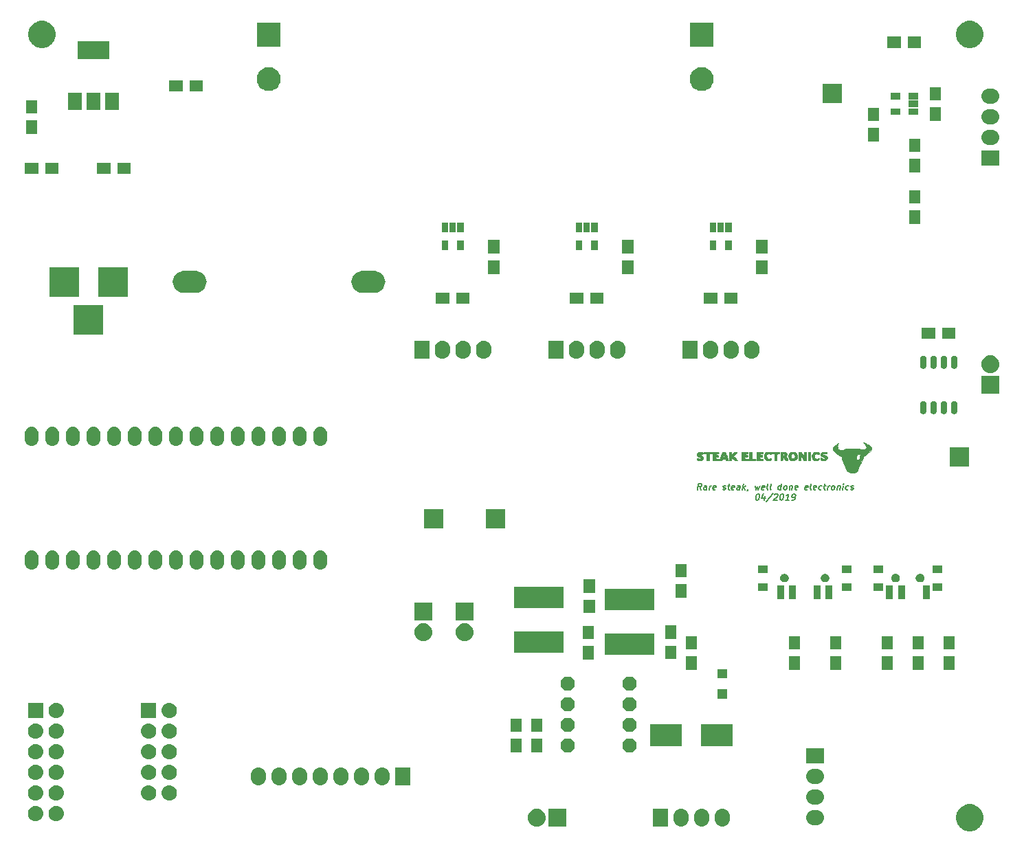
<source format=gts>
G04 #@! TF.GenerationSoftware,KiCad,Pcbnew,5.0.0-rc2*
G04 #@! TF.CreationDate,2019-04-21T21:26:54-04:00*
G04 #@! TF.ProjectId,batterystation,6261747465727973746174696F6E2E6B,rev?*
G04 #@! TF.SameCoordinates,Original*
G04 #@! TF.FileFunction,Soldermask,Top*
G04 #@! TF.FilePolarity,Negative*
%FSLAX46Y46*%
G04 Gerber Fmt 4.6, Leading zero omitted, Abs format (unit mm)*
G04 Created by KiCad (PCBNEW 5.0.0-rc2) date Sun Apr 21 21:26:54 2019*
%MOMM*%
%LPD*%
G01*
G04 APERTURE LIST*
%ADD10C,0.127000*%
%ADD11C,0.010000*%
%ADD12C,0.100000*%
G04 APERTURE END LIST*
D10*
X157402779Y-109437714D02*
X157194136Y-109074857D01*
X156967350Y-109437714D02*
X157062600Y-108675714D01*
X157352886Y-108675714D01*
X157420922Y-108712000D01*
X157452672Y-108748285D01*
X157479886Y-108820857D01*
X157466279Y-108929714D01*
X157420922Y-109002285D01*
X157380100Y-109038571D01*
X157302993Y-109074857D01*
X157012708Y-109074857D01*
X158055922Y-109437714D02*
X158105815Y-109038571D01*
X158078600Y-108966000D01*
X158010565Y-108929714D01*
X157865422Y-108929714D01*
X157788315Y-108966000D01*
X158060458Y-109401428D02*
X157983350Y-109437714D01*
X157801922Y-109437714D01*
X157733886Y-109401428D01*
X157706672Y-109328857D01*
X157715743Y-109256285D01*
X157761100Y-109183714D01*
X157838208Y-109147428D01*
X158019636Y-109147428D01*
X158096743Y-109111142D01*
X158418779Y-109437714D02*
X158482279Y-108929714D01*
X158464136Y-109074857D02*
X158509493Y-109002285D01*
X158550315Y-108966000D01*
X158627422Y-108929714D01*
X158699993Y-108929714D01*
X159185315Y-109401428D02*
X159108208Y-109437714D01*
X158963065Y-109437714D01*
X158895029Y-109401428D01*
X158867815Y-109328857D01*
X158904100Y-109038571D01*
X158949458Y-108966000D01*
X159026565Y-108929714D01*
X159171708Y-108929714D01*
X159239743Y-108966000D01*
X159266958Y-109038571D01*
X159257886Y-109111142D01*
X158885958Y-109183714D01*
X160092458Y-109401428D02*
X160160493Y-109437714D01*
X160305636Y-109437714D01*
X160382743Y-109401428D01*
X160428100Y-109328857D01*
X160432636Y-109292571D01*
X160405422Y-109220000D01*
X160337386Y-109183714D01*
X160228529Y-109183714D01*
X160160493Y-109147428D01*
X160133279Y-109074857D01*
X160137815Y-109038571D01*
X160183172Y-108966000D01*
X160260279Y-108929714D01*
X160369136Y-108929714D01*
X160437172Y-108966000D01*
X160695708Y-108929714D02*
X160985993Y-108929714D01*
X160836315Y-108675714D02*
X160754672Y-109328857D01*
X160781886Y-109401428D01*
X160849922Y-109437714D01*
X160922493Y-109437714D01*
X161471315Y-109401428D02*
X161394208Y-109437714D01*
X161249065Y-109437714D01*
X161181029Y-109401428D01*
X161153815Y-109328857D01*
X161190100Y-109038571D01*
X161235458Y-108966000D01*
X161312565Y-108929714D01*
X161457708Y-108929714D01*
X161525743Y-108966000D01*
X161552958Y-109038571D01*
X161543886Y-109111142D01*
X161171958Y-109183714D01*
X162156208Y-109437714D02*
X162206100Y-109038571D01*
X162178886Y-108966000D01*
X162110850Y-108929714D01*
X161965708Y-108929714D01*
X161888600Y-108966000D01*
X162160743Y-109401428D02*
X162083636Y-109437714D01*
X161902208Y-109437714D01*
X161834172Y-109401428D01*
X161806958Y-109328857D01*
X161816029Y-109256285D01*
X161861386Y-109183714D01*
X161938493Y-109147428D01*
X162119922Y-109147428D01*
X162197029Y-109111142D01*
X162519065Y-109437714D02*
X162614315Y-108675714D01*
X162627922Y-109147428D02*
X162809350Y-109437714D01*
X162872850Y-108929714D02*
X162546279Y-109220000D01*
X163176743Y-109401428D02*
X163172208Y-109437714D01*
X163126850Y-109510285D01*
X163086029Y-109546571D01*
X164070279Y-108929714D02*
X164151922Y-109437714D01*
X164342422Y-109074857D01*
X164442208Y-109437714D01*
X164650850Y-108929714D01*
X165172458Y-109401428D02*
X165095350Y-109437714D01*
X164950208Y-109437714D01*
X164882172Y-109401428D01*
X164854958Y-109328857D01*
X164891243Y-109038571D01*
X164936600Y-108966000D01*
X165013708Y-108929714D01*
X165158850Y-108929714D01*
X165226886Y-108966000D01*
X165254100Y-109038571D01*
X165245029Y-109111142D01*
X164873100Y-109183714D01*
X165639636Y-109437714D02*
X165571600Y-109401428D01*
X165544386Y-109328857D01*
X165626029Y-108675714D01*
X166038779Y-109437714D02*
X165970743Y-109401428D01*
X165943529Y-109328857D01*
X166025172Y-108675714D01*
X167236208Y-109437714D02*
X167331458Y-108675714D01*
X167240743Y-109401428D02*
X167163636Y-109437714D01*
X167018493Y-109437714D01*
X166950458Y-109401428D01*
X166918708Y-109365142D01*
X166891493Y-109292571D01*
X166918708Y-109074857D01*
X166964065Y-109002285D01*
X167004886Y-108966000D01*
X167081993Y-108929714D01*
X167227136Y-108929714D01*
X167295172Y-108966000D01*
X167707922Y-109437714D02*
X167639886Y-109401428D01*
X167608136Y-109365142D01*
X167580922Y-109292571D01*
X167608136Y-109074857D01*
X167653493Y-109002285D01*
X167694315Y-108966000D01*
X167771422Y-108929714D01*
X167880279Y-108929714D01*
X167948315Y-108966000D01*
X167980065Y-109002285D01*
X168007279Y-109074857D01*
X167980065Y-109292571D01*
X167934708Y-109365142D01*
X167893886Y-109401428D01*
X167816779Y-109437714D01*
X167707922Y-109437714D01*
X168351993Y-108929714D02*
X168288493Y-109437714D01*
X168342922Y-109002285D02*
X168383743Y-108966000D01*
X168460850Y-108929714D01*
X168569708Y-108929714D01*
X168637743Y-108966000D01*
X168664958Y-109038571D01*
X168615065Y-109437714D01*
X169272743Y-109401428D02*
X169195636Y-109437714D01*
X169050493Y-109437714D01*
X168982458Y-109401428D01*
X168955243Y-109328857D01*
X168991529Y-109038571D01*
X169036886Y-108966000D01*
X169113993Y-108929714D01*
X169259136Y-108929714D01*
X169327172Y-108966000D01*
X169354386Y-109038571D01*
X169345315Y-109111142D01*
X168973386Y-109183714D01*
X170506458Y-109401428D02*
X170429350Y-109437714D01*
X170284208Y-109437714D01*
X170216172Y-109401428D01*
X170188958Y-109328857D01*
X170225243Y-109038571D01*
X170270600Y-108966000D01*
X170347708Y-108929714D01*
X170492850Y-108929714D01*
X170560886Y-108966000D01*
X170588100Y-109038571D01*
X170579029Y-109111142D01*
X170207100Y-109183714D01*
X170973636Y-109437714D02*
X170905600Y-109401428D01*
X170878386Y-109328857D01*
X170960029Y-108675714D01*
X171558743Y-109401428D02*
X171481636Y-109437714D01*
X171336493Y-109437714D01*
X171268458Y-109401428D01*
X171241243Y-109328857D01*
X171277529Y-109038571D01*
X171322886Y-108966000D01*
X171399993Y-108929714D01*
X171545136Y-108929714D01*
X171613172Y-108966000D01*
X171640386Y-109038571D01*
X171631315Y-109111142D01*
X171259386Y-109183714D01*
X172248172Y-109401428D02*
X172171065Y-109437714D01*
X172025922Y-109437714D01*
X171957886Y-109401428D01*
X171926136Y-109365142D01*
X171898922Y-109292571D01*
X171926136Y-109074857D01*
X171971493Y-109002285D01*
X172012315Y-108966000D01*
X172089422Y-108929714D01*
X172234565Y-108929714D01*
X172302600Y-108966000D01*
X172524850Y-108929714D02*
X172815136Y-108929714D01*
X172665458Y-108675714D02*
X172583815Y-109328857D01*
X172611029Y-109401428D01*
X172679065Y-109437714D01*
X172751636Y-109437714D01*
X173005636Y-109437714D02*
X173069136Y-108929714D01*
X173050993Y-109074857D02*
X173096350Y-109002285D01*
X173137172Y-108966000D01*
X173214279Y-108929714D01*
X173286850Y-108929714D01*
X173586208Y-109437714D02*
X173518172Y-109401428D01*
X173486422Y-109365142D01*
X173459208Y-109292571D01*
X173486422Y-109074857D01*
X173531779Y-109002285D01*
X173572600Y-108966000D01*
X173649708Y-108929714D01*
X173758565Y-108929714D01*
X173826600Y-108966000D01*
X173858350Y-109002285D01*
X173885565Y-109074857D01*
X173858350Y-109292571D01*
X173812993Y-109365142D01*
X173772172Y-109401428D01*
X173695065Y-109437714D01*
X173586208Y-109437714D01*
X174230279Y-108929714D02*
X174166779Y-109437714D01*
X174221208Y-109002285D02*
X174262029Y-108966000D01*
X174339136Y-108929714D01*
X174447993Y-108929714D01*
X174516029Y-108966000D01*
X174543243Y-109038571D01*
X174493350Y-109437714D01*
X174856208Y-109437714D02*
X174919708Y-108929714D01*
X174951458Y-108675714D02*
X174910636Y-108712000D01*
X174942386Y-108748285D01*
X174983208Y-108712000D01*
X174951458Y-108675714D01*
X174942386Y-108748285D01*
X175550172Y-109401428D02*
X175473065Y-109437714D01*
X175327922Y-109437714D01*
X175259886Y-109401428D01*
X175228136Y-109365142D01*
X175200922Y-109292571D01*
X175228136Y-109074857D01*
X175273493Y-109002285D01*
X175314315Y-108966000D01*
X175391422Y-108929714D01*
X175536565Y-108929714D01*
X175604600Y-108966000D01*
X175840458Y-109401428D02*
X175908493Y-109437714D01*
X176053636Y-109437714D01*
X176130743Y-109401428D01*
X176176100Y-109328857D01*
X176180636Y-109292571D01*
X176153422Y-109220000D01*
X176085386Y-109183714D01*
X175976529Y-109183714D01*
X175908493Y-109147428D01*
X175881279Y-109074857D01*
X175885815Y-109038571D01*
X175931172Y-108966000D01*
X176008279Y-108929714D01*
X176117136Y-108929714D01*
X176185172Y-108966000D01*
X164392315Y-109945714D02*
X164464886Y-109945714D01*
X164532922Y-109982000D01*
X164564672Y-110018285D01*
X164591886Y-110090857D01*
X164610029Y-110236000D01*
X164587350Y-110417428D01*
X164532922Y-110562571D01*
X164487565Y-110635142D01*
X164446743Y-110671428D01*
X164369636Y-110707714D01*
X164297065Y-110707714D01*
X164229029Y-110671428D01*
X164197279Y-110635142D01*
X164170065Y-110562571D01*
X164151922Y-110417428D01*
X164174600Y-110236000D01*
X164229029Y-110090857D01*
X164274386Y-110018285D01*
X164315208Y-109982000D01*
X164392315Y-109945714D01*
X165267708Y-110199714D02*
X165204208Y-110707714D01*
X165122565Y-109909428D02*
X164873100Y-110453714D01*
X165344815Y-110453714D01*
X166247422Y-109909428D02*
X165471815Y-110889142D01*
X166451529Y-110018285D02*
X166492350Y-109982000D01*
X166569458Y-109945714D01*
X166750886Y-109945714D01*
X166818922Y-109982000D01*
X166850672Y-110018285D01*
X166877886Y-110090857D01*
X166868815Y-110163428D01*
X166818922Y-110272285D01*
X166329065Y-110707714D01*
X166800779Y-110707714D01*
X167367743Y-109945714D02*
X167440315Y-109945714D01*
X167508350Y-109982000D01*
X167540100Y-110018285D01*
X167567315Y-110090857D01*
X167585458Y-110236000D01*
X167562779Y-110417428D01*
X167508350Y-110562571D01*
X167462993Y-110635142D01*
X167422172Y-110671428D01*
X167345065Y-110707714D01*
X167272493Y-110707714D01*
X167204458Y-110671428D01*
X167172708Y-110635142D01*
X167145493Y-110562571D01*
X167127350Y-110417428D01*
X167150029Y-110236000D01*
X167204458Y-110090857D01*
X167249815Y-110018285D01*
X167290636Y-109982000D01*
X167367743Y-109945714D01*
X168252208Y-110707714D02*
X167816779Y-110707714D01*
X168034493Y-110707714D02*
X168129743Y-109945714D01*
X168043565Y-110054571D01*
X167961922Y-110127142D01*
X167884815Y-110163428D01*
X168615065Y-110707714D02*
X168760208Y-110707714D01*
X168837315Y-110671428D01*
X168878136Y-110635142D01*
X168964315Y-110526285D01*
X169018743Y-110381142D01*
X169055029Y-110090857D01*
X169027815Y-110018285D01*
X168996065Y-109982000D01*
X168928029Y-109945714D01*
X168782886Y-109945714D01*
X168705779Y-109982000D01*
X168664958Y-110018285D01*
X168619600Y-110090857D01*
X168596922Y-110272285D01*
X168624136Y-110344857D01*
X168655886Y-110381142D01*
X168723922Y-110417428D01*
X168869065Y-110417428D01*
X168946172Y-110381142D01*
X168986993Y-110344857D01*
X169032350Y-110272285D01*
D11*
G04 #@! TO.C,G\002A\002A\002A*
G36*
X172741457Y-104799065D02*
X172855637Y-104836149D01*
X172898911Y-104903057D01*
X172896052Y-104953716D01*
X172849764Y-105019496D01*
X172787599Y-105020683D01*
X172603596Y-104996325D01*
X172472097Y-105011661D01*
X172408689Y-105064570D01*
X172406549Y-105072549D01*
X172422414Y-105132801D01*
X172510041Y-105171811D01*
X172555886Y-105181674D01*
X172753334Y-105247692D01*
X172884151Y-105351398D01*
X172941787Y-105479920D01*
X172919694Y-105620381D01*
X172837554Y-105735372D01*
X172691291Y-105820541D01*
X172480636Y-105845897D01*
X172223546Y-105816136D01*
X172145528Y-105776784D01*
X172120069Y-105682767D01*
X172119636Y-105660169D01*
X172119636Y-105524215D01*
X172292282Y-105596351D01*
X172444479Y-105639729D01*
X172570840Y-105639974D01*
X172650295Y-105600419D01*
X172665097Y-105537367D01*
X172608647Y-105472537D01*
X172478354Y-105424581D01*
X172468071Y-105422366D01*
X172269836Y-105352336D01*
X172154018Y-105241402D01*
X172119636Y-105102661D01*
X172157011Y-104944224D01*
X172268630Y-104840251D01*
X172453731Y-104791304D01*
X172546818Y-104787253D01*
X172741457Y-104799065D01*
X172741457Y-104799065D01*
G37*
X172741457Y-104799065D02*
X172855637Y-104836149D01*
X172898911Y-104903057D01*
X172896052Y-104953716D01*
X172849764Y-105019496D01*
X172787599Y-105020683D01*
X172603596Y-104996325D01*
X172472097Y-105011661D01*
X172408689Y-105064570D01*
X172406549Y-105072549D01*
X172422414Y-105132801D01*
X172510041Y-105171811D01*
X172555886Y-105181674D01*
X172753334Y-105247692D01*
X172884151Y-105351398D01*
X172941787Y-105479920D01*
X172919694Y-105620381D01*
X172837554Y-105735372D01*
X172691291Y-105820541D01*
X172480636Y-105845897D01*
X172223546Y-105816136D01*
X172145528Y-105776784D01*
X172120069Y-105682767D01*
X172119636Y-105660169D01*
X172119636Y-105524215D01*
X172292282Y-105596351D01*
X172444479Y-105639729D01*
X172570840Y-105639974D01*
X172650295Y-105600419D01*
X172665097Y-105537367D01*
X172608647Y-105472537D01*
X172478354Y-105424581D01*
X172468071Y-105422366D01*
X172269836Y-105352336D01*
X172154018Y-105241402D01*
X172119636Y-105102661D01*
X172157011Y-104944224D01*
X172268630Y-104840251D01*
X172453731Y-104791304D01*
X172546818Y-104787253D01*
X172741457Y-104799065D01*
G36*
X171749286Y-104794271D02*
X171865069Y-104822269D01*
X171921533Y-104877772D01*
X171934909Y-104956235D01*
X171922919Y-105036521D01*
X171869315Y-105045389D01*
X171831000Y-105033596D01*
X171631686Y-104996199D01*
X171476501Y-105032897D01*
X171374507Y-105138407D01*
X171334764Y-105307444D01*
X171334546Y-105323165D01*
X171369977Y-105477829D01*
X171461603Y-105591135D01*
X171587424Y-105647169D01*
X171725440Y-105630014D01*
X171745401Y-105620377D01*
X171860017Y-105575812D01*
X171919707Y-105600039D01*
X171934909Y-105681705D01*
X171900436Y-105782285D01*
X171831000Y-105819620D01*
X171639643Y-105845872D01*
X171441148Y-105834245D01*
X171288364Y-105789955D01*
X171193784Y-105711651D01*
X171104361Y-105589676D01*
X171087328Y-105557719D01*
X171027399Y-105340798D01*
X171057284Y-105130480D01*
X171174691Y-104940270D01*
X171195844Y-104918143D01*
X171297722Y-104834177D01*
X171408209Y-104795465D01*
X171558125Y-104786546D01*
X171749286Y-104794271D01*
X171749286Y-104794271D01*
G37*
X171749286Y-104794271D02*
X171865069Y-104822269D01*
X171921533Y-104877772D01*
X171934909Y-104956235D01*
X171922919Y-105036521D01*
X171869315Y-105045389D01*
X171831000Y-105033596D01*
X171631686Y-104996199D01*
X171476501Y-105032897D01*
X171374507Y-105138407D01*
X171334764Y-105307444D01*
X171334546Y-105323165D01*
X171369977Y-105477829D01*
X171461603Y-105591135D01*
X171587424Y-105647169D01*
X171725440Y-105630014D01*
X171745401Y-105620377D01*
X171860017Y-105575812D01*
X171919707Y-105600039D01*
X171934909Y-105681705D01*
X171900436Y-105782285D01*
X171831000Y-105819620D01*
X171639643Y-105845872D01*
X171441148Y-105834245D01*
X171288364Y-105789955D01*
X171193784Y-105711651D01*
X171104361Y-105589676D01*
X171087328Y-105557719D01*
X171027399Y-105340798D01*
X171057284Y-105130480D01*
X171174691Y-104940270D01*
X171195844Y-104918143D01*
X171297722Y-104834177D01*
X171408209Y-104795465D01*
X171558125Y-104786546D01*
X171749286Y-104794271D01*
G36*
X170872727Y-105848728D02*
X170741879Y-105848728D01*
X170640630Y-105842715D01*
X170591788Y-105829671D01*
X170585279Y-105778609D01*
X170582347Y-105654727D01*
X170583167Y-105477506D01*
X170586972Y-105298580D01*
X170601398Y-104786546D01*
X170872727Y-104786546D01*
X170872727Y-105848728D01*
X170872727Y-105848728D01*
G37*
X170872727Y-105848728D02*
X170741879Y-105848728D01*
X170640630Y-105842715D01*
X170591788Y-105829671D01*
X170585279Y-105778609D01*
X170582347Y-105654727D01*
X170583167Y-105477506D01*
X170586972Y-105298580D01*
X170601398Y-104786546D01*
X170872727Y-104786546D01*
X170872727Y-105848728D01*
G36*
X169672472Y-104793293D02*
X169734257Y-104825184D01*
X169794678Y-104899695D01*
X169871393Y-105034298D01*
X169903396Y-105095080D01*
X170064546Y-105403614D01*
X170078201Y-105095080D01*
X170087019Y-104931130D01*
X170101861Y-104838855D01*
X170132749Y-104797654D01*
X170189705Y-104786923D01*
X170228292Y-104786546D01*
X170364727Y-104786546D01*
X170364727Y-105854303D01*
X170198939Y-105839970D01*
X170111376Y-105826146D01*
X170045217Y-105790707D01*
X169982316Y-105715643D01*
X169904525Y-105582947D01*
X169864120Y-105507717D01*
X169695091Y-105189798D01*
X169681522Y-105519263D01*
X169672597Y-105690239D01*
X169658322Y-105788773D01*
X169631028Y-105834757D01*
X169583049Y-105848084D01*
X169554522Y-105848728D01*
X169441091Y-105848728D01*
X169441091Y-104786546D01*
X169591669Y-104786546D01*
X169672472Y-104793293D01*
X169672472Y-104793293D01*
G37*
X169672472Y-104793293D02*
X169734257Y-104825184D01*
X169794678Y-104899695D01*
X169871393Y-105034298D01*
X169903396Y-105095080D01*
X170064546Y-105403614D01*
X170078201Y-105095080D01*
X170087019Y-104931130D01*
X170101861Y-104838855D01*
X170132749Y-104797654D01*
X170189705Y-104786923D01*
X170228292Y-104786546D01*
X170364727Y-104786546D01*
X170364727Y-105854303D01*
X170198939Y-105839970D01*
X170111376Y-105826146D01*
X170045217Y-105790707D01*
X169982316Y-105715643D01*
X169904525Y-105582947D01*
X169864120Y-105507717D01*
X169695091Y-105189798D01*
X169681522Y-105519263D01*
X169672597Y-105690239D01*
X169658322Y-105788773D01*
X169631028Y-105834757D01*
X169583049Y-105848084D01*
X169554522Y-105848728D01*
X169441091Y-105848728D01*
X169441091Y-104786546D01*
X169591669Y-104786546D01*
X169672472Y-104793293D01*
G36*
X168868439Y-104793752D02*
X168976705Y-104822818D01*
X169064238Y-104884915D01*
X169087308Y-104907176D01*
X169196627Y-105071053D01*
X169244676Y-105264489D01*
X169233131Y-105461731D01*
X169163669Y-105637026D01*
X169037965Y-105764618D01*
X169031247Y-105768687D01*
X168860062Y-105828530D01*
X168654208Y-105843192D01*
X168460970Y-105810085D01*
X168436928Y-105801215D01*
X168302851Y-105701998D01*
X168206907Y-105544801D01*
X168159172Y-105359642D01*
X168162880Y-105295288D01*
X168467656Y-105295288D01*
X168490907Y-105461551D01*
X168520523Y-105531188D01*
X168603315Y-105603186D01*
X168718985Y-105614245D01*
X168835594Y-105569225D01*
X168921203Y-105472989D01*
X168922668Y-105469974D01*
X168959006Y-105301792D01*
X168916249Y-105144384D01*
X168811964Y-105032583D01*
X168724258Y-104986832D01*
X168651563Y-104997801D01*
X168586727Y-105036299D01*
X168501053Y-105142646D01*
X168467656Y-105295288D01*
X168162880Y-105295288D01*
X168169723Y-105176538D01*
X168199953Y-105095237D01*
X168308305Y-104925168D01*
X168432916Y-104829289D01*
X168602157Y-104790223D01*
X168703934Y-104786546D01*
X168868439Y-104793752D01*
X168868439Y-104793752D01*
G37*
X168868439Y-104793752D02*
X168976705Y-104822818D01*
X169064238Y-104884915D01*
X169087308Y-104907176D01*
X169196627Y-105071053D01*
X169244676Y-105264489D01*
X169233131Y-105461731D01*
X169163669Y-105637026D01*
X169037965Y-105764618D01*
X169031247Y-105768687D01*
X168860062Y-105828530D01*
X168654208Y-105843192D01*
X168460970Y-105810085D01*
X168436928Y-105801215D01*
X168302851Y-105701998D01*
X168206907Y-105544801D01*
X168159172Y-105359642D01*
X168162880Y-105295288D01*
X168467656Y-105295288D01*
X168490907Y-105461551D01*
X168520523Y-105531188D01*
X168603315Y-105603186D01*
X168718985Y-105614245D01*
X168835594Y-105569225D01*
X168921203Y-105472989D01*
X168922668Y-105469974D01*
X168959006Y-105301792D01*
X168916249Y-105144384D01*
X168811964Y-105032583D01*
X168724258Y-104986832D01*
X168651563Y-104997801D01*
X168586727Y-105036299D01*
X168501053Y-105142646D01*
X168467656Y-105295288D01*
X168162880Y-105295288D01*
X168169723Y-105176538D01*
X168199953Y-105095237D01*
X168308305Y-104925168D01*
X168432916Y-104829289D01*
X168602157Y-104790223D01*
X168703934Y-104786546D01*
X168868439Y-104793752D01*
G36*
X167671644Y-104789909D02*
X167780090Y-104805302D01*
X167850616Y-104840682D01*
X167910402Y-104904005D01*
X167913739Y-104908228D01*
X167979817Y-105008040D01*
X168009347Y-105083896D01*
X168009455Y-105086728D01*
X167982826Y-105159804D01*
X167918280Y-105259391D01*
X167913739Y-105265227D01*
X167861559Y-105345825D01*
X167857589Y-105385920D01*
X167862471Y-105386910D01*
X167900653Y-105424144D01*
X167959966Y-105515928D01*
X168024090Y-105632379D01*
X168076705Y-105743617D01*
X168101489Y-105819761D01*
X168101818Y-105825133D01*
X168061264Y-105840959D01*
X167962006Y-105848600D01*
X167945785Y-105848728D01*
X167828938Y-105833429D01*
X167761016Y-105769473D01*
X167730734Y-105706249D01*
X167651857Y-105558976D01*
X167564042Y-105461168D01*
X167498156Y-105433091D01*
X167472580Y-105474375D01*
X167457239Y-105578824D01*
X167455273Y-105640910D01*
X167451257Y-105768700D01*
X167428068Y-105829226D01*
X167368995Y-105847553D01*
X167316727Y-105848728D01*
X167178182Y-105848728D01*
X167178182Y-105132910D01*
X167455273Y-105132910D01*
X167482824Y-105225632D01*
X167550578Y-105244512D01*
X167636182Y-105183664D01*
X167638321Y-105181114D01*
X167670820Y-105094383D01*
X167623531Y-105033286D01*
X167544911Y-105017455D01*
X167474205Y-105045991D01*
X167455273Y-105132910D01*
X167178182Y-105132910D01*
X167178182Y-104786546D01*
X167498103Y-104786546D01*
X167671644Y-104789909D01*
X167671644Y-104789909D01*
G37*
X167671644Y-104789909D02*
X167780090Y-104805302D01*
X167850616Y-104840682D01*
X167910402Y-104904005D01*
X167913739Y-104908228D01*
X167979817Y-105008040D01*
X168009347Y-105083896D01*
X168009455Y-105086728D01*
X167982826Y-105159804D01*
X167918280Y-105259391D01*
X167913739Y-105265227D01*
X167861559Y-105345825D01*
X167857589Y-105385920D01*
X167862471Y-105386910D01*
X167900653Y-105424144D01*
X167959966Y-105515928D01*
X168024090Y-105632379D01*
X168076705Y-105743617D01*
X168101489Y-105819761D01*
X168101818Y-105825133D01*
X168061264Y-105840959D01*
X167962006Y-105848600D01*
X167945785Y-105848728D01*
X167828938Y-105833429D01*
X167761016Y-105769473D01*
X167730734Y-105706249D01*
X167651857Y-105558976D01*
X167564042Y-105461168D01*
X167498156Y-105433091D01*
X167472580Y-105474375D01*
X167457239Y-105578824D01*
X167455273Y-105640910D01*
X167451257Y-105768700D01*
X167428068Y-105829226D01*
X167368995Y-105847553D01*
X167316727Y-105848728D01*
X167178182Y-105848728D01*
X167178182Y-105132910D01*
X167455273Y-105132910D01*
X167482824Y-105225632D01*
X167550578Y-105244512D01*
X167636182Y-105183664D01*
X167638321Y-105181114D01*
X167670820Y-105094383D01*
X167623531Y-105033286D01*
X167544911Y-105017455D01*
X167474205Y-105045991D01*
X167455273Y-105132910D01*
X167178182Y-105132910D01*
X167178182Y-104786546D01*
X167498103Y-104786546D01*
X167671644Y-104789909D01*
G36*
X166566273Y-104796529D02*
X166785797Y-104803533D01*
X166929069Y-104812938D01*
X167012193Y-104828165D01*
X167051274Y-104852636D01*
X167062419Y-104889772D01*
X167062727Y-104902000D01*
X167042853Y-104966498D01*
X166967772Y-104998930D01*
X166889546Y-105008697D01*
X166716364Y-105023031D01*
X166716364Y-105848728D01*
X166439273Y-105848728D01*
X166439273Y-105017455D01*
X166254546Y-105017455D01*
X166135591Y-105011222D01*
X166082716Y-104981536D01*
X166069900Y-104911912D01*
X166069818Y-104900438D01*
X166069818Y-104783421D01*
X166566273Y-104796529D01*
X166566273Y-104796529D01*
G37*
X166566273Y-104796529D02*
X166785797Y-104803533D01*
X166929069Y-104812938D01*
X167012193Y-104828165D01*
X167051274Y-104852636D01*
X167062419Y-104889772D01*
X167062727Y-104902000D01*
X167042853Y-104966498D01*
X166967772Y-104998930D01*
X166889546Y-105008697D01*
X166716364Y-105023031D01*
X166716364Y-105848728D01*
X166439273Y-105848728D01*
X166439273Y-105017455D01*
X166254546Y-105017455D01*
X166135591Y-105011222D01*
X166082716Y-104981536D01*
X166069900Y-104911912D01*
X166069818Y-104900438D01*
X166069818Y-104783421D01*
X166566273Y-104796529D01*
G36*
X165718956Y-104796071D02*
X165874357Y-104806010D01*
X165960211Y-104824287D01*
X165999288Y-104862171D01*
X166014359Y-104930935D01*
X166015772Y-104942990D01*
X166017184Y-105034416D01*
X165983582Y-105055372D01*
X165953754Y-105046702D01*
X165792097Y-104994486D01*
X165680266Y-104990705D01*
X165587774Y-105038180D01*
X165535891Y-105085366D01*
X165452727Y-105189265D01*
X165432734Y-105291243D01*
X165441342Y-105355334D01*
X165506925Y-105526007D01*
X165622200Y-105618994D01*
X165786249Y-105633871D01*
X165950073Y-105589984D01*
X166005987Y-105591426D01*
X166023526Y-105666056D01*
X166023636Y-105677209D01*
X165997494Y-105775574D01*
X165950587Y-105820696D01*
X165796179Y-105847462D01*
X165608946Y-105837238D01*
X165438883Y-105793918D01*
X165404555Y-105778188D01*
X165263243Y-105682930D01*
X165183445Y-105563833D01*
X165150777Y-105394209D01*
X165147651Y-105301529D01*
X165153677Y-105146645D01*
X165183883Y-105044515D01*
X165252989Y-104956015D01*
X165291775Y-104918508D01*
X165382773Y-104842272D01*
X165468543Y-104803474D01*
X165583871Y-104792145D01*
X165718956Y-104796071D01*
X165718956Y-104796071D01*
G37*
X165718956Y-104796071D02*
X165874357Y-104806010D01*
X165960211Y-104824287D01*
X165999288Y-104862171D01*
X166014359Y-104930935D01*
X166015772Y-104942990D01*
X166017184Y-105034416D01*
X165983582Y-105055372D01*
X165953754Y-105046702D01*
X165792097Y-104994486D01*
X165680266Y-104990705D01*
X165587774Y-105038180D01*
X165535891Y-105085366D01*
X165452727Y-105189265D01*
X165432734Y-105291243D01*
X165441342Y-105355334D01*
X165506925Y-105526007D01*
X165622200Y-105618994D01*
X165786249Y-105633871D01*
X165950073Y-105589984D01*
X166005987Y-105591426D01*
X166023526Y-105666056D01*
X166023636Y-105677209D01*
X165997494Y-105775574D01*
X165950587Y-105820696D01*
X165796179Y-105847462D01*
X165608946Y-105837238D01*
X165438883Y-105793918D01*
X165404555Y-105778188D01*
X165263243Y-105682930D01*
X165183445Y-105563833D01*
X165150777Y-105394209D01*
X165147651Y-105301529D01*
X165153677Y-105146645D01*
X165183883Y-105044515D01*
X165252989Y-104956015D01*
X165291775Y-104918508D01*
X165382773Y-104842272D01*
X165468543Y-104803474D01*
X165583871Y-104792145D01*
X165718956Y-104796071D01*
G36*
X164821416Y-104787776D02*
X164931133Y-104795393D01*
X164986178Y-104815286D01*
X165005395Y-104853343D01*
X165007636Y-104902000D01*
X165000150Y-104970522D01*
X164961943Y-105004705D01*
X164869397Y-105016361D01*
X164776727Y-105017455D01*
X164636284Y-105023221D01*
X164566465Y-105045509D01*
X164545975Y-105091803D01*
X164545818Y-105098606D01*
X164560701Y-105148199D01*
X164620456Y-105167546D01*
X164747748Y-105163691D01*
X164753636Y-105163228D01*
X164881165Y-105156369D01*
X164941674Y-105172882D01*
X164960150Y-105227998D01*
X164961455Y-105289896D01*
X164955808Y-105377924D01*
X164922142Y-105419614D01*
X164835363Y-105432256D01*
X164753636Y-105433091D01*
X164623767Y-105439135D01*
X164562355Y-105464229D01*
X164545898Y-105518820D01*
X164545818Y-105525455D01*
X164557975Y-105580855D01*
X164609577Y-105608485D01*
X164723318Y-105617423D01*
X164776727Y-105617819D01*
X164913770Y-105621562D01*
X164982137Y-105640665D01*
X165005449Y-105686939D01*
X165007636Y-105733273D01*
X165003699Y-105790534D01*
X164979325Y-105824820D01*
X164915668Y-105842022D01*
X164793884Y-105848027D01*
X164638182Y-105848728D01*
X164268727Y-105848728D01*
X164268727Y-104786546D01*
X164638182Y-104786546D01*
X164821416Y-104787776D01*
X164821416Y-104787776D01*
G37*
X164821416Y-104787776D02*
X164931133Y-104795393D01*
X164986178Y-104815286D01*
X165005395Y-104853343D01*
X165007636Y-104902000D01*
X165000150Y-104970522D01*
X164961943Y-105004705D01*
X164869397Y-105016361D01*
X164776727Y-105017455D01*
X164636284Y-105023221D01*
X164566465Y-105045509D01*
X164545975Y-105091803D01*
X164545818Y-105098606D01*
X164560701Y-105148199D01*
X164620456Y-105167546D01*
X164747748Y-105163691D01*
X164753636Y-105163228D01*
X164881165Y-105156369D01*
X164941674Y-105172882D01*
X164960150Y-105227998D01*
X164961455Y-105289896D01*
X164955808Y-105377924D01*
X164922142Y-105419614D01*
X164835363Y-105432256D01*
X164753636Y-105433091D01*
X164623767Y-105439135D01*
X164562355Y-105464229D01*
X164545898Y-105518820D01*
X164545818Y-105525455D01*
X164557975Y-105580855D01*
X164609577Y-105608485D01*
X164723318Y-105617423D01*
X164776727Y-105617819D01*
X164913770Y-105621562D01*
X164982137Y-105640665D01*
X165005449Y-105686939D01*
X165007636Y-105733273D01*
X165003699Y-105790534D01*
X164979325Y-105824820D01*
X164915668Y-105842022D01*
X164793884Y-105848027D01*
X164638182Y-105848728D01*
X164268727Y-105848728D01*
X164268727Y-104786546D01*
X164638182Y-104786546D01*
X164821416Y-104787776D01*
G36*
X163668364Y-105617819D02*
X163899273Y-105617819D01*
X164036315Y-105621562D01*
X164104682Y-105640665D01*
X164127994Y-105686939D01*
X164130182Y-105733273D01*
X164126578Y-105789182D01*
X164103574Y-105823303D01*
X164042885Y-105841015D01*
X163926222Y-105847697D01*
X163737636Y-105848728D01*
X163345091Y-105848728D01*
X163345091Y-104786546D01*
X163668364Y-104786546D01*
X163668364Y-105617819D01*
X163668364Y-105617819D01*
G37*
X163668364Y-105617819D02*
X163899273Y-105617819D01*
X164036315Y-105621562D01*
X164104682Y-105640665D01*
X164127994Y-105686939D01*
X164130182Y-105733273D01*
X164126578Y-105789182D01*
X164103574Y-105823303D01*
X164042885Y-105841015D01*
X163926222Y-105847697D01*
X163737636Y-105848728D01*
X163345091Y-105848728D01*
X163345091Y-104786546D01*
X163668364Y-104786546D01*
X163668364Y-105617819D01*
G36*
X162974143Y-104787776D02*
X163083860Y-104795393D01*
X163138905Y-104815286D01*
X163158122Y-104853343D01*
X163160364Y-104902000D01*
X163151750Y-104973245D01*
X163109411Y-105007000D01*
X163008599Y-105017014D01*
X162952546Y-105017455D01*
X162815570Y-105026521D01*
X162753177Y-105057346D01*
X162744727Y-105086728D01*
X162775231Y-105134895D01*
X162876347Y-105154743D01*
X162929455Y-105156000D01*
X163047903Y-105161471D01*
X163100559Y-105191119D01*
X163113890Y-105264796D01*
X163114182Y-105294546D01*
X163106887Y-105383382D01*
X163067357Y-105422874D01*
X162969121Y-105432873D01*
X162929455Y-105433091D01*
X162808599Y-105440837D01*
X162755186Y-105472143D01*
X162744727Y-105525455D01*
X162756884Y-105580855D01*
X162808486Y-105608485D01*
X162922227Y-105617423D01*
X162975636Y-105617819D01*
X163112679Y-105621562D01*
X163181046Y-105640665D01*
X163204358Y-105686939D01*
X163206546Y-105733273D01*
X163202941Y-105789182D01*
X163179938Y-105823303D01*
X163119248Y-105841015D01*
X163002586Y-105847697D01*
X162814000Y-105848728D01*
X162421455Y-105848728D01*
X162421455Y-104786546D01*
X162790909Y-104786546D01*
X162974143Y-104787776D01*
X162974143Y-104787776D01*
G37*
X162974143Y-104787776D02*
X163083860Y-104795393D01*
X163138905Y-104815286D01*
X163158122Y-104853343D01*
X163160364Y-104902000D01*
X163151750Y-104973245D01*
X163109411Y-105007000D01*
X163008599Y-105017014D01*
X162952546Y-105017455D01*
X162815570Y-105026521D01*
X162753177Y-105057346D01*
X162744727Y-105086728D01*
X162775231Y-105134895D01*
X162876347Y-105154743D01*
X162929455Y-105156000D01*
X163047903Y-105161471D01*
X163100559Y-105191119D01*
X163113890Y-105264796D01*
X163114182Y-105294546D01*
X163106887Y-105383382D01*
X163067357Y-105422874D01*
X162969121Y-105432873D01*
X162929455Y-105433091D01*
X162808599Y-105440837D01*
X162755186Y-105472143D01*
X162744727Y-105525455D01*
X162756884Y-105580855D01*
X162808486Y-105608485D01*
X162922227Y-105617423D01*
X162975636Y-105617819D01*
X163112679Y-105621562D01*
X163181046Y-105640665D01*
X163204358Y-105686939D01*
X163206546Y-105733273D01*
X163202941Y-105789182D01*
X163179938Y-105823303D01*
X163119248Y-105841015D01*
X163002586Y-105847697D01*
X162814000Y-105848728D01*
X162421455Y-105848728D01*
X162421455Y-104786546D01*
X162790909Y-104786546D01*
X162974143Y-104787776D01*
G36*
X161077182Y-104796127D02*
X161119231Y-104842917D01*
X161136641Y-104953989D01*
X161137121Y-104959728D01*
X161151455Y-105132910D01*
X161312771Y-104959728D01*
X161430549Y-104849251D01*
X161535664Y-104797896D01*
X161647589Y-104786546D01*
X161759102Y-104792688D01*
X161818229Y-104807917D01*
X161821091Y-104812635D01*
X161790455Y-104855515D01*
X161710027Y-104943208D01*
X161597028Y-105056966D01*
X161593735Y-105060176D01*
X161366379Y-105281628D01*
X161616826Y-105528964D01*
X161736549Y-105651635D01*
X161825109Y-105750826D01*
X161866182Y-105808056D01*
X161867273Y-105812514D01*
X161826481Y-105835898D01*
X161725466Y-105848183D01*
X161695839Y-105848728D01*
X161578938Y-105834913D01*
X161473308Y-105782523D01*
X161347739Y-105675141D01*
X161326384Y-105654385D01*
X161128364Y-105460042D01*
X161128364Y-105654385D01*
X161123571Y-105776781D01*
X161096902Y-105832743D01*
X161029915Y-105848135D01*
X160989818Y-105848728D01*
X160851273Y-105848728D01*
X160851273Y-104786546D01*
X160987030Y-104786546D01*
X161077182Y-104796127D01*
X161077182Y-104796127D01*
G37*
X161077182Y-104796127D02*
X161119231Y-104842917D01*
X161136641Y-104953989D01*
X161137121Y-104959728D01*
X161151455Y-105132910D01*
X161312771Y-104959728D01*
X161430549Y-104849251D01*
X161535664Y-104797896D01*
X161647589Y-104786546D01*
X161759102Y-104792688D01*
X161818229Y-104807917D01*
X161821091Y-104812635D01*
X161790455Y-104855515D01*
X161710027Y-104943208D01*
X161597028Y-105056966D01*
X161593735Y-105060176D01*
X161366379Y-105281628D01*
X161616826Y-105528964D01*
X161736549Y-105651635D01*
X161825109Y-105750826D01*
X161866182Y-105808056D01*
X161867273Y-105812514D01*
X161826481Y-105835898D01*
X161725466Y-105848183D01*
X161695839Y-105848728D01*
X161578938Y-105834913D01*
X161473308Y-105782523D01*
X161347739Y-105675141D01*
X161326384Y-105654385D01*
X161128364Y-105460042D01*
X161128364Y-105654385D01*
X161123571Y-105776781D01*
X161096902Y-105832743D01*
X161029915Y-105848135D01*
X160989818Y-105848728D01*
X160851273Y-105848728D01*
X160851273Y-104786546D01*
X160987030Y-104786546D01*
X161077182Y-104796127D01*
G36*
X160325688Y-104797493D02*
X160391661Y-104843709D01*
X160425403Y-104913546D01*
X160466752Y-105025690D01*
X160525241Y-105185233D01*
X160573610Y-105317637D01*
X160634109Y-105482062D01*
X160687755Y-105625364D01*
X160716786Y-105700810D01*
X160750878Y-105797702D01*
X160735740Y-105839072D01*
X160653131Y-105848562D01*
X160602659Y-105848728D01*
X160484110Y-105832661D01*
X160428587Y-105775916D01*
X160422255Y-105756364D01*
X160386420Y-105695257D01*
X160304244Y-105668401D01*
X160204727Y-105664000D01*
X160074313Y-105673484D01*
X160008698Y-105709380D01*
X159987199Y-105756364D01*
X159942344Y-105823958D01*
X159840060Y-105848007D01*
X159806796Y-105848728D01*
X159702039Y-105844578D01*
X159651403Y-105834419D01*
X159650546Y-105832744D01*
X159654807Y-105815579D01*
X159670109Y-105769763D01*
X159700229Y-105684832D01*
X159748944Y-105550322D01*
X159820032Y-105355769D01*
X159827366Y-105335776D01*
X160119373Y-105335776D01*
X160132547Y-105409162D01*
X160209668Y-105433091D01*
X160280037Y-105413819D01*
X160278941Y-105360041D01*
X160252411Y-105247132D01*
X160249440Y-105209951D01*
X160240762Y-105163014D01*
X160206363Y-105189139D01*
X160180168Y-105222554D01*
X160119373Y-105335776D01*
X159827366Y-105335776D01*
X159917270Y-105090710D01*
X159982360Y-104913546D01*
X160028858Y-104827773D01*
X160105213Y-104792260D01*
X160203642Y-104786546D01*
X160325688Y-104797493D01*
X160325688Y-104797493D01*
G37*
X160325688Y-104797493D02*
X160391661Y-104843709D01*
X160425403Y-104913546D01*
X160466752Y-105025690D01*
X160525241Y-105185233D01*
X160573610Y-105317637D01*
X160634109Y-105482062D01*
X160687755Y-105625364D01*
X160716786Y-105700810D01*
X160750878Y-105797702D01*
X160735740Y-105839072D01*
X160653131Y-105848562D01*
X160602659Y-105848728D01*
X160484110Y-105832661D01*
X160428587Y-105775916D01*
X160422255Y-105756364D01*
X160386420Y-105695257D01*
X160304244Y-105668401D01*
X160204727Y-105664000D01*
X160074313Y-105673484D01*
X160008698Y-105709380D01*
X159987199Y-105756364D01*
X159942344Y-105823958D01*
X159840060Y-105848007D01*
X159806796Y-105848728D01*
X159702039Y-105844578D01*
X159651403Y-105834419D01*
X159650546Y-105832744D01*
X159654807Y-105815579D01*
X159670109Y-105769763D01*
X159700229Y-105684832D01*
X159748944Y-105550322D01*
X159820032Y-105355769D01*
X159827366Y-105335776D01*
X160119373Y-105335776D01*
X160132547Y-105409162D01*
X160209668Y-105433091D01*
X160280037Y-105413819D01*
X160278941Y-105360041D01*
X160252411Y-105247132D01*
X160249440Y-105209951D01*
X160240762Y-105163014D01*
X160206363Y-105189139D01*
X160180168Y-105222554D01*
X160119373Y-105335776D01*
X159827366Y-105335776D01*
X159917270Y-105090710D01*
X159982360Y-104913546D01*
X160028858Y-104827773D01*
X160105213Y-104792260D01*
X160203642Y-104786546D01*
X160325688Y-104797493D01*
G36*
X159371962Y-104787776D02*
X159481679Y-104795393D01*
X159536723Y-104815286D01*
X159555940Y-104853343D01*
X159558182Y-104902000D01*
X159549568Y-104973245D01*
X159507229Y-105007000D01*
X159406417Y-105017014D01*
X159350364Y-105017455D01*
X159211427Y-105027211D01*
X159149220Y-105059440D01*
X159142546Y-105084072D01*
X159183088Y-105134565D01*
X159307970Y-105162245D01*
X159338818Y-105164891D01*
X159462991Y-105180150D01*
X159519970Y-105212967D01*
X159534918Y-105279963D01*
X159535091Y-105294546D01*
X159524423Y-105368361D01*
X159475643Y-105405407D01*
X159363587Y-105422307D01*
X159338818Y-105424201D01*
X159211587Y-105441669D01*
X159153871Y-105477526D01*
X159142546Y-105528110D01*
X159155529Y-105582050D01*
X159209454Y-105608942D01*
X159326786Y-105617513D01*
X159373455Y-105617819D01*
X159510497Y-105621562D01*
X159578864Y-105640665D01*
X159602176Y-105686939D01*
X159604364Y-105733273D01*
X159600760Y-105789182D01*
X159577756Y-105823303D01*
X159517066Y-105841015D01*
X159400404Y-105847697D01*
X159211818Y-105848728D01*
X158819273Y-105848728D01*
X158819273Y-104786546D01*
X159188727Y-104786546D01*
X159371962Y-104787776D01*
X159371962Y-104787776D01*
G37*
X159371962Y-104787776D02*
X159481679Y-104795393D01*
X159536723Y-104815286D01*
X159555940Y-104853343D01*
X159558182Y-104902000D01*
X159549568Y-104973245D01*
X159507229Y-105007000D01*
X159406417Y-105017014D01*
X159350364Y-105017455D01*
X159211427Y-105027211D01*
X159149220Y-105059440D01*
X159142546Y-105084072D01*
X159183088Y-105134565D01*
X159307970Y-105162245D01*
X159338818Y-105164891D01*
X159462991Y-105180150D01*
X159519970Y-105212967D01*
X159534918Y-105279963D01*
X159535091Y-105294546D01*
X159524423Y-105368361D01*
X159475643Y-105405407D01*
X159363587Y-105422307D01*
X159338818Y-105424201D01*
X159211587Y-105441669D01*
X159153871Y-105477526D01*
X159142546Y-105528110D01*
X159155529Y-105582050D01*
X159209454Y-105608942D01*
X159326786Y-105617513D01*
X159373455Y-105617819D01*
X159510497Y-105621562D01*
X159578864Y-105640665D01*
X159602176Y-105686939D01*
X159604364Y-105733273D01*
X159600760Y-105789182D01*
X159577756Y-105823303D01*
X159517066Y-105841015D01*
X159400404Y-105847697D01*
X159211818Y-105848728D01*
X158819273Y-105848728D01*
X158819273Y-104786546D01*
X159188727Y-104786546D01*
X159371962Y-104787776D01*
G36*
X158726909Y-104902000D02*
X158714833Y-104980078D01*
X158660488Y-105012041D01*
X158565273Y-105017455D01*
X158403636Y-105017455D01*
X158403636Y-105848728D01*
X158272788Y-105848728D01*
X158167020Y-105838837D01*
X158111152Y-105817940D01*
X158097000Y-105760444D01*
X158086279Y-105634356D01*
X158080750Y-105463433D01*
X158080364Y-105402303D01*
X158080364Y-105017455D01*
X157918727Y-105017455D01*
X157809419Y-105008829D01*
X157764671Y-104970012D01*
X157757091Y-104902000D01*
X157757091Y-104786546D01*
X158726909Y-104786546D01*
X158726909Y-104902000D01*
X158726909Y-104902000D01*
G37*
X158726909Y-104902000D02*
X158714833Y-104980078D01*
X158660488Y-105012041D01*
X158565273Y-105017455D01*
X158403636Y-105017455D01*
X158403636Y-105848728D01*
X158272788Y-105848728D01*
X158167020Y-105838837D01*
X158111152Y-105817940D01*
X158097000Y-105760444D01*
X158086279Y-105634356D01*
X158080750Y-105463433D01*
X158080364Y-105402303D01*
X158080364Y-105017455D01*
X157918727Y-105017455D01*
X157809419Y-105008829D01*
X157764671Y-104970012D01*
X157757091Y-104902000D01*
X157757091Y-104786546D01*
X158726909Y-104786546D01*
X158726909Y-104902000D01*
G36*
X157481796Y-104788146D02*
X157570598Y-104799246D01*
X157609100Y-104829291D01*
X157618335Y-104887730D01*
X157618546Y-104919900D01*
X157612946Y-105000138D01*
X157579894Y-105038322D01*
X157495003Y-105048570D01*
X157399182Y-105046900D01*
X157248886Y-105053239D01*
X157169598Y-105078024D01*
X157167685Y-105113945D01*
X157249512Y-105153691D01*
X157295273Y-105166230D01*
X157481171Y-105219635D01*
X157592891Y-105279746D01*
X157648114Y-105362897D01*
X157664521Y-105485423D01*
X157664727Y-105507549D01*
X157650695Y-105654266D01*
X157600088Y-105745237D01*
X157562088Y-105776836D01*
X157446993Y-105820154D01*
X157279103Y-105841716D01*
X157095959Y-105839024D01*
X156960455Y-105816893D01*
X156894306Y-105755002D01*
X156879636Y-105661757D01*
X156887184Y-105569866D01*
X156927332Y-105550399D01*
X156998097Y-105572780D01*
X157136625Y-105606947D01*
X157255484Y-105617819D01*
X157355835Y-105595177D01*
X157383906Y-105542123D01*
X157343257Y-105480960D01*
X157237450Y-105433992D01*
X157225721Y-105431401D01*
X157041475Y-105378845D01*
X156933481Y-105305089D01*
X156885857Y-105195454D01*
X156879636Y-105111492D01*
X156896703Y-104957657D01*
X156957439Y-104859326D01*
X157076147Y-104805984D01*
X157267131Y-104787115D01*
X157321662Y-104786546D01*
X157481796Y-104788146D01*
X157481796Y-104788146D01*
G37*
X157481796Y-104788146D02*
X157570598Y-104799246D01*
X157609100Y-104829291D01*
X157618335Y-104887730D01*
X157618546Y-104919900D01*
X157612946Y-105000138D01*
X157579894Y-105038322D01*
X157495003Y-105048570D01*
X157399182Y-105046900D01*
X157248886Y-105053239D01*
X157169598Y-105078024D01*
X157167685Y-105113945D01*
X157249512Y-105153691D01*
X157295273Y-105166230D01*
X157481171Y-105219635D01*
X157592891Y-105279746D01*
X157648114Y-105362897D01*
X157664521Y-105485423D01*
X157664727Y-105507549D01*
X157650695Y-105654266D01*
X157600088Y-105745237D01*
X157562088Y-105776836D01*
X157446993Y-105820154D01*
X157279103Y-105841716D01*
X157095959Y-105839024D01*
X156960455Y-105816893D01*
X156894306Y-105755002D01*
X156879636Y-105661757D01*
X156887184Y-105569866D01*
X156927332Y-105550399D01*
X156998097Y-105572780D01*
X157136625Y-105606947D01*
X157255484Y-105617819D01*
X157355835Y-105595177D01*
X157383906Y-105542123D01*
X157343257Y-105480960D01*
X157237450Y-105433992D01*
X157225721Y-105431401D01*
X157041475Y-105378845D01*
X156933481Y-105305089D01*
X156885857Y-105195454D01*
X156879636Y-105111492D01*
X156896703Y-104957657D01*
X156957439Y-104859326D01*
X157076147Y-104805984D01*
X157267131Y-104787115D01*
X157321662Y-104786546D01*
X157481796Y-104788146D01*
G36*
X177439186Y-103603617D02*
X177547996Y-103663627D01*
X177645801Y-103724364D01*
X177777933Y-103801225D01*
X177885390Y-103851533D01*
X177928912Y-103862910D01*
X178012483Y-103890948D01*
X178130649Y-103960534D01*
X178250784Y-104049873D01*
X178340262Y-104137168D01*
X178341168Y-104138305D01*
X178381430Y-104233250D01*
X178398895Y-104360579D01*
X178355872Y-104511203D01*
X178224376Y-104686651D01*
X178004782Y-104886519D01*
X177698341Y-105109819D01*
X177544820Y-105215266D01*
X177448626Y-105295979D01*
X177390405Y-105378707D01*
X177350802Y-105490202D01*
X177314300Y-105640636D01*
X177249947Y-105861163D01*
X177158755Y-106052594D01*
X177022499Y-106249068D01*
X176927950Y-106364369D01*
X176857241Y-106482906D01*
X176792020Y-106648225D01*
X176748117Y-106815324D01*
X176738514Y-106902916D01*
X176697279Y-107025944D01*
X176590608Y-107152404D01*
X176441838Y-107260225D01*
X176295452Y-107321935D01*
X176026503Y-107367110D01*
X175773945Y-107340024D01*
X175652546Y-107303319D01*
X175471919Y-107212155D01*
X175341097Y-107075694D01*
X175247135Y-106876761D01*
X175198599Y-106701037D01*
X175102464Y-106409982D01*
X174960863Y-106141361D01*
X174958362Y-106137579D01*
X174885697Y-106010897D01*
X176302314Y-106010897D01*
X176352228Y-106018169D01*
X176437636Y-106020246D01*
X176547158Y-106017312D01*
X176587191Y-106009080D01*
X176565271Y-106000946D01*
X176438575Y-105992630D01*
X176334362Y-106000316D01*
X176302314Y-106010897D01*
X174885697Y-106010897D01*
X174843372Y-105937111D01*
X174837294Y-105918533D01*
X176394678Y-105918533D01*
X176444592Y-105925805D01*
X176530000Y-105927883D01*
X176639521Y-105924948D01*
X176679554Y-105916717D01*
X176657635Y-105908582D01*
X176530939Y-105900267D01*
X176426726Y-105907952D01*
X176394678Y-105918533D01*
X174837294Y-105918533D01*
X174807076Y-105826169D01*
X176487042Y-105826169D01*
X176536956Y-105833442D01*
X176622364Y-105835519D01*
X176731885Y-105832584D01*
X176771918Y-105824353D01*
X176749999Y-105816219D01*
X176623303Y-105807903D01*
X176519090Y-105815588D01*
X176487042Y-105826169D01*
X174807076Y-105826169D01*
X174782094Y-105749810D01*
X174776760Y-105712908D01*
X176460727Y-105712908D01*
X176500350Y-105742960D01*
X176596905Y-105755197D01*
X176716916Y-105750728D01*
X176826913Y-105730663D01*
X176891208Y-105698637D01*
X176929977Y-105617508D01*
X176957495Y-105489220D01*
X176961001Y-105456182D01*
X176987903Y-105307838D01*
X177034122Y-105182589D01*
X177042884Y-105167546D01*
X177079424Y-105102260D01*
X177065648Y-105072356D01*
X176984656Y-105064026D01*
X176915701Y-105063637D01*
X176729150Y-105089203D01*
X176613040Y-105171168D01*
X176559208Y-105317429D01*
X176553091Y-105414433D01*
X176543192Y-105542651D01*
X176518363Y-105627630D01*
X176506909Y-105640910D01*
X176462489Y-105699951D01*
X176460727Y-105712908D01*
X174776760Y-105712908D01*
X174763697Y-105622548D01*
X174746040Y-105473680D01*
X174715029Y-105385278D01*
X174649759Y-105325753D01*
X174529322Y-105263517D01*
X174524564Y-105261243D01*
X174303515Y-105132868D01*
X174092079Y-104969587D01*
X173905421Y-104787606D01*
X173758703Y-104603130D01*
X173667089Y-104432364D01*
X173643636Y-104319766D01*
X173657572Y-104243422D01*
X173708355Y-104163183D01*
X173809450Y-104062863D01*
X173964444Y-103934149D01*
X174141657Y-103796709D01*
X174262283Y-103711704D01*
X174322728Y-103681067D01*
X174319399Y-103706726D01*
X174265334Y-103772487D01*
X174206215Y-103896466D01*
X174191176Y-104063547D01*
X174219891Y-104235842D01*
X174270268Y-104346186D01*
X174357002Y-104433179D01*
X174483944Y-104514951D01*
X174510832Y-104527920D01*
X174623747Y-104572771D01*
X174712456Y-104581285D01*
X174821287Y-104553517D01*
X174890816Y-104528387D01*
X175070882Y-104470056D01*
X175270182Y-104417658D01*
X175329273Y-104404851D01*
X175505076Y-104380509D01*
X175728722Y-104365472D01*
X175981719Y-104359176D01*
X176245578Y-104361057D01*
X176501808Y-104370550D01*
X176731918Y-104387090D01*
X176917419Y-104410112D01*
X177039820Y-104439051D01*
X177074449Y-104458159D01*
X177172095Y-104501287D01*
X177317650Y-104509380D01*
X177474752Y-104485207D01*
X177607039Y-104431538D01*
X177629406Y-104415887D01*
X177743330Y-104299069D01*
X177783300Y-104177464D01*
X177747600Y-104039595D01*
X177634513Y-103873984D01*
X177531167Y-103759000D01*
X177432942Y-103650648D01*
X177401558Y-103599073D01*
X177439186Y-103603617D01*
X177439186Y-103603617D01*
G37*
X177439186Y-103603617D02*
X177547996Y-103663627D01*
X177645801Y-103724364D01*
X177777933Y-103801225D01*
X177885390Y-103851533D01*
X177928912Y-103862910D01*
X178012483Y-103890948D01*
X178130649Y-103960534D01*
X178250784Y-104049873D01*
X178340262Y-104137168D01*
X178341168Y-104138305D01*
X178381430Y-104233250D01*
X178398895Y-104360579D01*
X178355872Y-104511203D01*
X178224376Y-104686651D01*
X178004782Y-104886519D01*
X177698341Y-105109819D01*
X177544820Y-105215266D01*
X177448626Y-105295979D01*
X177390405Y-105378707D01*
X177350802Y-105490202D01*
X177314300Y-105640636D01*
X177249947Y-105861163D01*
X177158755Y-106052594D01*
X177022499Y-106249068D01*
X176927950Y-106364369D01*
X176857241Y-106482906D01*
X176792020Y-106648225D01*
X176748117Y-106815324D01*
X176738514Y-106902916D01*
X176697279Y-107025944D01*
X176590608Y-107152404D01*
X176441838Y-107260225D01*
X176295452Y-107321935D01*
X176026503Y-107367110D01*
X175773945Y-107340024D01*
X175652546Y-107303319D01*
X175471919Y-107212155D01*
X175341097Y-107075694D01*
X175247135Y-106876761D01*
X175198599Y-106701037D01*
X175102464Y-106409982D01*
X174960863Y-106141361D01*
X174958362Y-106137579D01*
X174885697Y-106010897D01*
X176302314Y-106010897D01*
X176352228Y-106018169D01*
X176437636Y-106020246D01*
X176547158Y-106017312D01*
X176587191Y-106009080D01*
X176565271Y-106000946D01*
X176438575Y-105992630D01*
X176334362Y-106000316D01*
X176302314Y-106010897D01*
X174885697Y-106010897D01*
X174843372Y-105937111D01*
X174837294Y-105918533D01*
X176394678Y-105918533D01*
X176444592Y-105925805D01*
X176530000Y-105927883D01*
X176639521Y-105924948D01*
X176679554Y-105916717D01*
X176657635Y-105908582D01*
X176530939Y-105900267D01*
X176426726Y-105907952D01*
X176394678Y-105918533D01*
X174837294Y-105918533D01*
X174807076Y-105826169D01*
X176487042Y-105826169D01*
X176536956Y-105833442D01*
X176622364Y-105835519D01*
X176731885Y-105832584D01*
X176771918Y-105824353D01*
X176749999Y-105816219D01*
X176623303Y-105807903D01*
X176519090Y-105815588D01*
X176487042Y-105826169D01*
X174807076Y-105826169D01*
X174782094Y-105749810D01*
X174776760Y-105712908D01*
X176460727Y-105712908D01*
X176500350Y-105742960D01*
X176596905Y-105755197D01*
X176716916Y-105750728D01*
X176826913Y-105730663D01*
X176891208Y-105698637D01*
X176929977Y-105617508D01*
X176957495Y-105489220D01*
X176961001Y-105456182D01*
X176987903Y-105307838D01*
X177034122Y-105182589D01*
X177042884Y-105167546D01*
X177079424Y-105102260D01*
X177065648Y-105072356D01*
X176984656Y-105064026D01*
X176915701Y-105063637D01*
X176729150Y-105089203D01*
X176613040Y-105171168D01*
X176559208Y-105317429D01*
X176553091Y-105414433D01*
X176543192Y-105542651D01*
X176518363Y-105627630D01*
X176506909Y-105640910D01*
X176462489Y-105699951D01*
X176460727Y-105712908D01*
X174776760Y-105712908D01*
X174763697Y-105622548D01*
X174746040Y-105473680D01*
X174715029Y-105385278D01*
X174649759Y-105325753D01*
X174529322Y-105263517D01*
X174524564Y-105261243D01*
X174303515Y-105132868D01*
X174092079Y-104969587D01*
X173905421Y-104787606D01*
X173758703Y-104603130D01*
X173667089Y-104432364D01*
X173643636Y-104319766D01*
X173657572Y-104243422D01*
X173708355Y-104163183D01*
X173809450Y-104062863D01*
X173964444Y-103934149D01*
X174141657Y-103796709D01*
X174262283Y-103711704D01*
X174322728Y-103681067D01*
X174319399Y-103706726D01*
X174265334Y-103772487D01*
X174206215Y-103896466D01*
X174191176Y-104063547D01*
X174219891Y-104235842D01*
X174270268Y-104346186D01*
X174357002Y-104433179D01*
X174483944Y-104514951D01*
X174510832Y-104527920D01*
X174623747Y-104572771D01*
X174712456Y-104581285D01*
X174821287Y-104553517D01*
X174890816Y-104528387D01*
X175070882Y-104470056D01*
X175270182Y-104417658D01*
X175329273Y-104404851D01*
X175505076Y-104380509D01*
X175728722Y-104365472D01*
X175981719Y-104359176D01*
X176245578Y-104361057D01*
X176501808Y-104370550D01*
X176731918Y-104387090D01*
X176917419Y-104410112D01*
X177039820Y-104439051D01*
X177074449Y-104458159D01*
X177172095Y-104501287D01*
X177317650Y-104509380D01*
X177474752Y-104485207D01*
X177607039Y-104431538D01*
X177629406Y-104415887D01*
X177743330Y-104299069D01*
X177783300Y-104177464D01*
X177747600Y-104039595D01*
X177634513Y-103873984D01*
X177531167Y-103759000D01*
X177432942Y-103650648D01*
X177401558Y-103599073D01*
X177439186Y-103603617D01*
D12*
G36*
X190988931Y-148248216D02*
X191293976Y-148374570D01*
X191293978Y-148374571D01*
X191568515Y-148558011D01*
X191801989Y-148791485D01*
X191967939Y-149039846D01*
X191985430Y-149066024D01*
X192111784Y-149371069D01*
X192176200Y-149694909D01*
X192176200Y-150025091D01*
X192111784Y-150348931D01*
X192033861Y-150537053D01*
X191985429Y-150653978D01*
X191801989Y-150928515D01*
X191568515Y-151161989D01*
X191293978Y-151345429D01*
X191293977Y-151345430D01*
X191293976Y-151345430D01*
X190988931Y-151471784D01*
X190665091Y-151536200D01*
X190334909Y-151536200D01*
X190011069Y-151471784D01*
X189706024Y-151345430D01*
X189706023Y-151345430D01*
X189706022Y-151345429D01*
X189431485Y-151161989D01*
X189198011Y-150928515D01*
X189014571Y-150653978D01*
X188966139Y-150537053D01*
X188888216Y-150348931D01*
X188823800Y-150025091D01*
X188823800Y-149694909D01*
X188888216Y-149371069D01*
X189014570Y-149066024D01*
X189032062Y-149039846D01*
X189198011Y-148791485D01*
X189431485Y-148558011D01*
X189706022Y-148374571D01*
X189706024Y-148374570D01*
X190011069Y-148248216D01*
X190334909Y-148183800D01*
X190665091Y-148183800D01*
X190988931Y-148248216D01*
X190988931Y-148248216D01*
G37*
G36*
X155124227Y-148781397D02*
X155124229Y-148781398D01*
X155124232Y-148781398D01*
X155301385Y-148835137D01*
X155454110Y-148916770D01*
X155464652Y-148922405D01*
X155607753Y-149039846D01*
X155725194Y-149182947D01*
X155725195Y-149182949D01*
X155812462Y-149346214D01*
X155866201Y-149523367D01*
X155866201Y-149523368D01*
X155866202Y-149523372D01*
X155879799Y-149661427D01*
X155879799Y-149661433D01*
X155879800Y-149860000D01*
X155879800Y-150058573D01*
X155866203Y-150196627D01*
X155866202Y-150196629D01*
X155866202Y-150196632D01*
X155812463Y-150373785D01*
X155730830Y-150526510D01*
X155725195Y-150537052D01*
X155607754Y-150680153D01*
X155464653Y-150797594D01*
X155464651Y-150797595D01*
X155301386Y-150884862D01*
X155124233Y-150938601D01*
X155124230Y-150938601D01*
X155124228Y-150938602D01*
X154940000Y-150956748D01*
X154755773Y-150938603D01*
X154755771Y-150938602D01*
X154755768Y-150938602D01*
X154578615Y-150884863D01*
X154415350Y-150797596D01*
X154415348Y-150797595D01*
X154272247Y-150680154D01*
X154154806Y-150537053D01*
X154073347Y-150384653D01*
X154067538Y-150373786D01*
X154013799Y-150196633D01*
X154013799Y-150196630D01*
X154013798Y-150196628D01*
X154000201Y-150058573D01*
X154000200Y-149661427D01*
X154013797Y-149523373D01*
X154013798Y-149523371D01*
X154013798Y-149523368D01*
X154067537Y-149346215D01*
X154154804Y-149182950D01*
X154154805Y-149182948D01*
X154272246Y-149039847D01*
X154415347Y-148922406D01*
X154425889Y-148916772D01*
X154578614Y-148835138D01*
X154755767Y-148781399D01*
X154755770Y-148781399D01*
X154755772Y-148781398D01*
X154940000Y-148763252D01*
X155124227Y-148781397D01*
X155124227Y-148781397D01*
G37*
G36*
X157664227Y-148781397D02*
X157664229Y-148781398D01*
X157664232Y-148781398D01*
X157841385Y-148835137D01*
X157994110Y-148916770D01*
X158004652Y-148922405D01*
X158147753Y-149039846D01*
X158265194Y-149182947D01*
X158265195Y-149182949D01*
X158352462Y-149346214D01*
X158406201Y-149523367D01*
X158406201Y-149523368D01*
X158406202Y-149523372D01*
X158419799Y-149661427D01*
X158419799Y-149661433D01*
X158419800Y-149860000D01*
X158419800Y-150058573D01*
X158406203Y-150196627D01*
X158406202Y-150196629D01*
X158406202Y-150196632D01*
X158352463Y-150373785D01*
X158270830Y-150526510D01*
X158265195Y-150537052D01*
X158147754Y-150680153D01*
X158004653Y-150797594D01*
X158004651Y-150797595D01*
X157841386Y-150884862D01*
X157664233Y-150938601D01*
X157664230Y-150938601D01*
X157664228Y-150938602D01*
X157480000Y-150956748D01*
X157295773Y-150938603D01*
X157295771Y-150938602D01*
X157295768Y-150938602D01*
X157118615Y-150884863D01*
X156955350Y-150797596D01*
X156955348Y-150797595D01*
X156812247Y-150680154D01*
X156694806Y-150537053D01*
X156613347Y-150384653D01*
X156607538Y-150373786D01*
X156553799Y-150196633D01*
X156553799Y-150196630D01*
X156553798Y-150196628D01*
X156540201Y-150058573D01*
X156540200Y-149661427D01*
X156553797Y-149523373D01*
X156553798Y-149523371D01*
X156553798Y-149523368D01*
X156607537Y-149346215D01*
X156694804Y-149182950D01*
X156694805Y-149182948D01*
X156812246Y-149039847D01*
X156955347Y-148922406D01*
X156965889Y-148916772D01*
X157118614Y-148835138D01*
X157295767Y-148781399D01*
X157295770Y-148781399D01*
X157295772Y-148781398D01*
X157480000Y-148763252D01*
X157664227Y-148781397D01*
X157664227Y-148781397D01*
G37*
G36*
X160204227Y-148781397D02*
X160204229Y-148781398D01*
X160204232Y-148781398D01*
X160381385Y-148835137D01*
X160534110Y-148916770D01*
X160544652Y-148922405D01*
X160687753Y-149039846D01*
X160805194Y-149182947D01*
X160805195Y-149182949D01*
X160892462Y-149346214D01*
X160946201Y-149523367D01*
X160946201Y-149523368D01*
X160946202Y-149523372D01*
X160959799Y-149661427D01*
X160959799Y-149661433D01*
X160959800Y-149860000D01*
X160959800Y-150058573D01*
X160946203Y-150196627D01*
X160946202Y-150196629D01*
X160946202Y-150196632D01*
X160892463Y-150373785D01*
X160810830Y-150526510D01*
X160805195Y-150537052D01*
X160687754Y-150680153D01*
X160544653Y-150797594D01*
X160544651Y-150797595D01*
X160381386Y-150884862D01*
X160204233Y-150938601D01*
X160204230Y-150938601D01*
X160204228Y-150938602D01*
X160020000Y-150956748D01*
X159835773Y-150938603D01*
X159835771Y-150938602D01*
X159835768Y-150938602D01*
X159658615Y-150884863D01*
X159495350Y-150797596D01*
X159495348Y-150797595D01*
X159352247Y-150680154D01*
X159234806Y-150537053D01*
X159153347Y-150384653D01*
X159147538Y-150373786D01*
X159093799Y-150196633D01*
X159093799Y-150196630D01*
X159093798Y-150196628D01*
X159080201Y-150058573D01*
X159080200Y-149661427D01*
X159093797Y-149523373D01*
X159093798Y-149523371D01*
X159093798Y-149523368D01*
X159147537Y-149346215D01*
X159234804Y-149182950D01*
X159234805Y-149182948D01*
X159352246Y-149039847D01*
X159495347Y-148922406D01*
X159505889Y-148916772D01*
X159658614Y-148835138D01*
X159835767Y-148781399D01*
X159835770Y-148781399D01*
X159835772Y-148781398D01*
X160020000Y-148763252D01*
X160204227Y-148781397D01*
X160204227Y-148781397D01*
G37*
G36*
X153339800Y-150952200D02*
X151460200Y-150952200D01*
X151460200Y-148767800D01*
X153339800Y-148767800D01*
X153339800Y-150952200D01*
X153339800Y-150952200D01*
G37*
G36*
X137374105Y-148783603D02*
X137374108Y-148783604D01*
X137374109Y-148783604D01*
X137579989Y-148846057D01*
X137718701Y-148920200D01*
X137769731Y-148947476D01*
X137936038Y-149083962D01*
X138072524Y-149250269D01*
X138072525Y-149250271D01*
X138173943Y-149440011D01*
X138236396Y-149645891D01*
X138236397Y-149645895D01*
X138257485Y-149860000D01*
X138236397Y-150074105D01*
X138236396Y-150074108D01*
X138236396Y-150074109D01*
X138173943Y-150279989D01*
X138118000Y-150384651D01*
X138072524Y-150469731D01*
X137936038Y-150636038D01*
X137769731Y-150772524D01*
X137769729Y-150772525D01*
X137579989Y-150873943D01*
X137374109Y-150936396D01*
X137374108Y-150936396D01*
X137374105Y-150936397D01*
X137213654Y-150952200D01*
X137106346Y-150952200D01*
X136945895Y-150936397D01*
X136945892Y-150936396D01*
X136945891Y-150936396D01*
X136740011Y-150873943D01*
X136550271Y-150772525D01*
X136550269Y-150772524D01*
X136383962Y-150636038D01*
X136247476Y-150469731D01*
X136202000Y-150384651D01*
X136146057Y-150279989D01*
X136083604Y-150074109D01*
X136083604Y-150074108D01*
X136083603Y-150074105D01*
X136062515Y-149860000D01*
X136083603Y-149645895D01*
X136083604Y-149645891D01*
X136146057Y-149440011D01*
X136247475Y-149250271D01*
X136247476Y-149250269D01*
X136383962Y-149083962D01*
X136550269Y-148947476D01*
X136601299Y-148920200D01*
X136740011Y-148846057D01*
X136945891Y-148783604D01*
X136945892Y-148783604D01*
X136945895Y-148783603D01*
X137106346Y-148767800D01*
X137213654Y-148767800D01*
X137374105Y-148783603D01*
X137374105Y-148783603D01*
G37*
G36*
X140792200Y-150952200D02*
X138607800Y-150952200D01*
X138607800Y-148767800D01*
X140792200Y-148767800D01*
X140792200Y-150952200D01*
X140792200Y-150952200D01*
G37*
G36*
X171786628Y-148933797D02*
X171786630Y-148933798D01*
X171786633Y-148933798D01*
X171963786Y-148987537D01*
X172110621Y-149066022D01*
X172127053Y-149074805D01*
X172270154Y-149192246D01*
X172387595Y-149335347D01*
X172387596Y-149335349D01*
X172474863Y-149498614D01*
X172528602Y-149675767D01*
X172528602Y-149675770D01*
X172528603Y-149675772D01*
X172546748Y-149860000D01*
X172528603Y-150044228D01*
X172528602Y-150044230D01*
X172528602Y-150044233D01*
X172474863Y-150221386D01*
X172406690Y-150348929D01*
X172387595Y-150384653D01*
X172270154Y-150527754D01*
X172127053Y-150645195D01*
X172127051Y-150645196D01*
X171963786Y-150732463D01*
X171786633Y-150786202D01*
X171786630Y-150786202D01*
X171786628Y-150786203D01*
X171648574Y-150799800D01*
X171251426Y-150799800D01*
X171113372Y-150786203D01*
X171113370Y-150786202D01*
X171113367Y-150786202D01*
X170936214Y-150732463D01*
X170772949Y-150645196D01*
X170772947Y-150645195D01*
X170629846Y-150527754D01*
X170512405Y-150384653D01*
X170493310Y-150348929D01*
X170425137Y-150221386D01*
X170371398Y-150044233D01*
X170371398Y-150044230D01*
X170371397Y-150044228D01*
X170353252Y-149860000D01*
X170371397Y-149675772D01*
X170371398Y-149675770D01*
X170371398Y-149675767D01*
X170425137Y-149498614D01*
X170512404Y-149335349D01*
X170512405Y-149335347D01*
X170629846Y-149192246D01*
X170772947Y-149074805D01*
X170789379Y-149066022D01*
X170936214Y-148987537D01*
X171113367Y-148933798D01*
X171113370Y-148933798D01*
X171113372Y-148933797D01*
X171251426Y-148920200D01*
X171648574Y-148920200D01*
X171786628Y-148933797D01*
X171786628Y-148933797D01*
G37*
G36*
X75596128Y-148425797D02*
X75596130Y-148425798D01*
X75596133Y-148425798D01*
X75773286Y-148479537D01*
X75920100Y-148558011D01*
X75936553Y-148566805D01*
X76079654Y-148684246D01*
X76197095Y-148827347D01*
X76197096Y-148827349D01*
X76284363Y-148990614D01*
X76338102Y-149167767D01*
X76338102Y-149167770D01*
X76338103Y-149167772D01*
X76356248Y-149352000D01*
X76338103Y-149536228D01*
X76338102Y-149536230D01*
X76338102Y-149536233D01*
X76284363Y-149713386D01*
X76205996Y-149860000D01*
X76197095Y-149876653D01*
X76079654Y-150019754D01*
X75936553Y-150137195D01*
X75936551Y-150137196D01*
X75773286Y-150224463D01*
X75596133Y-150278202D01*
X75596130Y-150278202D01*
X75596128Y-150278203D01*
X75458074Y-150291800D01*
X75365726Y-150291800D01*
X75227672Y-150278203D01*
X75227670Y-150278202D01*
X75227667Y-150278202D01*
X75050514Y-150224463D01*
X74887249Y-150137196D01*
X74887247Y-150137195D01*
X74744146Y-150019754D01*
X74626705Y-149876653D01*
X74617804Y-149860000D01*
X74539437Y-149713386D01*
X74485698Y-149536233D01*
X74485698Y-149536230D01*
X74485697Y-149536228D01*
X74467552Y-149352000D01*
X74485697Y-149167772D01*
X74485698Y-149167770D01*
X74485698Y-149167767D01*
X74539437Y-148990614D01*
X74626704Y-148827349D01*
X74626705Y-148827347D01*
X74744146Y-148684246D01*
X74887247Y-148566805D01*
X74903700Y-148558011D01*
X75050514Y-148479537D01*
X75227667Y-148425798D01*
X75227670Y-148425798D01*
X75227672Y-148425797D01*
X75365726Y-148412200D01*
X75458074Y-148412200D01*
X75596128Y-148425797D01*
X75596128Y-148425797D01*
G37*
G36*
X78136128Y-148425797D02*
X78136130Y-148425798D01*
X78136133Y-148425798D01*
X78313286Y-148479537D01*
X78460100Y-148558011D01*
X78476553Y-148566805D01*
X78619654Y-148684246D01*
X78737095Y-148827347D01*
X78737096Y-148827349D01*
X78824363Y-148990614D01*
X78878102Y-149167767D01*
X78878102Y-149167770D01*
X78878103Y-149167772D01*
X78896248Y-149352000D01*
X78878103Y-149536228D01*
X78878102Y-149536230D01*
X78878102Y-149536233D01*
X78824363Y-149713386D01*
X78745996Y-149860000D01*
X78737095Y-149876653D01*
X78619654Y-150019754D01*
X78476553Y-150137195D01*
X78476551Y-150137196D01*
X78313286Y-150224463D01*
X78136133Y-150278202D01*
X78136130Y-150278202D01*
X78136128Y-150278203D01*
X77998074Y-150291800D01*
X77905726Y-150291800D01*
X77767672Y-150278203D01*
X77767670Y-150278202D01*
X77767667Y-150278202D01*
X77590514Y-150224463D01*
X77427249Y-150137196D01*
X77427247Y-150137195D01*
X77284146Y-150019754D01*
X77166705Y-149876653D01*
X77157804Y-149860000D01*
X77079437Y-149713386D01*
X77025698Y-149536233D01*
X77025698Y-149536230D01*
X77025697Y-149536228D01*
X77007552Y-149352000D01*
X77025697Y-149167772D01*
X77025698Y-149167770D01*
X77025698Y-149167767D01*
X77079437Y-148990614D01*
X77166704Y-148827349D01*
X77166705Y-148827347D01*
X77284146Y-148684246D01*
X77427247Y-148566805D01*
X77443700Y-148558011D01*
X77590514Y-148479537D01*
X77767667Y-148425798D01*
X77767670Y-148425798D01*
X77767672Y-148425797D01*
X77905726Y-148412200D01*
X77998074Y-148412200D01*
X78136128Y-148425797D01*
X78136128Y-148425797D01*
G37*
G36*
X171786628Y-146393797D02*
X171786630Y-146393798D01*
X171786633Y-146393798D01*
X171963786Y-146447537D01*
X172116511Y-146529170D01*
X172127053Y-146534805D01*
X172270154Y-146652246D01*
X172387595Y-146795347D01*
X172387596Y-146795349D01*
X172474863Y-146958614D01*
X172528602Y-147135767D01*
X172528602Y-147135770D01*
X172528603Y-147135772D01*
X172546748Y-147320000D01*
X172528603Y-147504228D01*
X172528602Y-147504230D01*
X172528602Y-147504233D01*
X172474863Y-147681386D01*
X172393230Y-147834111D01*
X172387595Y-147844653D01*
X172270154Y-147987754D01*
X172127053Y-148105195D01*
X172127051Y-148105196D01*
X171963786Y-148192463D01*
X171786633Y-148246202D01*
X171786630Y-148246202D01*
X171786628Y-148246203D01*
X171648574Y-148259800D01*
X171251426Y-148259800D01*
X171113372Y-148246203D01*
X171113370Y-148246202D01*
X171113367Y-148246202D01*
X170936214Y-148192463D01*
X170772949Y-148105196D01*
X170772947Y-148105195D01*
X170629846Y-147987754D01*
X170512405Y-147844653D01*
X170506770Y-147834111D01*
X170425137Y-147681386D01*
X170371398Y-147504233D01*
X170371398Y-147504230D01*
X170371397Y-147504228D01*
X170353252Y-147320000D01*
X170371397Y-147135772D01*
X170371398Y-147135770D01*
X170371398Y-147135767D01*
X170425137Y-146958614D01*
X170512404Y-146795349D01*
X170512405Y-146795347D01*
X170629846Y-146652246D01*
X170772947Y-146534805D01*
X170783489Y-146529170D01*
X170936214Y-146447537D01*
X171113367Y-146393798D01*
X171113370Y-146393798D01*
X171113372Y-146393797D01*
X171251426Y-146380200D01*
X171648574Y-146380200D01*
X171786628Y-146393797D01*
X171786628Y-146393797D01*
G37*
G36*
X78136128Y-145885797D02*
X78136130Y-145885798D01*
X78136133Y-145885798D01*
X78313286Y-145939537D01*
X78466011Y-146021170D01*
X78476553Y-146026805D01*
X78619654Y-146144246D01*
X78737095Y-146287347D01*
X78737096Y-146287349D01*
X78824363Y-146450614D01*
X78878102Y-146627767D01*
X78878102Y-146627770D01*
X78878103Y-146627772D01*
X78896248Y-146812000D01*
X78878103Y-146996228D01*
X78878102Y-146996230D01*
X78878102Y-146996233D01*
X78824363Y-147173386D01*
X78745996Y-147320000D01*
X78737095Y-147336653D01*
X78619654Y-147479754D01*
X78476553Y-147597195D01*
X78476551Y-147597196D01*
X78313286Y-147684463D01*
X78136133Y-147738202D01*
X78136130Y-147738202D01*
X78136128Y-147738203D01*
X77998074Y-147751800D01*
X77905726Y-147751800D01*
X77767672Y-147738203D01*
X77767670Y-147738202D01*
X77767667Y-147738202D01*
X77590514Y-147684463D01*
X77427249Y-147597196D01*
X77427247Y-147597195D01*
X77284146Y-147479754D01*
X77166705Y-147336653D01*
X77157804Y-147320000D01*
X77079437Y-147173386D01*
X77025698Y-146996233D01*
X77025698Y-146996230D01*
X77025697Y-146996228D01*
X77007552Y-146812000D01*
X77025697Y-146627772D01*
X77025698Y-146627770D01*
X77025698Y-146627767D01*
X77079437Y-146450614D01*
X77166704Y-146287349D01*
X77166705Y-146287347D01*
X77284146Y-146144246D01*
X77427247Y-146026805D01*
X77437789Y-146021170D01*
X77590514Y-145939537D01*
X77767667Y-145885798D01*
X77767670Y-145885798D01*
X77767672Y-145885797D01*
X77905726Y-145872200D01*
X77998074Y-145872200D01*
X78136128Y-145885797D01*
X78136128Y-145885797D01*
G37*
G36*
X89536128Y-145885797D02*
X89536130Y-145885798D01*
X89536133Y-145885798D01*
X89713286Y-145939537D01*
X89866011Y-146021170D01*
X89876553Y-146026805D01*
X90019654Y-146144246D01*
X90137095Y-146287347D01*
X90137096Y-146287349D01*
X90224363Y-146450614D01*
X90278102Y-146627767D01*
X90278102Y-146627770D01*
X90278103Y-146627772D01*
X90296248Y-146812000D01*
X90278103Y-146996228D01*
X90278102Y-146996230D01*
X90278102Y-146996233D01*
X90224363Y-147173386D01*
X90145996Y-147320000D01*
X90137095Y-147336653D01*
X90019654Y-147479754D01*
X89876553Y-147597195D01*
X89876551Y-147597196D01*
X89713286Y-147684463D01*
X89536133Y-147738202D01*
X89536130Y-147738202D01*
X89536128Y-147738203D01*
X89398074Y-147751800D01*
X89305726Y-147751800D01*
X89167672Y-147738203D01*
X89167670Y-147738202D01*
X89167667Y-147738202D01*
X88990514Y-147684463D01*
X88827249Y-147597196D01*
X88827247Y-147597195D01*
X88684146Y-147479754D01*
X88566705Y-147336653D01*
X88557804Y-147320000D01*
X88479437Y-147173386D01*
X88425698Y-146996233D01*
X88425698Y-146996230D01*
X88425697Y-146996228D01*
X88407552Y-146812000D01*
X88425697Y-146627772D01*
X88425698Y-146627770D01*
X88425698Y-146627767D01*
X88479437Y-146450614D01*
X88566704Y-146287349D01*
X88566705Y-146287347D01*
X88684146Y-146144246D01*
X88827247Y-146026805D01*
X88837789Y-146021170D01*
X88990514Y-145939537D01*
X89167667Y-145885798D01*
X89167670Y-145885798D01*
X89167672Y-145885797D01*
X89305726Y-145872200D01*
X89398074Y-145872200D01*
X89536128Y-145885797D01*
X89536128Y-145885797D01*
G37*
G36*
X92076128Y-145885797D02*
X92076130Y-145885798D01*
X92076133Y-145885798D01*
X92253286Y-145939537D01*
X92406011Y-146021170D01*
X92416553Y-146026805D01*
X92559654Y-146144246D01*
X92677095Y-146287347D01*
X92677096Y-146287349D01*
X92764363Y-146450614D01*
X92818102Y-146627767D01*
X92818102Y-146627770D01*
X92818103Y-146627772D01*
X92836248Y-146812000D01*
X92818103Y-146996228D01*
X92818102Y-146996230D01*
X92818102Y-146996233D01*
X92764363Y-147173386D01*
X92685996Y-147320000D01*
X92677095Y-147336653D01*
X92559654Y-147479754D01*
X92416553Y-147597195D01*
X92416551Y-147597196D01*
X92253286Y-147684463D01*
X92076133Y-147738202D01*
X92076130Y-147738202D01*
X92076128Y-147738203D01*
X91938074Y-147751800D01*
X91845726Y-147751800D01*
X91707672Y-147738203D01*
X91707670Y-147738202D01*
X91707667Y-147738202D01*
X91530514Y-147684463D01*
X91367249Y-147597196D01*
X91367247Y-147597195D01*
X91224146Y-147479754D01*
X91106705Y-147336653D01*
X91097804Y-147320000D01*
X91019437Y-147173386D01*
X90965698Y-146996233D01*
X90965698Y-146996230D01*
X90965697Y-146996228D01*
X90947552Y-146812000D01*
X90965697Y-146627772D01*
X90965698Y-146627770D01*
X90965698Y-146627767D01*
X91019437Y-146450614D01*
X91106704Y-146287349D01*
X91106705Y-146287347D01*
X91224146Y-146144246D01*
X91367247Y-146026805D01*
X91377789Y-146021170D01*
X91530514Y-145939537D01*
X91707667Y-145885798D01*
X91707670Y-145885798D01*
X91707672Y-145885797D01*
X91845726Y-145872200D01*
X91938074Y-145872200D01*
X92076128Y-145885797D01*
X92076128Y-145885797D01*
G37*
G36*
X75596128Y-145885797D02*
X75596130Y-145885798D01*
X75596133Y-145885798D01*
X75773286Y-145939537D01*
X75926011Y-146021170D01*
X75936553Y-146026805D01*
X76079654Y-146144246D01*
X76197095Y-146287347D01*
X76197096Y-146287349D01*
X76284363Y-146450614D01*
X76338102Y-146627767D01*
X76338102Y-146627770D01*
X76338103Y-146627772D01*
X76356248Y-146812000D01*
X76338103Y-146996228D01*
X76338102Y-146996230D01*
X76338102Y-146996233D01*
X76284363Y-147173386D01*
X76205996Y-147320000D01*
X76197095Y-147336653D01*
X76079654Y-147479754D01*
X75936553Y-147597195D01*
X75936551Y-147597196D01*
X75773286Y-147684463D01*
X75596133Y-147738202D01*
X75596130Y-147738202D01*
X75596128Y-147738203D01*
X75458074Y-147751800D01*
X75365726Y-147751800D01*
X75227672Y-147738203D01*
X75227670Y-147738202D01*
X75227667Y-147738202D01*
X75050514Y-147684463D01*
X74887249Y-147597196D01*
X74887247Y-147597195D01*
X74744146Y-147479754D01*
X74626705Y-147336653D01*
X74617804Y-147320000D01*
X74539437Y-147173386D01*
X74485698Y-146996233D01*
X74485698Y-146996230D01*
X74485697Y-146996228D01*
X74467552Y-146812000D01*
X74485697Y-146627772D01*
X74485698Y-146627770D01*
X74485698Y-146627767D01*
X74539437Y-146450614D01*
X74626704Y-146287349D01*
X74626705Y-146287347D01*
X74744146Y-146144246D01*
X74887247Y-146026805D01*
X74897789Y-146021170D01*
X75050514Y-145939537D01*
X75227667Y-145885798D01*
X75227670Y-145885798D01*
X75227672Y-145885797D01*
X75365726Y-145872200D01*
X75458074Y-145872200D01*
X75596128Y-145885797D01*
X75596128Y-145885797D01*
G37*
G36*
X110674228Y-143701398D02*
X110674230Y-143701399D01*
X110674233Y-143701399D01*
X110851386Y-143755138D01*
X111004111Y-143836772D01*
X111014653Y-143842406D01*
X111157754Y-143959847D01*
X111275195Y-144102948D01*
X111275196Y-144102950D01*
X111362463Y-144266215D01*
X111416202Y-144443368D01*
X111416202Y-144443371D01*
X111416203Y-144443373D01*
X111429800Y-144581427D01*
X111429799Y-144978573D01*
X111416202Y-145116628D01*
X111416201Y-145116630D01*
X111416201Y-145116633D01*
X111362462Y-145293786D01*
X111356653Y-145304653D01*
X111275194Y-145457053D01*
X111157753Y-145600154D01*
X111014652Y-145717595D01*
X111014650Y-145717596D01*
X110851385Y-145804863D01*
X110674232Y-145858602D01*
X110674229Y-145858602D01*
X110674227Y-145858603D01*
X110490000Y-145876748D01*
X110305772Y-145858602D01*
X110305770Y-145858601D01*
X110305767Y-145858601D01*
X110128614Y-145804862D01*
X109965349Y-145717595D01*
X109965347Y-145717594D01*
X109822246Y-145600153D01*
X109704805Y-145457052D01*
X109699171Y-145446510D01*
X109617537Y-145293785D01*
X109563798Y-145116632D01*
X109563798Y-145116629D01*
X109563797Y-145116627D01*
X109550200Y-144978573D01*
X109550201Y-144780000D01*
X109550201Y-144581427D01*
X109563798Y-144443372D01*
X109563799Y-144443368D01*
X109563799Y-144443367D01*
X109617538Y-144266214D01*
X109704805Y-144102949D01*
X109704806Y-144102947D01*
X109822247Y-143959846D01*
X109965348Y-143842405D01*
X109975890Y-143836770D01*
X110128615Y-143755137D01*
X110305768Y-143701398D01*
X110305771Y-143701398D01*
X110305773Y-143701397D01*
X110490000Y-143683252D01*
X110674228Y-143701398D01*
X110674228Y-143701398D01*
G37*
G36*
X103054228Y-143701398D02*
X103054230Y-143701399D01*
X103054233Y-143701399D01*
X103231386Y-143755138D01*
X103384111Y-143836772D01*
X103394653Y-143842406D01*
X103537754Y-143959847D01*
X103655195Y-144102948D01*
X103655196Y-144102950D01*
X103742463Y-144266215D01*
X103796202Y-144443368D01*
X103796202Y-144443371D01*
X103796203Y-144443373D01*
X103809800Y-144581427D01*
X103809799Y-144978573D01*
X103796202Y-145116628D01*
X103796201Y-145116630D01*
X103796201Y-145116633D01*
X103742462Y-145293786D01*
X103736653Y-145304653D01*
X103655194Y-145457053D01*
X103537753Y-145600154D01*
X103394652Y-145717595D01*
X103394650Y-145717596D01*
X103231385Y-145804863D01*
X103054232Y-145858602D01*
X103054229Y-145858602D01*
X103054227Y-145858603D01*
X102870000Y-145876748D01*
X102685772Y-145858602D01*
X102685770Y-145858601D01*
X102685767Y-145858601D01*
X102508614Y-145804862D01*
X102345349Y-145717595D01*
X102345347Y-145717594D01*
X102202246Y-145600153D01*
X102084805Y-145457052D01*
X102079171Y-145446510D01*
X101997537Y-145293785D01*
X101943798Y-145116632D01*
X101943798Y-145116629D01*
X101943797Y-145116627D01*
X101930200Y-144978573D01*
X101930201Y-144780000D01*
X101930201Y-144581427D01*
X101943798Y-144443372D01*
X101943799Y-144443368D01*
X101943799Y-144443367D01*
X101997538Y-144266214D01*
X102084805Y-144102949D01*
X102084806Y-144102947D01*
X102202247Y-143959846D01*
X102345348Y-143842405D01*
X102355890Y-143836770D01*
X102508615Y-143755137D01*
X102685768Y-143701398D01*
X102685771Y-143701398D01*
X102685773Y-143701397D01*
X102870000Y-143683252D01*
X103054228Y-143701398D01*
X103054228Y-143701398D01*
G37*
G36*
X105594228Y-143701398D02*
X105594230Y-143701399D01*
X105594233Y-143701399D01*
X105771386Y-143755138D01*
X105924111Y-143836772D01*
X105934653Y-143842406D01*
X106077754Y-143959847D01*
X106195195Y-144102948D01*
X106195196Y-144102950D01*
X106282463Y-144266215D01*
X106336202Y-144443368D01*
X106336202Y-144443371D01*
X106336203Y-144443373D01*
X106349800Y-144581427D01*
X106349799Y-144978573D01*
X106336202Y-145116628D01*
X106336201Y-145116630D01*
X106336201Y-145116633D01*
X106282462Y-145293786D01*
X106276653Y-145304653D01*
X106195194Y-145457053D01*
X106077753Y-145600154D01*
X105934652Y-145717595D01*
X105934650Y-145717596D01*
X105771385Y-145804863D01*
X105594232Y-145858602D01*
X105594229Y-145858602D01*
X105594227Y-145858603D01*
X105410000Y-145876748D01*
X105225772Y-145858602D01*
X105225770Y-145858601D01*
X105225767Y-145858601D01*
X105048614Y-145804862D01*
X104885349Y-145717595D01*
X104885347Y-145717594D01*
X104742246Y-145600153D01*
X104624805Y-145457052D01*
X104619171Y-145446510D01*
X104537537Y-145293785D01*
X104483798Y-145116632D01*
X104483798Y-145116629D01*
X104483797Y-145116627D01*
X104470200Y-144978573D01*
X104470201Y-144780000D01*
X104470201Y-144581427D01*
X104483798Y-144443372D01*
X104483799Y-144443368D01*
X104483799Y-144443367D01*
X104537538Y-144266214D01*
X104624805Y-144102949D01*
X104624806Y-144102947D01*
X104742247Y-143959846D01*
X104885348Y-143842405D01*
X104895890Y-143836770D01*
X105048615Y-143755137D01*
X105225768Y-143701398D01*
X105225771Y-143701398D01*
X105225773Y-143701397D01*
X105410000Y-143683252D01*
X105594228Y-143701398D01*
X105594228Y-143701398D01*
G37*
G36*
X108134228Y-143701398D02*
X108134230Y-143701399D01*
X108134233Y-143701399D01*
X108311386Y-143755138D01*
X108464111Y-143836772D01*
X108474653Y-143842406D01*
X108617754Y-143959847D01*
X108735195Y-144102948D01*
X108735196Y-144102950D01*
X108822463Y-144266215D01*
X108876202Y-144443368D01*
X108876202Y-144443371D01*
X108876203Y-144443373D01*
X108889800Y-144581427D01*
X108889799Y-144978573D01*
X108876202Y-145116628D01*
X108876201Y-145116630D01*
X108876201Y-145116633D01*
X108822462Y-145293786D01*
X108816653Y-145304653D01*
X108735194Y-145457053D01*
X108617753Y-145600154D01*
X108474652Y-145717595D01*
X108474650Y-145717596D01*
X108311385Y-145804863D01*
X108134232Y-145858602D01*
X108134229Y-145858602D01*
X108134227Y-145858603D01*
X107950000Y-145876748D01*
X107765772Y-145858602D01*
X107765770Y-145858601D01*
X107765767Y-145858601D01*
X107588614Y-145804862D01*
X107425349Y-145717595D01*
X107425347Y-145717594D01*
X107282246Y-145600153D01*
X107164805Y-145457052D01*
X107159171Y-145446510D01*
X107077537Y-145293785D01*
X107023798Y-145116632D01*
X107023798Y-145116629D01*
X107023797Y-145116627D01*
X107010200Y-144978573D01*
X107010201Y-144780000D01*
X107010201Y-144581427D01*
X107023798Y-144443372D01*
X107023799Y-144443368D01*
X107023799Y-144443367D01*
X107077538Y-144266214D01*
X107164805Y-144102949D01*
X107164806Y-144102947D01*
X107282247Y-143959846D01*
X107425348Y-143842405D01*
X107435890Y-143836770D01*
X107588615Y-143755137D01*
X107765768Y-143701398D01*
X107765771Y-143701398D01*
X107765773Y-143701397D01*
X107950000Y-143683252D01*
X108134228Y-143701398D01*
X108134228Y-143701398D01*
G37*
G36*
X113214228Y-143701398D02*
X113214230Y-143701399D01*
X113214233Y-143701399D01*
X113391386Y-143755138D01*
X113544111Y-143836772D01*
X113554653Y-143842406D01*
X113697754Y-143959847D01*
X113815195Y-144102948D01*
X113815196Y-144102950D01*
X113902463Y-144266215D01*
X113956202Y-144443368D01*
X113956202Y-144443371D01*
X113956203Y-144443373D01*
X113969800Y-144581427D01*
X113969799Y-144978573D01*
X113956202Y-145116628D01*
X113956201Y-145116630D01*
X113956201Y-145116633D01*
X113902462Y-145293786D01*
X113896653Y-145304653D01*
X113815194Y-145457053D01*
X113697753Y-145600154D01*
X113554652Y-145717595D01*
X113554650Y-145717596D01*
X113391385Y-145804863D01*
X113214232Y-145858602D01*
X113214229Y-145858602D01*
X113214227Y-145858603D01*
X113030000Y-145876748D01*
X112845772Y-145858602D01*
X112845770Y-145858601D01*
X112845767Y-145858601D01*
X112668614Y-145804862D01*
X112505349Y-145717595D01*
X112505347Y-145717594D01*
X112362246Y-145600153D01*
X112244805Y-145457052D01*
X112239171Y-145446510D01*
X112157537Y-145293785D01*
X112103798Y-145116632D01*
X112103798Y-145116629D01*
X112103797Y-145116627D01*
X112090200Y-144978573D01*
X112090201Y-144780000D01*
X112090201Y-144581427D01*
X112103798Y-144443372D01*
X112103799Y-144443368D01*
X112103799Y-144443367D01*
X112157538Y-144266214D01*
X112244805Y-144102949D01*
X112244806Y-144102947D01*
X112362247Y-143959846D01*
X112505348Y-143842405D01*
X112515890Y-143836770D01*
X112668615Y-143755137D01*
X112845768Y-143701398D01*
X112845771Y-143701398D01*
X112845773Y-143701397D01*
X113030000Y-143683252D01*
X113214228Y-143701398D01*
X113214228Y-143701398D01*
G37*
G36*
X115754228Y-143701398D02*
X115754230Y-143701399D01*
X115754233Y-143701399D01*
X115931386Y-143755138D01*
X116084111Y-143836772D01*
X116094653Y-143842406D01*
X116237754Y-143959847D01*
X116355195Y-144102948D01*
X116355196Y-144102950D01*
X116442463Y-144266215D01*
X116496202Y-144443368D01*
X116496202Y-144443371D01*
X116496203Y-144443373D01*
X116509800Y-144581427D01*
X116509799Y-144978573D01*
X116496202Y-145116628D01*
X116496201Y-145116630D01*
X116496201Y-145116633D01*
X116442462Y-145293786D01*
X116436653Y-145304653D01*
X116355194Y-145457053D01*
X116237753Y-145600154D01*
X116094652Y-145717595D01*
X116094650Y-145717596D01*
X115931385Y-145804863D01*
X115754232Y-145858602D01*
X115754229Y-145858602D01*
X115754227Y-145858603D01*
X115570000Y-145876748D01*
X115385772Y-145858602D01*
X115385770Y-145858601D01*
X115385767Y-145858601D01*
X115208614Y-145804862D01*
X115045349Y-145717595D01*
X115045347Y-145717594D01*
X114902246Y-145600153D01*
X114784805Y-145457052D01*
X114779171Y-145446510D01*
X114697537Y-145293785D01*
X114643798Y-145116632D01*
X114643798Y-145116629D01*
X114643797Y-145116627D01*
X114630200Y-144978573D01*
X114630201Y-144780000D01*
X114630201Y-144581427D01*
X114643798Y-144443372D01*
X114643799Y-144443368D01*
X114643799Y-144443367D01*
X114697538Y-144266214D01*
X114784805Y-144102949D01*
X114784806Y-144102947D01*
X114902247Y-143959846D01*
X115045348Y-143842405D01*
X115055890Y-143836770D01*
X115208615Y-143755137D01*
X115385768Y-143701398D01*
X115385771Y-143701398D01*
X115385773Y-143701397D01*
X115570000Y-143683252D01*
X115754228Y-143701398D01*
X115754228Y-143701398D01*
G37*
G36*
X118294228Y-143701398D02*
X118294230Y-143701399D01*
X118294233Y-143701399D01*
X118471386Y-143755138D01*
X118624111Y-143836772D01*
X118634653Y-143842406D01*
X118777754Y-143959847D01*
X118895195Y-144102948D01*
X118895196Y-144102950D01*
X118982463Y-144266215D01*
X119036202Y-144443368D01*
X119036202Y-144443371D01*
X119036203Y-144443373D01*
X119049800Y-144581427D01*
X119049799Y-144978573D01*
X119036202Y-145116628D01*
X119036201Y-145116630D01*
X119036201Y-145116633D01*
X118982462Y-145293786D01*
X118976653Y-145304653D01*
X118895194Y-145457053D01*
X118777753Y-145600154D01*
X118634652Y-145717595D01*
X118634650Y-145717596D01*
X118471385Y-145804863D01*
X118294232Y-145858602D01*
X118294229Y-145858602D01*
X118294227Y-145858603D01*
X118110000Y-145876748D01*
X117925772Y-145858602D01*
X117925770Y-145858601D01*
X117925767Y-145858601D01*
X117748614Y-145804862D01*
X117585349Y-145717595D01*
X117585347Y-145717594D01*
X117442246Y-145600153D01*
X117324805Y-145457052D01*
X117319171Y-145446510D01*
X117237537Y-145293785D01*
X117183798Y-145116632D01*
X117183798Y-145116629D01*
X117183797Y-145116627D01*
X117170200Y-144978573D01*
X117170201Y-144780000D01*
X117170201Y-144581427D01*
X117183798Y-144443372D01*
X117183799Y-144443368D01*
X117183799Y-144443367D01*
X117237538Y-144266214D01*
X117324805Y-144102949D01*
X117324806Y-144102947D01*
X117442247Y-143959846D01*
X117585348Y-143842405D01*
X117595890Y-143836770D01*
X117748615Y-143755137D01*
X117925768Y-143701398D01*
X117925771Y-143701398D01*
X117925773Y-143701397D01*
X118110000Y-143683252D01*
X118294228Y-143701398D01*
X118294228Y-143701398D01*
G37*
G36*
X121589800Y-145872200D02*
X119710200Y-145872200D01*
X119710200Y-143687800D01*
X121589800Y-143687800D01*
X121589800Y-145872200D01*
X121589800Y-145872200D01*
G37*
G36*
X171786628Y-143853797D02*
X171786630Y-143853798D01*
X171786633Y-143853798D01*
X171963786Y-143907537D01*
X172116511Y-143989170D01*
X172127053Y-143994805D01*
X172270154Y-144112246D01*
X172387595Y-144255347D01*
X172387596Y-144255349D01*
X172474863Y-144418614D01*
X172528602Y-144595767D01*
X172528602Y-144595770D01*
X172528603Y-144595772D01*
X172546748Y-144780000D01*
X172528603Y-144964228D01*
X172528602Y-144964230D01*
X172528602Y-144964233D01*
X172474863Y-145141386D01*
X172393404Y-145293785D01*
X172387595Y-145304653D01*
X172270154Y-145447754D01*
X172127053Y-145565195D01*
X172127051Y-145565196D01*
X171963786Y-145652463D01*
X171786633Y-145706202D01*
X171786630Y-145706202D01*
X171786628Y-145706203D01*
X171648574Y-145719800D01*
X171251426Y-145719800D01*
X171113372Y-145706203D01*
X171113370Y-145706202D01*
X171113367Y-145706202D01*
X170936214Y-145652463D01*
X170772949Y-145565196D01*
X170772947Y-145565195D01*
X170629846Y-145447754D01*
X170512405Y-145304653D01*
X170506596Y-145293785D01*
X170425137Y-145141386D01*
X170371398Y-144964233D01*
X170371398Y-144964230D01*
X170371397Y-144964228D01*
X170353252Y-144780000D01*
X170371397Y-144595772D01*
X170371398Y-144595770D01*
X170371398Y-144595767D01*
X170425137Y-144418614D01*
X170512404Y-144255349D01*
X170512405Y-144255347D01*
X170629846Y-144112246D01*
X170772947Y-143994805D01*
X170783489Y-143989170D01*
X170936214Y-143907537D01*
X171113367Y-143853798D01*
X171113370Y-143853798D01*
X171113372Y-143853797D01*
X171251426Y-143840200D01*
X171648574Y-143840200D01*
X171786628Y-143853797D01*
X171786628Y-143853797D01*
G37*
G36*
X92076128Y-143345797D02*
X92076130Y-143345798D01*
X92076133Y-143345798D01*
X92253286Y-143399537D01*
X92406011Y-143481170D01*
X92416553Y-143486805D01*
X92559654Y-143604246D01*
X92677095Y-143747347D01*
X92677096Y-143747349D01*
X92764363Y-143910614D01*
X92818102Y-144087767D01*
X92818102Y-144087770D01*
X92818103Y-144087772D01*
X92836248Y-144272000D01*
X92818103Y-144456228D01*
X92818102Y-144456230D01*
X92818102Y-144456233D01*
X92764363Y-144633386D01*
X92685996Y-144780000D01*
X92677095Y-144796653D01*
X92559654Y-144939754D01*
X92416553Y-145057195D01*
X92416551Y-145057196D01*
X92253286Y-145144463D01*
X92076133Y-145198202D01*
X92076130Y-145198202D01*
X92076128Y-145198203D01*
X91938074Y-145211800D01*
X91845726Y-145211800D01*
X91707672Y-145198203D01*
X91707670Y-145198202D01*
X91707667Y-145198202D01*
X91530514Y-145144463D01*
X91367249Y-145057196D01*
X91367247Y-145057195D01*
X91224146Y-144939754D01*
X91106705Y-144796653D01*
X91097804Y-144780000D01*
X91019437Y-144633386D01*
X90965698Y-144456233D01*
X90965698Y-144456230D01*
X90965697Y-144456228D01*
X90947552Y-144272000D01*
X90965697Y-144087772D01*
X90965698Y-144087770D01*
X90965698Y-144087767D01*
X91019437Y-143910614D01*
X91106704Y-143747349D01*
X91106705Y-143747347D01*
X91224146Y-143604246D01*
X91367247Y-143486805D01*
X91377789Y-143481170D01*
X91530514Y-143399537D01*
X91707667Y-143345798D01*
X91707670Y-143345798D01*
X91707672Y-143345797D01*
X91845726Y-143332200D01*
X91938074Y-143332200D01*
X92076128Y-143345797D01*
X92076128Y-143345797D01*
G37*
G36*
X89536128Y-143345797D02*
X89536130Y-143345798D01*
X89536133Y-143345798D01*
X89713286Y-143399537D01*
X89866011Y-143481170D01*
X89876553Y-143486805D01*
X90019654Y-143604246D01*
X90137095Y-143747347D01*
X90137096Y-143747349D01*
X90224363Y-143910614D01*
X90278102Y-144087767D01*
X90278102Y-144087770D01*
X90278103Y-144087772D01*
X90296248Y-144272000D01*
X90278103Y-144456228D01*
X90278102Y-144456230D01*
X90278102Y-144456233D01*
X90224363Y-144633386D01*
X90145996Y-144780000D01*
X90137095Y-144796653D01*
X90019654Y-144939754D01*
X89876553Y-145057195D01*
X89876551Y-145057196D01*
X89713286Y-145144463D01*
X89536133Y-145198202D01*
X89536130Y-145198202D01*
X89536128Y-145198203D01*
X89398074Y-145211800D01*
X89305726Y-145211800D01*
X89167672Y-145198203D01*
X89167670Y-145198202D01*
X89167667Y-145198202D01*
X88990514Y-145144463D01*
X88827249Y-145057196D01*
X88827247Y-145057195D01*
X88684146Y-144939754D01*
X88566705Y-144796653D01*
X88557804Y-144780000D01*
X88479437Y-144633386D01*
X88425698Y-144456233D01*
X88425698Y-144456230D01*
X88425697Y-144456228D01*
X88407552Y-144272000D01*
X88425697Y-144087772D01*
X88425698Y-144087770D01*
X88425698Y-144087767D01*
X88479437Y-143910614D01*
X88566704Y-143747349D01*
X88566705Y-143747347D01*
X88684146Y-143604246D01*
X88827247Y-143486805D01*
X88837789Y-143481170D01*
X88990514Y-143399537D01*
X89167667Y-143345798D01*
X89167670Y-143345798D01*
X89167672Y-143345797D01*
X89305726Y-143332200D01*
X89398074Y-143332200D01*
X89536128Y-143345797D01*
X89536128Y-143345797D01*
G37*
G36*
X78136128Y-143345797D02*
X78136130Y-143345798D01*
X78136133Y-143345798D01*
X78313286Y-143399537D01*
X78466011Y-143481170D01*
X78476553Y-143486805D01*
X78619654Y-143604246D01*
X78737095Y-143747347D01*
X78737096Y-143747349D01*
X78824363Y-143910614D01*
X78878102Y-144087767D01*
X78878102Y-144087770D01*
X78878103Y-144087772D01*
X78896248Y-144272000D01*
X78878103Y-144456228D01*
X78878102Y-144456230D01*
X78878102Y-144456233D01*
X78824363Y-144633386D01*
X78745996Y-144780000D01*
X78737095Y-144796653D01*
X78619654Y-144939754D01*
X78476553Y-145057195D01*
X78476551Y-145057196D01*
X78313286Y-145144463D01*
X78136133Y-145198202D01*
X78136130Y-145198202D01*
X78136128Y-145198203D01*
X77998074Y-145211800D01*
X77905726Y-145211800D01*
X77767672Y-145198203D01*
X77767670Y-145198202D01*
X77767667Y-145198202D01*
X77590514Y-145144463D01*
X77427249Y-145057196D01*
X77427247Y-145057195D01*
X77284146Y-144939754D01*
X77166705Y-144796653D01*
X77157804Y-144780000D01*
X77079437Y-144633386D01*
X77025698Y-144456233D01*
X77025698Y-144456230D01*
X77025697Y-144456228D01*
X77007552Y-144272000D01*
X77025697Y-144087772D01*
X77025698Y-144087770D01*
X77025698Y-144087767D01*
X77079437Y-143910614D01*
X77166704Y-143747349D01*
X77166705Y-143747347D01*
X77284146Y-143604246D01*
X77427247Y-143486805D01*
X77437789Y-143481170D01*
X77590514Y-143399537D01*
X77767667Y-143345798D01*
X77767670Y-143345798D01*
X77767672Y-143345797D01*
X77905726Y-143332200D01*
X77998074Y-143332200D01*
X78136128Y-143345797D01*
X78136128Y-143345797D01*
G37*
G36*
X75596128Y-143345797D02*
X75596130Y-143345798D01*
X75596133Y-143345798D01*
X75773286Y-143399537D01*
X75926011Y-143481170D01*
X75936553Y-143486805D01*
X76079654Y-143604246D01*
X76197095Y-143747347D01*
X76197096Y-143747349D01*
X76284363Y-143910614D01*
X76338102Y-144087767D01*
X76338102Y-144087770D01*
X76338103Y-144087772D01*
X76356248Y-144272000D01*
X76338103Y-144456228D01*
X76338102Y-144456230D01*
X76338102Y-144456233D01*
X76284363Y-144633386D01*
X76205996Y-144780000D01*
X76197095Y-144796653D01*
X76079654Y-144939754D01*
X75936553Y-145057195D01*
X75936551Y-145057196D01*
X75773286Y-145144463D01*
X75596133Y-145198202D01*
X75596130Y-145198202D01*
X75596128Y-145198203D01*
X75458074Y-145211800D01*
X75365726Y-145211800D01*
X75227672Y-145198203D01*
X75227670Y-145198202D01*
X75227667Y-145198202D01*
X75050514Y-145144463D01*
X74887249Y-145057196D01*
X74887247Y-145057195D01*
X74744146Y-144939754D01*
X74626705Y-144796653D01*
X74617804Y-144780000D01*
X74539437Y-144633386D01*
X74485698Y-144456233D01*
X74485698Y-144456230D01*
X74485697Y-144456228D01*
X74467552Y-144272000D01*
X74485697Y-144087772D01*
X74485698Y-144087770D01*
X74485698Y-144087767D01*
X74539437Y-143910614D01*
X74626704Y-143747349D01*
X74626705Y-143747347D01*
X74744146Y-143604246D01*
X74887247Y-143486805D01*
X74897789Y-143481170D01*
X75050514Y-143399537D01*
X75227667Y-143345798D01*
X75227670Y-143345798D01*
X75227672Y-143345797D01*
X75365726Y-143332200D01*
X75458074Y-143332200D01*
X75596128Y-143345797D01*
X75596128Y-143345797D01*
G37*
G36*
X172542200Y-143179800D02*
X170357800Y-143179800D01*
X170357800Y-141300200D01*
X172542200Y-141300200D01*
X172542200Y-143179800D01*
X172542200Y-143179800D01*
G37*
G36*
X92076128Y-140805797D02*
X92076130Y-140805798D01*
X92076133Y-140805798D01*
X92253286Y-140859537D01*
X92406011Y-140941170D01*
X92416553Y-140946805D01*
X92559654Y-141064246D01*
X92677095Y-141207347D01*
X92677096Y-141207349D01*
X92764363Y-141370614D01*
X92818102Y-141547767D01*
X92818102Y-141547770D01*
X92818103Y-141547772D01*
X92836248Y-141732000D01*
X92818103Y-141916228D01*
X92818102Y-141916230D01*
X92818102Y-141916233D01*
X92764363Y-142093386D01*
X92682729Y-142246111D01*
X92677095Y-142256653D01*
X92559654Y-142399754D01*
X92416553Y-142517195D01*
X92416551Y-142517196D01*
X92253286Y-142604463D01*
X92076133Y-142658202D01*
X92076130Y-142658202D01*
X92076128Y-142658203D01*
X91938074Y-142671800D01*
X91845726Y-142671800D01*
X91707672Y-142658203D01*
X91707670Y-142658202D01*
X91707667Y-142658202D01*
X91530514Y-142604463D01*
X91367249Y-142517196D01*
X91367247Y-142517195D01*
X91224146Y-142399754D01*
X91106705Y-142256653D01*
X91101070Y-142246111D01*
X91019437Y-142093386D01*
X90965698Y-141916233D01*
X90965698Y-141916230D01*
X90965697Y-141916228D01*
X90947552Y-141732000D01*
X90965697Y-141547772D01*
X90965698Y-141547770D01*
X90965698Y-141547767D01*
X91019437Y-141370614D01*
X91106704Y-141207349D01*
X91106705Y-141207347D01*
X91224146Y-141064246D01*
X91367247Y-140946805D01*
X91377789Y-140941170D01*
X91530514Y-140859537D01*
X91707667Y-140805798D01*
X91707670Y-140805798D01*
X91707672Y-140805797D01*
X91845726Y-140792200D01*
X91938074Y-140792200D01*
X92076128Y-140805797D01*
X92076128Y-140805797D01*
G37*
G36*
X89536128Y-140805797D02*
X89536130Y-140805798D01*
X89536133Y-140805798D01*
X89713286Y-140859537D01*
X89866011Y-140941170D01*
X89876553Y-140946805D01*
X90019654Y-141064246D01*
X90137095Y-141207347D01*
X90137096Y-141207349D01*
X90224363Y-141370614D01*
X90278102Y-141547767D01*
X90278102Y-141547770D01*
X90278103Y-141547772D01*
X90296248Y-141732000D01*
X90278103Y-141916228D01*
X90278102Y-141916230D01*
X90278102Y-141916233D01*
X90224363Y-142093386D01*
X90142729Y-142246111D01*
X90137095Y-142256653D01*
X90019654Y-142399754D01*
X89876553Y-142517195D01*
X89876551Y-142517196D01*
X89713286Y-142604463D01*
X89536133Y-142658202D01*
X89536130Y-142658202D01*
X89536128Y-142658203D01*
X89398074Y-142671800D01*
X89305726Y-142671800D01*
X89167672Y-142658203D01*
X89167670Y-142658202D01*
X89167667Y-142658202D01*
X88990514Y-142604463D01*
X88827249Y-142517196D01*
X88827247Y-142517195D01*
X88684146Y-142399754D01*
X88566705Y-142256653D01*
X88561070Y-142246111D01*
X88479437Y-142093386D01*
X88425698Y-141916233D01*
X88425698Y-141916230D01*
X88425697Y-141916228D01*
X88407552Y-141732000D01*
X88425697Y-141547772D01*
X88425698Y-141547770D01*
X88425698Y-141547767D01*
X88479437Y-141370614D01*
X88566704Y-141207349D01*
X88566705Y-141207347D01*
X88684146Y-141064246D01*
X88827247Y-140946805D01*
X88837789Y-140941170D01*
X88990514Y-140859537D01*
X89167667Y-140805798D01*
X89167670Y-140805798D01*
X89167672Y-140805797D01*
X89305726Y-140792200D01*
X89398074Y-140792200D01*
X89536128Y-140805797D01*
X89536128Y-140805797D01*
G37*
G36*
X78136128Y-140805797D02*
X78136130Y-140805798D01*
X78136133Y-140805798D01*
X78313286Y-140859537D01*
X78466011Y-140941170D01*
X78476553Y-140946805D01*
X78619654Y-141064246D01*
X78737095Y-141207347D01*
X78737096Y-141207349D01*
X78824363Y-141370614D01*
X78878102Y-141547767D01*
X78878102Y-141547770D01*
X78878103Y-141547772D01*
X78896248Y-141732000D01*
X78878103Y-141916228D01*
X78878102Y-141916230D01*
X78878102Y-141916233D01*
X78824363Y-142093386D01*
X78742729Y-142246111D01*
X78737095Y-142256653D01*
X78619654Y-142399754D01*
X78476553Y-142517195D01*
X78476551Y-142517196D01*
X78313286Y-142604463D01*
X78136133Y-142658202D01*
X78136130Y-142658202D01*
X78136128Y-142658203D01*
X77998074Y-142671800D01*
X77905726Y-142671800D01*
X77767672Y-142658203D01*
X77767670Y-142658202D01*
X77767667Y-142658202D01*
X77590514Y-142604463D01*
X77427249Y-142517196D01*
X77427247Y-142517195D01*
X77284146Y-142399754D01*
X77166705Y-142256653D01*
X77161070Y-142246111D01*
X77079437Y-142093386D01*
X77025698Y-141916233D01*
X77025698Y-141916230D01*
X77025697Y-141916228D01*
X77007552Y-141732000D01*
X77025697Y-141547772D01*
X77025698Y-141547770D01*
X77025698Y-141547767D01*
X77079437Y-141370614D01*
X77166704Y-141207349D01*
X77166705Y-141207347D01*
X77284146Y-141064246D01*
X77427247Y-140946805D01*
X77437789Y-140941170D01*
X77590514Y-140859537D01*
X77767667Y-140805798D01*
X77767670Y-140805798D01*
X77767672Y-140805797D01*
X77905726Y-140792200D01*
X77998074Y-140792200D01*
X78136128Y-140805797D01*
X78136128Y-140805797D01*
G37*
G36*
X75596128Y-140805797D02*
X75596130Y-140805798D01*
X75596133Y-140805798D01*
X75773286Y-140859537D01*
X75926011Y-140941170D01*
X75936553Y-140946805D01*
X76079654Y-141064246D01*
X76197095Y-141207347D01*
X76197096Y-141207349D01*
X76284363Y-141370614D01*
X76338102Y-141547767D01*
X76338102Y-141547770D01*
X76338103Y-141547772D01*
X76356248Y-141732000D01*
X76338103Y-141916228D01*
X76338102Y-141916230D01*
X76338102Y-141916233D01*
X76284363Y-142093386D01*
X76202729Y-142246111D01*
X76197095Y-142256653D01*
X76079654Y-142399754D01*
X75936553Y-142517195D01*
X75936551Y-142517196D01*
X75773286Y-142604463D01*
X75596133Y-142658202D01*
X75596130Y-142658202D01*
X75596128Y-142658203D01*
X75458074Y-142671800D01*
X75365726Y-142671800D01*
X75227672Y-142658203D01*
X75227670Y-142658202D01*
X75227667Y-142658202D01*
X75050514Y-142604463D01*
X74887249Y-142517196D01*
X74887247Y-142517195D01*
X74744146Y-142399754D01*
X74626705Y-142256653D01*
X74621070Y-142246111D01*
X74539437Y-142093386D01*
X74485698Y-141916233D01*
X74485698Y-141916230D01*
X74485697Y-141916228D01*
X74467552Y-141732000D01*
X74485697Y-141547772D01*
X74485698Y-141547770D01*
X74485698Y-141547767D01*
X74539437Y-141370614D01*
X74626704Y-141207349D01*
X74626705Y-141207347D01*
X74744146Y-141064246D01*
X74887247Y-140946805D01*
X74897789Y-140941170D01*
X75050514Y-140859537D01*
X75227667Y-140805798D01*
X75227670Y-140805798D01*
X75227672Y-140805797D01*
X75365726Y-140792200D01*
X75458074Y-140792200D01*
X75596128Y-140805797D01*
X75596128Y-140805797D01*
G37*
G36*
X148761761Y-140106477D02*
X148761764Y-140106478D01*
X148761765Y-140106478D01*
X148926929Y-140156580D01*
X149079146Y-140237942D01*
X149212564Y-140347436D01*
X149322058Y-140480854D01*
X149403420Y-140633071D01*
X149451691Y-140792200D01*
X149453523Y-140798239D01*
X149470440Y-140970000D01*
X149453523Y-141141761D01*
X149453522Y-141141764D01*
X149453522Y-141141765D01*
X149403420Y-141306929D01*
X149322058Y-141459146D01*
X149212564Y-141592564D01*
X149079146Y-141702058D01*
X148926929Y-141783420D01*
X148761765Y-141833522D01*
X148761764Y-141833522D01*
X148761761Y-141833523D01*
X148633047Y-141846200D01*
X148546953Y-141846200D01*
X148418239Y-141833523D01*
X148418236Y-141833522D01*
X148418235Y-141833522D01*
X148253071Y-141783420D01*
X148100854Y-141702058D01*
X147967436Y-141592564D01*
X147857942Y-141459146D01*
X147776580Y-141306929D01*
X147726478Y-141141765D01*
X147726478Y-141141764D01*
X147726477Y-141141761D01*
X147709560Y-140970000D01*
X147726477Y-140798239D01*
X147728309Y-140792200D01*
X147776580Y-140633071D01*
X147857942Y-140480854D01*
X147967436Y-140347436D01*
X148100854Y-140237942D01*
X148253071Y-140156580D01*
X148418235Y-140106478D01*
X148418236Y-140106478D01*
X148418239Y-140106477D01*
X148546953Y-140093800D01*
X148633047Y-140093800D01*
X148761761Y-140106477D01*
X148761761Y-140106477D01*
G37*
G36*
X141141761Y-140106477D02*
X141141764Y-140106478D01*
X141141765Y-140106478D01*
X141306929Y-140156580D01*
X141459146Y-140237942D01*
X141592564Y-140347436D01*
X141702058Y-140480854D01*
X141783420Y-140633071D01*
X141831691Y-140792200D01*
X141833523Y-140798239D01*
X141850440Y-140970000D01*
X141833523Y-141141761D01*
X141833522Y-141141764D01*
X141833522Y-141141765D01*
X141783420Y-141306929D01*
X141702058Y-141459146D01*
X141592564Y-141592564D01*
X141459146Y-141702058D01*
X141306929Y-141783420D01*
X141141765Y-141833522D01*
X141141764Y-141833522D01*
X141141761Y-141833523D01*
X141013047Y-141846200D01*
X140926953Y-141846200D01*
X140798239Y-141833523D01*
X140798236Y-141833522D01*
X140798235Y-141833522D01*
X140633071Y-141783420D01*
X140480854Y-141702058D01*
X140347436Y-141592564D01*
X140237942Y-141459146D01*
X140156580Y-141306929D01*
X140106478Y-141141765D01*
X140106478Y-141141764D01*
X140106477Y-141141761D01*
X140089560Y-140970000D01*
X140106477Y-140798239D01*
X140108309Y-140792200D01*
X140156580Y-140633071D01*
X140237942Y-140480854D01*
X140347436Y-140347436D01*
X140480854Y-140237942D01*
X140633071Y-140156580D01*
X140798235Y-140106478D01*
X140798236Y-140106478D01*
X140798239Y-140106477D01*
X140926953Y-140093800D01*
X141013047Y-140093800D01*
X141141761Y-140106477D01*
X141141761Y-140106477D01*
G37*
G36*
X137861200Y-141776200D02*
X136458800Y-141776200D01*
X136458800Y-140123800D01*
X137861200Y-140123800D01*
X137861200Y-141776200D01*
X137861200Y-141776200D01*
G37*
G36*
X135321200Y-141776200D02*
X133918800Y-141776200D01*
X133918800Y-140123800D01*
X135321200Y-140123800D01*
X135321200Y-141776200D01*
X135321200Y-141776200D01*
G37*
G36*
X155036200Y-141026200D02*
X151133800Y-141026200D01*
X151133800Y-138373800D01*
X155036200Y-138373800D01*
X155036200Y-141026200D01*
X155036200Y-141026200D01*
G37*
G36*
X161286200Y-141026200D02*
X157383800Y-141026200D01*
X157383800Y-138373800D01*
X161286200Y-138373800D01*
X161286200Y-141026200D01*
X161286200Y-141026200D01*
G37*
G36*
X89536128Y-138265797D02*
X89536130Y-138265798D01*
X89536133Y-138265798D01*
X89713286Y-138319537D01*
X89866011Y-138401170D01*
X89876553Y-138406805D01*
X90019654Y-138524246D01*
X90137095Y-138667347D01*
X90137096Y-138667349D01*
X90224363Y-138830614D01*
X90278102Y-139007767D01*
X90278102Y-139007770D01*
X90278103Y-139007772D01*
X90296248Y-139192000D01*
X90278103Y-139376228D01*
X90278102Y-139376230D01*
X90278102Y-139376233D01*
X90224363Y-139553386D01*
X90142730Y-139706111D01*
X90137095Y-139716653D01*
X90019654Y-139859754D01*
X89876553Y-139977195D01*
X89876551Y-139977196D01*
X89713286Y-140064463D01*
X89536133Y-140118202D01*
X89536130Y-140118202D01*
X89536128Y-140118203D01*
X89398074Y-140131800D01*
X89305726Y-140131800D01*
X89167672Y-140118203D01*
X89167670Y-140118202D01*
X89167667Y-140118202D01*
X88990514Y-140064463D01*
X88827249Y-139977196D01*
X88827247Y-139977195D01*
X88684146Y-139859754D01*
X88566705Y-139716653D01*
X88561071Y-139706111D01*
X88479437Y-139553386D01*
X88425698Y-139376233D01*
X88425698Y-139376230D01*
X88425697Y-139376228D01*
X88407552Y-139192000D01*
X88425697Y-139007772D01*
X88425698Y-139007770D01*
X88425698Y-139007767D01*
X88479437Y-138830614D01*
X88566704Y-138667349D01*
X88566705Y-138667347D01*
X88684146Y-138524246D01*
X88827247Y-138406805D01*
X88837789Y-138401171D01*
X88990514Y-138319537D01*
X89167667Y-138265798D01*
X89167670Y-138265798D01*
X89167672Y-138265797D01*
X89305726Y-138252200D01*
X89398074Y-138252200D01*
X89536128Y-138265797D01*
X89536128Y-138265797D01*
G37*
G36*
X92076128Y-138265797D02*
X92076130Y-138265798D01*
X92076133Y-138265798D01*
X92253286Y-138319537D01*
X92406011Y-138401170D01*
X92416553Y-138406805D01*
X92559654Y-138524246D01*
X92677095Y-138667347D01*
X92677096Y-138667349D01*
X92764363Y-138830614D01*
X92818102Y-139007767D01*
X92818102Y-139007770D01*
X92818103Y-139007772D01*
X92836248Y-139192000D01*
X92818103Y-139376228D01*
X92818102Y-139376230D01*
X92818102Y-139376233D01*
X92764363Y-139553386D01*
X92682730Y-139706111D01*
X92677095Y-139716653D01*
X92559654Y-139859754D01*
X92416553Y-139977195D01*
X92416551Y-139977196D01*
X92253286Y-140064463D01*
X92076133Y-140118202D01*
X92076130Y-140118202D01*
X92076128Y-140118203D01*
X91938074Y-140131800D01*
X91845726Y-140131800D01*
X91707672Y-140118203D01*
X91707670Y-140118202D01*
X91707667Y-140118202D01*
X91530514Y-140064463D01*
X91367249Y-139977196D01*
X91367247Y-139977195D01*
X91224146Y-139859754D01*
X91106705Y-139716653D01*
X91101071Y-139706111D01*
X91019437Y-139553386D01*
X90965698Y-139376233D01*
X90965698Y-139376230D01*
X90965697Y-139376228D01*
X90947552Y-139192000D01*
X90965697Y-139007772D01*
X90965698Y-139007770D01*
X90965698Y-139007767D01*
X91019437Y-138830614D01*
X91106704Y-138667349D01*
X91106705Y-138667347D01*
X91224146Y-138524246D01*
X91367247Y-138406805D01*
X91377789Y-138401171D01*
X91530514Y-138319537D01*
X91707667Y-138265798D01*
X91707670Y-138265798D01*
X91707672Y-138265797D01*
X91845726Y-138252200D01*
X91938074Y-138252200D01*
X92076128Y-138265797D01*
X92076128Y-138265797D01*
G37*
G36*
X75596128Y-138265797D02*
X75596130Y-138265798D01*
X75596133Y-138265798D01*
X75773286Y-138319537D01*
X75926011Y-138401170D01*
X75936553Y-138406805D01*
X76079654Y-138524246D01*
X76197095Y-138667347D01*
X76197096Y-138667349D01*
X76284363Y-138830614D01*
X76338102Y-139007767D01*
X76338102Y-139007770D01*
X76338103Y-139007772D01*
X76356248Y-139192000D01*
X76338103Y-139376228D01*
X76338102Y-139376230D01*
X76338102Y-139376233D01*
X76284363Y-139553386D01*
X76202730Y-139706111D01*
X76197095Y-139716653D01*
X76079654Y-139859754D01*
X75936553Y-139977195D01*
X75936551Y-139977196D01*
X75773286Y-140064463D01*
X75596133Y-140118202D01*
X75596130Y-140118202D01*
X75596128Y-140118203D01*
X75458074Y-140131800D01*
X75365726Y-140131800D01*
X75227672Y-140118203D01*
X75227670Y-140118202D01*
X75227667Y-140118202D01*
X75050514Y-140064463D01*
X74887249Y-139977196D01*
X74887247Y-139977195D01*
X74744146Y-139859754D01*
X74626705Y-139716653D01*
X74621071Y-139706111D01*
X74539437Y-139553386D01*
X74485698Y-139376233D01*
X74485698Y-139376230D01*
X74485697Y-139376228D01*
X74467552Y-139192000D01*
X74485697Y-139007772D01*
X74485698Y-139007770D01*
X74485698Y-139007767D01*
X74539437Y-138830614D01*
X74626704Y-138667349D01*
X74626705Y-138667347D01*
X74744146Y-138524246D01*
X74887247Y-138406805D01*
X74897789Y-138401171D01*
X75050514Y-138319537D01*
X75227667Y-138265798D01*
X75227670Y-138265798D01*
X75227672Y-138265797D01*
X75365726Y-138252200D01*
X75458074Y-138252200D01*
X75596128Y-138265797D01*
X75596128Y-138265797D01*
G37*
G36*
X78136128Y-138265797D02*
X78136130Y-138265798D01*
X78136133Y-138265798D01*
X78313286Y-138319537D01*
X78466011Y-138401170D01*
X78476553Y-138406805D01*
X78619654Y-138524246D01*
X78737095Y-138667347D01*
X78737096Y-138667349D01*
X78824363Y-138830614D01*
X78878102Y-139007767D01*
X78878102Y-139007770D01*
X78878103Y-139007772D01*
X78896248Y-139192000D01*
X78878103Y-139376228D01*
X78878102Y-139376230D01*
X78878102Y-139376233D01*
X78824363Y-139553386D01*
X78742730Y-139706111D01*
X78737095Y-139716653D01*
X78619654Y-139859754D01*
X78476553Y-139977195D01*
X78476551Y-139977196D01*
X78313286Y-140064463D01*
X78136133Y-140118202D01*
X78136130Y-140118202D01*
X78136128Y-140118203D01*
X77998074Y-140131800D01*
X77905726Y-140131800D01*
X77767672Y-140118203D01*
X77767670Y-140118202D01*
X77767667Y-140118202D01*
X77590514Y-140064463D01*
X77427249Y-139977196D01*
X77427247Y-139977195D01*
X77284146Y-139859754D01*
X77166705Y-139716653D01*
X77161071Y-139706111D01*
X77079437Y-139553386D01*
X77025698Y-139376233D01*
X77025698Y-139376230D01*
X77025697Y-139376228D01*
X77007552Y-139192000D01*
X77025697Y-139007772D01*
X77025698Y-139007770D01*
X77025698Y-139007767D01*
X77079437Y-138830614D01*
X77166704Y-138667349D01*
X77166705Y-138667347D01*
X77284146Y-138524246D01*
X77427247Y-138406805D01*
X77437789Y-138401171D01*
X77590514Y-138319537D01*
X77767667Y-138265798D01*
X77767670Y-138265798D01*
X77767672Y-138265797D01*
X77905726Y-138252200D01*
X77998074Y-138252200D01*
X78136128Y-138265797D01*
X78136128Y-138265797D01*
G37*
G36*
X141141761Y-137566477D02*
X141141764Y-137566478D01*
X141141765Y-137566478D01*
X141306929Y-137616580D01*
X141459146Y-137697942D01*
X141592564Y-137807436D01*
X141702058Y-137940854D01*
X141783420Y-138093071D01*
X141831691Y-138252200D01*
X141833523Y-138258239D01*
X141850440Y-138430000D01*
X141833523Y-138601761D01*
X141833522Y-138601764D01*
X141833522Y-138601765D01*
X141783420Y-138766929D01*
X141702058Y-138919146D01*
X141592564Y-139052564D01*
X141459146Y-139162058D01*
X141306929Y-139243420D01*
X141141765Y-139293522D01*
X141141764Y-139293522D01*
X141141761Y-139293523D01*
X141013047Y-139306200D01*
X140926953Y-139306200D01*
X140798239Y-139293523D01*
X140798236Y-139293522D01*
X140798235Y-139293522D01*
X140633071Y-139243420D01*
X140480854Y-139162058D01*
X140347436Y-139052564D01*
X140237942Y-138919146D01*
X140156580Y-138766929D01*
X140106478Y-138601765D01*
X140106478Y-138601764D01*
X140106477Y-138601761D01*
X140089560Y-138430000D01*
X140106477Y-138258239D01*
X140108309Y-138252200D01*
X140156580Y-138093071D01*
X140237942Y-137940854D01*
X140347436Y-137807436D01*
X140480854Y-137697942D01*
X140633071Y-137616580D01*
X140798235Y-137566478D01*
X140798236Y-137566478D01*
X140798239Y-137566477D01*
X140926953Y-137553800D01*
X141013047Y-137553800D01*
X141141761Y-137566477D01*
X141141761Y-137566477D01*
G37*
G36*
X148761761Y-137566477D02*
X148761764Y-137566478D01*
X148761765Y-137566478D01*
X148926929Y-137616580D01*
X149079146Y-137697942D01*
X149212564Y-137807436D01*
X149322058Y-137940854D01*
X149403420Y-138093071D01*
X149451691Y-138252200D01*
X149453523Y-138258239D01*
X149470440Y-138430000D01*
X149453523Y-138601761D01*
X149453522Y-138601764D01*
X149453522Y-138601765D01*
X149403420Y-138766929D01*
X149322058Y-138919146D01*
X149212564Y-139052564D01*
X149079146Y-139162058D01*
X148926929Y-139243420D01*
X148761765Y-139293522D01*
X148761764Y-139293522D01*
X148761761Y-139293523D01*
X148633047Y-139306200D01*
X148546953Y-139306200D01*
X148418239Y-139293523D01*
X148418236Y-139293522D01*
X148418235Y-139293522D01*
X148253071Y-139243420D01*
X148100854Y-139162058D01*
X147967436Y-139052564D01*
X147857942Y-138919146D01*
X147776580Y-138766929D01*
X147726478Y-138601765D01*
X147726478Y-138601764D01*
X147726477Y-138601761D01*
X147709560Y-138430000D01*
X147726477Y-138258239D01*
X147728309Y-138252200D01*
X147776580Y-138093071D01*
X147857942Y-137940854D01*
X147967436Y-137807436D01*
X148100854Y-137697942D01*
X148253071Y-137616580D01*
X148418235Y-137566478D01*
X148418236Y-137566478D01*
X148418239Y-137566477D01*
X148546953Y-137553800D01*
X148633047Y-137553800D01*
X148761761Y-137566477D01*
X148761761Y-137566477D01*
G37*
G36*
X137861200Y-139276200D02*
X136458800Y-139276200D01*
X136458800Y-137623800D01*
X137861200Y-137623800D01*
X137861200Y-139276200D01*
X137861200Y-139276200D01*
G37*
G36*
X135321200Y-139276200D02*
X133918800Y-139276200D01*
X133918800Y-137623800D01*
X135321200Y-137623800D01*
X135321200Y-139276200D01*
X135321200Y-139276200D01*
G37*
G36*
X92076128Y-135725797D02*
X92076130Y-135725798D01*
X92076133Y-135725798D01*
X92253286Y-135779537D01*
X92406011Y-135861171D01*
X92416553Y-135866805D01*
X92559654Y-135984246D01*
X92677095Y-136127347D01*
X92677096Y-136127349D01*
X92764363Y-136290614D01*
X92818102Y-136467767D01*
X92818102Y-136467770D01*
X92818103Y-136467772D01*
X92836248Y-136652000D01*
X92818103Y-136836228D01*
X92818102Y-136836230D01*
X92818102Y-136836233D01*
X92764363Y-137013386D01*
X92682730Y-137166111D01*
X92677095Y-137176653D01*
X92559654Y-137319754D01*
X92416553Y-137437195D01*
X92416551Y-137437196D01*
X92253286Y-137524463D01*
X92076133Y-137578202D01*
X92076130Y-137578202D01*
X92076128Y-137578203D01*
X91938074Y-137591800D01*
X91845726Y-137591800D01*
X91707672Y-137578203D01*
X91707670Y-137578202D01*
X91707667Y-137578202D01*
X91530514Y-137524463D01*
X91367249Y-137437196D01*
X91367247Y-137437195D01*
X91224146Y-137319754D01*
X91106705Y-137176653D01*
X91101070Y-137166111D01*
X91019437Y-137013386D01*
X90965698Y-136836233D01*
X90965698Y-136836230D01*
X90965697Y-136836228D01*
X90947552Y-136652000D01*
X90965697Y-136467772D01*
X90965698Y-136467770D01*
X90965698Y-136467767D01*
X91019437Y-136290614D01*
X91106704Y-136127349D01*
X91106705Y-136127347D01*
X91224146Y-135984246D01*
X91367247Y-135866805D01*
X91377789Y-135861171D01*
X91530514Y-135779537D01*
X91707667Y-135725798D01*
X91707670Y-135725798D01*
X91707672Y-135725797D01*
X91845726Y-135712200D01*
X91938074Y-135712200D01*
X92076128Y-135725797D01*
X92076128Y-135725797D01*
G37*
G36*
X90291700Y-137591800D02*
X88412100Y-137591800D01*
X88412100Y-135712200D01*
X90291700Y-135712200D01*
X90291700Y-137591800D01*
X90291700Y-137591800D01*
G37*
G36*
X76351700Y-137591800D02*
X74472100Y-137591800D01*
X74472100Y-135712200D01*
X76351700Y-135712200D01*
X76351700Y-137591800D01*
X76351700Y-137591800D01*
G37*
G36*
X78136128Y-135725797D02*
X78136130Y-135725798D01*
X78136133Y-135725798D01*
X78313286Y-135779537D01*
X78466011Y-135861171D01*
X78476553Y-135866805D01*
X78619654Y-135984246D01*
X78737095Y-136127347D01*
X78737096Y-136127349D01*
X78824363Y-136290614D01*
X78878102Y-136467767D01*
X78878102Y-136467770D01*
X78878103Y-136467772D01*
X78896248Y-136652000D01*
X78878103Y-136836228D01*
X78878102Y-136836230D01*
X78878102Y-136836233D01*
X78824363Y-137013386D01*
X78742730Y-137166111D01*
X78737095Y-137176653D01*
X78619654Y-137319754D01*
X78476553Y-137437195D01*
X78476551Y-137437196D01*
X78313286Y-137524463D01*
X78136133Y-137578202D01*
X78136130Y-137578202D01*
X78136128Y-137578203D01*
X77998074Y-137591800D01*
X77905726Y-137591800D01*
X77767672Y-137578203D01*
X77767670Y-137578202D01*
X77767667Y-137578202D01*
X77590514Y-137524463D01*
X77427249Y-137437196D01*
X77427247Y-137437195D01*
X77284146Y-137319754D01*
X77166705Y-137176653D01*
X77161070Y-137166111D01*
X77079437Y-137013386D01*
X77025698Y-136836233D01*
X77025698Y-136836230D01*
X77025697Y-136836228D01*
X77007552Y-136652000D01*
X77025697Y-136467772D01*
X77025698Y-136467770D01*
X77025698Y-136467767D01*
X77079437Y-136290614D01*
X77166704Y-136127349D01*
X77166705Y-136127347D01*
X77284146Y-135984246D01*
X77427247Y-135866805D01*
X77437789Y-135861171D01*
X77590514Y-135779537D01*
X77767667Y-135725798D01*
X77767670Y-135725798D01*
X77767672Y-135725797D01*
X77905726Y-135712200D01*
X77998074Y-135712200D01*
X78136128Y-135725797D01*
X78136128Y-135725797D01*
G37*
G36*
X141141761Y-135026477D02*
X141141764Y-135026478D01*
X141141765Y-135026478D01*
X141306929Y-135076580D01*
X141459146Y-135157942D01*
X141592564Y-135267436D01*
X141702058Y-135400854D01*
X141783420Y-135553071D01*
X141831691Y-135712200D01*
X141833523Y-135718239D01*
X141850440Y-135890000D01*
X141833523Y-136061761D01*
X141833522Y-136061764D01*
X141833522Y-136061765D01*
X141783420Y-136226929D01*
X141702058Y-136379146D01*
X141592564Y-136512564D01*
X141459146Y-136622058D01*
X141306929Y-136703420D01*
X141141765Y-136753522D01*
X141141764Y-136753522D01*
X141141761Y-136753523D01*
X141013047Y-136766200D01*
X140926953Y-136766200D01*
X140798239Y-136753523D01*
X140798236Y-136753522D01*
X140798235Y-136753522D01*
X140633071Y-136703420D01*
X140480854Y-136622058D01*
X140347436Y-136512564D01*
X140237942Y-136379146D01*
X140156580Y-136226929D01*
X140106478Y-136061765D01*
X140106478Y-136061764D01*
X140106477Y-136061761D01*
X140089560Y-135890000D01*
X140106477Y-135718239D01*
X140108309Y-135712200D01*
X140156580Y-135553071D01*
X140237942Y-135400854D01*
X140347436Y-135267436D01*
X140480854Y-135157942D01*
X140633071Y-135076580D01*
X140798235Y-135026478D01*
X140798236Y-135026478D01*
X140798239Y-135026477D01*
X140926953Y-135013800D01*
X141013047Y-135013800D01*
X141141761Y-135026477D01*
X141141761Y-135026477D01*
G37*
G36*
X148761761Y-135026477D02*
X148761764Y-135026478D01*
X148761765Y-135026478D01*
X148926929Y-135076580D01*
X149079146Y-135157942D01*
X149212564Y-135267436D01*
X149322058Y-135400854D01*
X149403420Y-135553071D01*
X149451691Y-135712200D01*
X149453523Y-135718239D01*
X149470440Y-135890000D01*
X149453523Y-136061761D01*
X149453522Y-136061764D01*
X149453522Y-136061765D01*
X149403420Y-136226929D01*
X149322058Y-136379146D01*
X149212564Y-136512564D01*
X149079146Y-136622058D01*
X148926929Y-136703420D01*
X148761765Y-136753522D01*
X148761764Y-136753522D01*
X148761761Y-136753523D01*
X148633047Y-136766200D01*
X148546953Y-136766200D01*
X148418239Y-136753523D01*
X148418236Y-136753522D01*
X148418235Y-136753522D01*
X148253071Y-136703420D01*
X148100854Y-136622058D01*
X147967436Y-136512564D01*
X147857942Y-136379146D01*
X147776580Y-136226929D01*
X147726478Y-136061765D01*
X147726478Y-136061764D01*
X147726477Y-136061761D01*
X147709560Y-135890000D01*
X147726477Y-135718239D01*
X147728309Y-135712200D01*
X147776580Y-135553071D01*
X147857942Y-135400854D01*
X147967436Y-135267436D01*
X148100854Y-135157942D01*
X148253071Y-135076580D01*
X148418235Y-135026478D01*
X148418236Y-135026478D01*
X148418239Y-135026477D01*
X148546953Y-135013800D01*
X148633047Y-135013800D01*
X148761761Y-135026477D01*
X148761761Y-135026477D01*
G37*
G36*
X160596200Y-135176200D02*
X159443800Y-135176200D01*
X159443800Y-134023800D01*
X160596200Y-134023800D01*
X160596200Y-135176200D01*
X160596200Y-135176200D01*
G37*
G36*
X148761761Y-132486477D02*
X148761764Y-132486478D01*
X148761765Y-132486478D01*
X148926929Y-132536580D01*
X149079146Y-132617942D01*
X149212564Y-132727436D01*
X149322058Y-132860854D01*
X149403420Y-133013071D01*
X149453522Y-133178235D01*
X149453523Y-133178239D01*
X149470440Y-133350000D01*
X149453523Y-133521761D01*
X149453522Y-133521764D01*
X149453522Y-133521765D01*
X149403420Y-133686929D01*
X149322058Y-133839146D01*
X149212564Y-133972564D01*
X149079146Y-134082058D01*
X148926929Y-134163420D01*
X148761765Y-134213522D01*
X148761764Y-134213522D01*
X148761761Y-134213523D01*
X148633047Y-134226200D01*
X148546953Y-134226200D01*
X148418239Y-134213523D01*
X148418236Y-134213522D01*
X148418235Y-134213522D01*
X148253071Y-134163420D01*
X148100854Y-134082058D01*
X147967436Y-133972564D01*
X147857942Y-133839146D01*
X147776580Y-133686929D01*
X147726478Y-133521765D01*
X147726478Y-133521764D01*
X147726477Y-133521761D01*
X147709560Y-133350000D01*
X147726477Y-133178239D01*
X147726478Y-133178235D01*
X147776580Y-133013071D01*
X147857942Y-132860854D01*
X147967436Y-132727436D01*
X148100854Y-132617942D01*
X148253071Y-132536580D01*
X148418235Y-132486478D01*
X148418236Y-132486478D01*
X148418239Y-132486477D01*
X148546953Y-132473800D01*
X148633047Y-132473800D01*
X148761761Y-132486477D01*
X148761761Y-132486477D01*
G37*
G36*
X141141761Y-132486477D02*
X141141764Y-132486478D01*
X141141765Y-132486478D01*
X141306929Y-132536580D01*
X141459146Y-132617942D01*
X141592564Y-132727436D01*
X141702058Y-132860854D01*
X141783420Y-133013071D01*
X141833522Y-133178235D01*
X141833523Y-133178239D01*
X141850440Y-133350000D01*
X141833523Y-133521761D01*
X141833522Y-133521764D01*
X141833522Y-133521765D01*
X141783420Y-133686929D01*
X141702058Y-133839146D01*
X141592564Y-133972564D01*
X141459146Y-134082058D01*
X141306929Y-134163420D01*
X141141765Y-134213522D01*
X141141764Y-134213522D01*
X141141761Y-134213523D01*
X141013047Y-134226200D01*
X140926953Y-134226200D01*
X140798239Y-134213523D01*
X140798236Y-134213522D01*
X140798235Y-134213522D01*
X140633071Y-134163420D01*
X140480854Y-134082058D01*
X140347436Y-133972564D01*
X140237942Y-133839146D01*
X140156580Y-133686929D01*
X140106478Y-133521765D01*
X140106478Y-133521764D01*
X140106477Y-133521761D01*
X140089560Y-133350000D01*
X140106477Y-133178239D01*
X140106478Y-133178235D01*
X140156580Y-133013071D01*
X140237942Y-132860854D01*
X140347436Y-132727436D01*
X140480854Y-132617942D01*
X140633071Y-132536580D01*
X140798235Y-132486478D01*
X140798236Y-132486478D01*
X140798239Y-132486477D01*
X140926953Y-132473800D01*
X141013047Y-132473800D01*
X141141761Y-132486477D01*
X141141761Y-132486477D01*
G37*
G36*
X160596200Y-132676200D02*
X159443800Y-132676200D01*
X159443800Y-131523800D01*
X160596200Y-131523800D01*
X160596200Y-132676200D01*
X160596200Y-132676200D01*
G37*
G36*
X181041200Y-131616200D02*
X179638800Y-131616200D01*
X179638800Y-129963800D01*
X181041200Y-129963800D01*
X181041200Y-131616200D01*
X181041200Y-131616200D01*
G37*
G36*
X174691200Y-131616200D02*
X173288800Y-131616200D01*
X173288800Y-129963800D01*
X174691200Y-129963800D01*
X174691200Y-131616200D01*
X174691200Y-131616200D01*
G37*
G36*
X156911200Y-131616200D02*
X155508800Y-131616200D01*
X155508800Y-129963800D01*
X156911200Y-129963800D01*
X156911200Y-131616200D01*
X156911200Y-131616200D01*
G37*
G36*
X169611200Y-131616200D02*
X168208800Y-131616200D01*
X168208800Y-129963800D01*
X169611200Y-129963800D01*
X169611200Y-131616200D01*
X169611200Y-131616200D01*
G37*
G36*
X188661200Y-131616200D02*
X187258800Y-131616200D01*
X187258800Y-129963800D01*
X188661200Y-129963800D01*
X188661200Y-131616200D01*
X188661200Y-131616200D01*
G37*
G36*
X184851200Y-131616200D02*
X183448800Y-131616200D01*
X183448800Y-129963800D01*
X184851200Y-129963800D01*
X184851200Y-131616200D01*
X184851200Y-131616200D01*
G37*
G36*
X144211200Y-130346200D02*
X142808800Y-130346200D01*
X142808800Y-128693800D01*
X144211200Y-128693800D01*
X144211200Y-130346200D01*
X144211200Y-130346200D01*
G37*
G36*
X154371200Y-130326200D02*
X152968800Y-130326200D01*
X152968800Y-128673800D01*
X154371200Y-128673800D01*
X154371200Y-130326200D01*
X154371200Y-130326200D01*
G37*
G36*
X151616200Y-129806200D02*
X145563800Y-129806200D01*
X145563800Y-127203800D01*
X151616200Y-127203800D01*
X151616200Y-129806200D01*
X151616200Y-129806200D01*
G37*
G36*
X140440200Y-129552200D02*
X134387800Y-129552200D01*
X134387800Y-126949800D01*
X140440200Y-126949800D01*
X140440200Y-129552200D01*
X140440200Y-129552200D01*
G37*
G36*
X188661200Y-129116200D02*
X187258800Y-129116200D01*
X187258800Y-127463800D01*
X188661200Y-127463800D01*
X188661200Y-129116200D01*
X188661200Y-129116200D01*
G37*
G36*
X184851200Y-129116200D02*
X183448800Y-129116200D01*
X183448800Y-127463800D01*
X184851200Y-127463800D01*
X184851200Y-129116200D01*
X184851200Y-129116200D01*
G37*
G36*
X174691200Y-129116200D02*
X173288800Y-129116200D01*
X173288800Y-127463800D01*
X174691200Y-127463800D01*
X174691200Y-129116200D01*
X174691200Y-129116200D01*
G37*
G36*
X169611200Y-129116200D02*
X168208800Y-129116200D01*
X168208800Y-127463800D01*
X169611200Y-127463800D01*
X169611200Y-129116200D01*
X169611200Y-129116200D01*
G37*
G36*
X156911200Y-129116200D02*
X155508800Y-129116200D01*
X155508800Y-127463800D01*
X156911200Y-127463800D01*
X156911200Y-129116200D01*
X156911200Y-129116200D01*
G37*
G36*
X181041200Y-129116200D02*
X179638800Y-129116200D01*
X179638800Y-127463800D01*
X181041200Y-127463800D01*
X181041200Y-129116200D01*
X181041200Y-129116200D01*
G37*
G36*
X123404105Y-125923603D02*
X123404108Y-125923604D01*
X123404109Y-125923604D01*
X123609989Y-125986057D01*
X123778032Y-126075878D01*
X123799731Y-126087476D01*
X123966038Y-126223962D01*
X124102524Y-126390269D01*
X124102525Y-126390271D01*
X124203943Y-126580011D01*
X124203943Y-126580012D01*
X124266397Y-126785895D01*
X124287485Y-127000000D01*
X124266397Y-127214105D01*
X124266396Y-127214108D01*
X124266396Y-127214109D01*
X124203943Y-127419989D01*
X124114122Y-127588032D01*
X124102524Y-127609731D01*
X123966038Y-127776038D01*
X123799731Y-127912524D01*
X123799729Y-127912525D01*
X123609989Y-128013943D01*
X123404109Y-128076396D01*
X123404108Y-128076396D01*
X123404105Y-128076397D01*
X123243654Y-128092200D01*
X123136346Y-128092200D01*
X122975895Y-128076397D01*
X122975892Y-128076396D01*
X122975891Y-128076396D01*
X122770011Y-128013943D01*
X122580271Y-127912525D01*
X122580269Y-127912524D01*
X122413962Y-127776038D01*
X122277476Y-127609731D01*
X122265878Y-127588032D01*
X122176057Y-127419989D01*
X122113604Y-127214109D01*
X122113604Y-127214108D01*
X122113603Y-127214105D01*
X122092515Y-127000000D01*
X122113603Y-126785895D01*
X122176057Y-126580012D01*
X122176057Y-126580011D01*
X122277475Y-126390271D01*
X122277476Y-126390269D01*
X122413962Y-126223962D01*
X122580269Y-126087476D01*
X122601968Y-126075878D01*
X122770011Y-125986057D01*
X122975891Y-125923604D01*
X122975892Y-125923604D01*
X122975895Y-125923603D01*
X123136346Y-125907800D01*
X123243654Y-125907800D01*
X123404105Y-125923603D01*
X123404105Y-125923603D01*
G37*
G36*
X128484105Y-125923603D02*
X128484108Y-125923604D01*
X128484109Y-125923604D01*
X128689989Y-125986057D01*
X128858032Y-126075878D01*
X128879731Y-126087476D01*
X129046038Y-126223962D01*
X129182524Y-126390269D01*
X129182525Y-126390271D01*
X129283943Y-126580011D01*
X129283943Y-126580012D01*
X129346397Y-126785895D01*
X129367485Y-127000000D01*
X129346397Y-127214105D01*
X129346396Y-127214108D01*
X129346396Y-127214109D01*
X129283943Y-127419989D01*
X129194122Y-127588032D01*
X129182524Y-127609731D01*
X129046038Y-127776038D01*
X128879731Y-127912524D01*
X128879729Y-127912525D01*
X128689989Y-128013943D01*
X128484109Y-128076396D01*
X128484108Y-128076396D01*
X128484105Y-128076397D01*
X128323654Y-128092200D01*
X128216346Y-128092200D01*
X128055895Y-128076397D01*
X128055892Y-128076396D01*
X128055891Y-128076396D01*
X127850011Y-128013943D01*
X127660271Y-127912525D01*
X127660269Y-127912524D01*
X127493962Y-127776038D01*
X127357476Y-127609731D01*
X127345878Y-127588032D01*
X127256057Y-127419989D01*
X127193604Y-127214109D01*
X127193604Y-127214108D01*
X127193603Y-127214105D01*
X127172515Y-127000000D01*
X127193603Y-126785895D01*
X127256057Y-126580012D01*
X127256057Y-126580011D01*
X127357475Y-126390271D01*
X127357476Y-126390269D01*
X127493962Y-126223962D01*
X127660269Y-126087476D01*
X127681968Y-126075878D01*
X127850011Y-125986057D01*
X128055891Y-125923604D01*
X128055892Y-125923604D01*
X128055895Y-125923603D01*
X128216346Y-125907800D01*
X128323654Y-125907800D01*
X128484105Y-125923603D01*
X128484105Y-125923603D01*
G37*
G36*
X144211200Y-127846200D02*
X142808800Y-127846200D01*
X142808800Y-126193800D01*
X144211200Y-126193800D01*
X144211200Y-127846200D01*
X144211200Y-127846200D01*
G37*
G36*
X154371200Y-127826200D02*
X152968800Y-127826200D01*
X152968800Y-126173800D01*
X154371200Y-126173800D01*
X154371200Y-127826200D01*
X154371200Y-127826200D01*
G37*
G36*
X129362200Y-125552200D02*
X127177800Y-125552200D01*
X127177800Y-123367800D01*
X129362200Y-123367800D01*
X129362200Y-125552200D01*
X129362200Y-125552200D01*
G37*
G36*
X124282200Y-125552200D02*
X122097800Y-125552200D01*
X122097800Y-123367800D01*
X124282200Y-123367800D01*
X124282200Y-125552200D01*
X124282200Y-125552200D01*
G37*
G36*
X144338200Y-124631200D02*
X142935800Y-124631200D01*
X142935800Y-122978800D01*
X144338200Y-122978800D01*
X144338200Y-124631200D01*
X144338200Y-124631200D01*
G37*
G36*
X151616200Y-124256200D02*
X145563800Y-124256200D01*
X145563800Y-121653800D01*
X151616200Y-121653800D01*
X151616200Y-124256200D01*
X151616200Y-124256200D01*
G37*
G36*
X140440200Y-124002200D02*
X134387800Y-124002200D01*
X134387800Y-121399800D01*
X140440200Y-121399800D01*
X140440200Y-124002200D01*
X140440200Y-124002200D01*
G37*
G36*
X182556200Y-122901200D02*
X181703800Y-122901200D01*
X181703800Y-121248800D01*
X182556200Y-121248800D01*
X182556200Y-122901200D01*
X182556200Y-122901200D01*
G37*
G36*
X181056200Y-122901200D02*
X180203800Y-122901200D01*
X180203800Y-121248800D01*
X181056200Y-121248800D01*
X181056200Y-122901200D01*
X181056200Y-122901200D01*
G37*
G36*
X185556200Y-122901200D02*
X184703800Y-122901200D01*
X184703800Y-121248800D01*
X185556200Y-121248800D01*
X185556200Y-122901200D01*
X185556200Y-122901200D01*
G37*
G36*
X167606200Y-122901200D02*
X166753800Y-122901200D01*
X166753800Y-121248800D01*
X167606200Y-121248800D01*
X167606200Y-122901200D01*
X167606200Y-122901200D01*
G37*
G36*
X169106200Y-122901200D02*
X168253800Y-122901200D01*
X168253800Y-121248800D01*
X169106200Y-121248800D01*
X169106200Y-122901200D01*
X169106200Y-122901200D01*
G37*
G36*
X172106200Y-122901200D02*
X171253800Y-122901200D01*
X171253800Y-121248800D01*
X172106200Y-121248800D01*
X172106200Y-122901200D01*
X172106200Y-122901200D01*
G37*
G36*
X173606200Y-122901200D02*
X172753800Y-122901200D01*
X172753800Y-121248800D01*
X173606200Y-121248800D01*
X173606200Y-122901200D01*
X173606200Y-122901200D01*
G37*
G36*
X155641200Y-122726200D02*
X154238800Y-122726200D01*
X154238800Y-121073800D01*
X155641200Y-121073800D01*
X155641200Y-122726200D01*
X155641200Y-122726200D01*
G37*
G36*
X144338200Y-122131200D02*
X142935800Y-122131200D01*
X142935800Y-120478800D01*
X144338200Y-120478800D01*
X144338200Y-122131200D01*
X144338200Y-122131200D01*
G37*
G36*
X175906200Y-121901200D02*
X174753800Y-121901200D01*
X174753800Y-120948800D01*
X175906200Y-120948800D01*
X175906200Y-121901200D01*
X175906200Y-121901200D01*
G37*
G36*
X165606200Y-121901200D02*
X164453800Y-121901200D01*
X164453800Y-120948800D01*
X165606200Y-120948800D01*
X165606200Y-121901200D01*
X165606200Y-121901200D01*
G37*
G36*
X179806200Y-121901200D02*
X178653800Y-121901200D01*
X178653800Y-120948800D01*
X179806200Y-120948800D01*
X179806200Y-121901200D01*
X179806200Y-121901200D01*
G37*
G36*
X187106200Y-121901200D02*
X185953800Y-121901200D01*
X185953800Y-120948800D01*
X187106200Y-120948800D01*
X187106200Y-121901200D01*
X187106200Y-121901200D01*
G37*
G36*
X184533489Y-119819022D02*
X184629247Y-119858686D01*
X184715434Y-119916275D01*
X184788725Y-119989566D01*
X184846314Y-120075753D01*
X184885978Y-120171511D01*
X184906200Y-120273174D01*
X184906200Y-120376826D01*
X184885978Y-120478489D01*
X184846314Y-120574247D01*
X184788725Y-120660434D01*
X184715434Y-120733725D01*
X184629247Y-120791314D01*
X184533489Y-120830978D01*
X184431826Y-120851200D01*
X184328174Y-120851200D01*
X184226511Y-120830978D01*
X184130753Y-120791314D01*
X184044566Y-120733725D01*
X183971275Y-120660434D01*
X183913686Y-120574247D01*
X183874022Y-120478489D01*
X183853800Y-120376826D01*
X183853800Y-120273174D01*
X183874022Y-120171511D01*
X183913686Y-120075753D01*
X183971275Y-119989566D01*
X184044566Y-119916275D01*
X184130753Y-119858686D01*
X184226511Y-119819022D01*
X184328174Y-119798800D01*
X184431826Y-119798800D01*
X184533489Y-119819022D01*
X184533489Y-119819022D01*
G37*
G36*
X181533489Y-119819022D02*
X181629247Y-119858686D01*
X181715434Y-119916275D01*
X181788725Y-119989566D01*
X181846314Y-120075753D01*
X181885978Y-120171511D01*
X181906200Y-120273174D01*
X181906200Y-120376826D01*
X181885978Y-120478489D01*
X181846314Y-120574247D01*
X181788725Y-120660434D01*
X181715434Y-120733725D01*
X181629247Y-120791314D01*
X181533489Y-120830978D01*
X181431826Y-120851200D01*
X181328174Y-120851200D01*
X181226511Y-120830978D01*
X181130753Y-120791314D01*
X181044566Y-120733725D01*
X180971275Y-120660434D01*
X180913686Y-120574247D01*
X180874022Y-120478489D01*
X180853800Y-120376826D01*
X180853800Y-120273174D01*
X180874022Y-120171511D01*
X180913686Y-120075753D01*
X180971275Y-119989566D01*
X181044566Y-119916275D01*
X181130753Y-119858686D01*
X181226511Y-119819022D01*
X181328174Y-119798800D01*
X181431826Y-119798800D01*
X181533489Y-119819022D01*
X181533489Y-119819022D01*
G37*
G36*
X172833489Y-119819022D02*
X172929247Y-119858686D01*
X173015434Y-119916275D01*
X173088725Y-119989566D01*
X173146314Y-120075753D01*
X173185978Y-120171511D01*
X173206200Y-120273174D01*
X173206200Y-120376826D01*
X173185978Y-120478489D01*
X173146314Y-120574247D01*
X173088725Y-120660434D01*
X173015434Y-120733725D01*
X172929247Y-120791314D01*
X172833489Y-120830978D01*
X172731826Y-120851200D01*
X172628174Y-120851200D01*
X172526511Y-120830978D01*
X172430753Y-120791314D01*
X172344566Y-120733725D01*
X172271275Y-120660434D01*
X172213686Y-120574247D01*
X172174022Y-120478489D01*
X172153800Y-120376826D01*
X172153800Y-120273174D01*
X172174022Y-120171511D01*
X172213686Y-120075753D01*
X172271275Y-119989566D01*
X172344566Y-119916275D01*
X172430753Y-119858686D01*
X172526511Y-119819022D01*
X172628174Y-119798800D01*
X172731826Y-119798800D01*
X172833489Y-119819022D01*
X172833489Y-119819022D01*
G37*
G36*
X167833489Y-119819022D02*
X167929247Y-119858686D01*
X168015434Y-119916275D01*
X168088725Y-119989566D01*
X168146314Y-120075753D01*
X168185978Y-120171511D01*
X168206200Y-120273174D01*
X168206200Y-120376826D01*
X168185978Y-120478489D01*
X168146314Y-120574247D01*
X168088725Y-120660434D01*
X168015434Y-120733725D01*
X167929247Y-120791314D01*
X167833489Y-120830978D01*
X167731826Y-120851200D01*
X167628174Y-120851200D01*
X167526511Y-120830978D01*
X167430753Y-120791314D01*
X167344566Y-120733725D01*
X167271275Y-120660434D01*
X167213686Y-120574247D01*
X167174022Y-120478489D01*
X167153800Y-120376826D01*
X167153800Y-120273174D01*
X167174022Y-120171511D01*
X167213686Y-120075753D01*
X167271275Y-119989566D01*
X167344566Y-119916275D01*
X167430753Y-119858686D01*
X167526511Y-119819022D01*
X167628174Y-119798800D01*
X167731826Y-119798800D01*
X167833489Y-119819022D01*
X167833489Y-119819022D01*
G37*
G36*
X155641200Y-120226200D02*
X154238800Y-120226200D01*
X154238800Y-118573800D01*
X155641200Y-118573800D01*
X155641200Y-120226200D01*
X155641200Y-120226200D01*
G37*
G36*
X165606200Y-119701200D02*
X164453800Y-119701200D01*
X164453800Y-118748800D01*
X165606200Y-118748800D01*
X165606200Y-119701200D01*
X165606200Y-119701200D01*
G37*
G36*
X175906200Y-119701200D02*
X174753800Y-119701200D01*
X174753800Y-118748800D01*
X175906200Y-118748800D01*
X175906200Y-119701200D01*
X175906200Y-119701200D01*
G37*
G36*
X179806200Y-119701200D02*
X178653800Y-119701200D01*
X178653800Y-118748800D01*
X179806200Y-118748800D01*
X179806200Y-119701200D01*
X179806200Y-119701200D01*
G37*
G36*
X187106200Y-119701200D02*
X185953800Y-119701200D01*
X185953800Y-118748800D01*
X187106200Y-118748800D01*
X187106200Y-119701200D01*
X187106200Y-119701200D01*
G37*
G36*
X75094312Y-116946109D02*
X75094315Y-116946110D01*
X75094316Y-116946110D01*
X75131361Y-116957347D01*
X75252316Y-116994038D01*
X75397933Y-117071872D01*
X75525564Y-117176617D01*
X75630309Y-117304248D01*
X75708143Y-117449865D01*
X75708528Y-117451135D01*
X75756071Y-117607864D01*
X75756072Y-117607869D01*
X75768200Y-117731006D01*
X75768199Y-118488995D01*
X75756071Y-118612132D01*
X75708142Y-118770136D01*
X75630308Y-118915753D01*
X75525563Y-119043384D01*
X75397932Y-119148129D01*
X75252315Y-119225963D01*
X75131360Y-119262654D01*
X75094315Y-119273891D01*
X75094314Y-119273891D01*
X75094311Y-119273892D01*
X74930001Y-119290076D01*
X74765688Y-119273891D01*
X74765685Y-119273890D01*
X74765684Y-119273890D01*
X74728639Y-119262653D01*
X74607684Y-119225962D01*
X74462067Y-119148128D01*
X74334436Y-119043383D01*
X74229691Y-118915752D01*
X74151857Y-118770135D01*
X74115166Y-118649180D01*
X74103929Y-118612135D01*
X74103929Y-118612134D01*
X74103928Y-118612131D01*
X74091800Y-118488994D01*
X74091801Y-117731005D01*
X74103929Y-117607868D01*
X74151858Y-117449864D01*
X74229692Y-117304247D01*
X74334437Y-117176616D01*
X74462068Y-117071871D01*
X74607685Y-116994037D01*
X74728640Y-116957346D01*
X74765685Y-116946109D01*
X74765686Y-116946109D01*
X74765689Y-116946108D01*
X74929999Y-116929924D01*
X75094312Y-116946109D01*
X75094312Y-116946109D01*
G37*
G36*
X77634312Y-116946109D02*
X77634315Y-116946110D01*
X77634316Y-116946110D01*
X77671361Y-116957347D01*
X77792316Y-116994038D01*
X77937933Y-117071872D01*
X78065564Y-117176617D01*
X78170309Y-117304248D01*
X78248143Y-117449865D01*
X78248528Y-117451135D01*
X78296071Y-117607864D01*
X78296072Y-117607869D01*
X78308200Y-117731006D01*
X78308199Y-118488995D01*
X78296071Y-118612132D01*
X78248142Y-118770136D01*
X78170308Y-118915753D01*
X78065563Y-119043384D01*
X77937932Y-119148129D01*
X77792315Y-119225963D01*
X77671360Y-119262654D01*
X77634315Y-119273891D01*
X77634314Y-119273891D01*
X77634311Y-119273892D01*
X77470001Y-119290076D01*
X77305688Y-119273891D01*
X77305685Y-119273890D01*
X77305684Y-119273890D01*
X77268639Y-119262653D01*
X77147684Y-119225962D01*
X77002067Y-119148128D01*
X76874436Y-119043383D01*
X76769691Y-118915752D01*
X76691857Y-118770135D01*
X76655166Y-118649180D01*
X76643929Y-118612135D01*
X76643929Y-118612134D01*
X76643928Y-118612131D01*
X76631800Y-118488994D01*
X76631801Y-117731005D01*
X76643929Y-117607868D01*
X76691858Y-117449864D01*
X76769692Y-117304247D01*
X76874437Y-117176616D01*
X77002068Y-117071871D01*
X77147685Y-116994037D01*
X77268640Y-116957346D01*
X77305685Y-116946109D01*
X77305686Y-116946109D01*
X77305689Y-116946108D01*
X77469999Y-116929924D01*
X77634312Y-116946109D01*
X77634312Y-116946109D01*
G37*
G36*
X80174312Y-116946109D02*
X80174315Y-116946110D01*
X80174316Y-116946110D01*
X80211361Y-116957347D01*
X80332316Y-116994038D01*
X80477933Y-117071872D01*
X80605564Y-117176617D01*
X80710309Y-117304248D01*
X80788143Y-117449865D01*
X80788528Y-117451135D01*
X80836071Y-117607864D01*
X80836072Y-117607869D01*
X80848200Y-117731006D01*
X80848199Y-118488995D01*
X80836071Y-118612132D01*
X80788142Y-118770136D01*
X80710308Y-118915753D01*
X80605563Y-119043384D01*
X80477932Y-119148129D01*
X80332315Y-119225963D01*
X80211360Y-119262654D01*
X80174315Y-119273891D01*
X80174314Y-119273891D01*
X80174311Y-119273892D01*
X80010001Y-119290076D01*
X79845688Y-119273891D01*
X79845685Y-119273890D01*
X79845684Y-119273890D01*
X79808639Y-119262653D01*
X79687684Y-119225962D01*
X79542067Y-119148128D01*
X79414436Y-119043383D01*
X79309691Y-118915752D01*
X79231857Y-118770135D01*
X79195166Y-118649180D01*
X79183929Y-118612135D01*
X79183929Y-118612134D01*
X79183928Y-118612131D01*
X79171800Y-118488994D01*
X79171801Y-117731005D01*
X79183929Y-117607868D01*
X79231858Y-117449864D01*
X79309692Y-117304247D01*
X79414437Y-117176616D01*
X79542068Y-117071871D01*
X79687685Y-116994037D01*
X79808640Y-116957346D01*
X79845685Y-116946109D01*
X79845686Y-116946109D01*
X79845689Y-116946108D01*
X80009999Y-116929924D01*
X80174312Y-116946109D01*
X80174312Y-116946109D01*
G37*
G36*
X82714312Y-116946109D02*
X82714315Y-116946110D01*
X82714316Y-116946110D01*
X82751361Y-116957347D01*
X82872316Y-116994038D01*
X83017933Y-117071872D01*
X83145564Y-117176617D01*
X83250309Y-117304248D01*
X83328143Y-117449865D01*
X83328528Y-117451135D01*
X83376071Y-117607864D01*
X83376072Y-117607869D01*
X83388200Y-117731006D01*
X83388199Y-118488995D01*
X83376071Y-118612132D01*
X83328142Y-118770136D01*
X83250308Y-118915753D01*
X83145563Y-119043384D01*
X83017932Y-119148129D01*
X82872315Y-119225963D01*
X82751360Y-119262654D01*
X82714315Y-119273891D01*
X82714314Y-119273891D01*
X82714311Y-119273892D01*
X82550001Y-119290076D01*
X82385688Y-119273891D01*
X82385685Y-119273890D01*
X82385684Y-119273890D01*
X82348639Y-119262653D01*
X82227684Y-119225962D01*
X82082067Y-119148128D01*
X81954436Y-119043383D01*
X81849691Y-118915752D01*
X81771857Y-118770135D01*
X81735166Y-118649180D01*
X81723929Y-118612135D01*
X81723929Y-118612134D01*
X81723928Y-118612131D01*
X81711800Y-118488994D01*
X81711801Y-117731005D01*
X81723929Y-117607868D01*
X81771858Y-117449864D01*
X81849692Y-117304247D01*
X81954437Y-117176616D01*
X82082068Y-117071871D01*
X82227685Y-116994037D01*
X82348640Y-116957346D01*
X82385685Y-116946109D01*
X82385686Y-116946109D01*
X82385689Y-116946108D01*
X82549999Y-116929924D01*
X82714312Y-116946109D01*
X82714312Y-116946109D01*
G37*
G36*
X85254312Y-116947379D02*
X85254315Y-116947380D01*
X85254316Y-116947380D01*
X85291361Y-116958617D01*
X85412316Y-116995308D01*
X85557933Y-117073142D01*
X85685564Y-117177887D01*
X85790309Y-117305518D01*
X85868143Y-117451135D01*
X85904834Y-117572090D01*
X85916071Y-117609134D01*
X85916072Y-117609139D01*
X85928200Y-117732276D01*
X85928199Y-118487725D01*
X85916071Y-118610862D01*
X85868142Y-118768866D01*
X85790308Y-118914483D01*
X85685563Y-119042114D01*
X85557932Y-119146859D01*
X85412315Y-119224693D01*
X85291360Y-119261384D01*
X85254315Y-119272621D01*
X85254314Y-119272621D01*
X85254311Y-119272622D01*
X85090001Y-119288806D01*
X84925688Y-119272621D01*
X84925685Y-119272620D01*
X84925684Y-119272620D01*
X84888639Y-119261383D01*
X84767684Y-119224692D01*
X84622067Y-119146858D01*
X84494436Y-119042113D01*
X84389691Y-118914482D01*
X84311857Y-118768865D01*
X84264314Y-118612135D01*
X84263929Y-118610865D01*
X84263929Y-118610864D01*
X84263928Y-118610861D01*
X84251800Y-118487724D01*
X84251801Y-117732275D01*
X84263929Y-117609138D01*
X84311858Y-117451134D01*
X84389692Y-117305517D01*
X84494437Y-117177886D01*
X84622068Y-117073141D01*
X84767685Y-116995307D01*
X84925682Y-116947380D01*
X84925685Y-116947379D01*
X84925686Y-116947379D01*
X84925689Y-116947378D01*
X85089999Y-116931194D01*
X85254312Y-116947379D01*
X85254312Y-116947379D01*
G37*
G36*
X87794312Y-116947379D02*
X87794315Y-116947380D01*
X87794316Y-116947380D01*
X87831361Y-116958617D01*
X87952316Y-116995308D01*
X88097933Y-117073142D01*
X88225564Y-117177887D01*
X88330309Y-117305518D01*
X88408143Y-117451135D01*
X88444834Y-117572090D01*
X88456071Y-117609134D01*
X88456072Y-117609139D01*
X88468200Y-117732276D01*
X88468199Y-118487725D01*
X88456071Y-118610862D01*
X88408142Y-118768866D01*
X88330308Y-118914483D01*
X88225563Y-119042114D01*
X88097932Y-119146859D01*
X87952315Y-119224693D01*
X87831360Y-119261384D01*
X87794315Y-119272621D01*
X87794314Y-119272621D01*
X87794311Y-119272622D01*
X87630001Y-119288806D01*
X87465688Y-119272621D01*
X87465685Y-119272620D01*
X87465684Y-119272620D01*
X87428639Y-119261383D01*
X87307684Y-119224692D01*
X87162067Y-119146858D01*
X87034436Y-119042113D01*
X86929691Y-118914482D01*
X86851857Y-118768865D01*
X86804314Y-118612135D01*
X86803929Y-118610865D01*
X86803929Y-118610864D01*
X86803928Y-118610861D01*
X86791800Y-118487724D01*
X86791801Y-117732275D01*
X86803929Y-117609138D01*
X86851858Y-117451134D01*
X86929692Y-117305517D01*
X87034437Y-117177886D01*
X87162068Y-117073141D01*
X87307685Y-116995307D01*
X87465682Y-116947380D01*
X87465685Y-116947379D01*
X87465686Y-116947379D01*
X87465689Y-116947378D01*
X87629999Y-116931194D01*
X87794312Y-116947379D01*
X87794312Y-116947379D01*
G37*
G36*
X90334312Y-116947379D02*
X90334315Y-116947380D01*
X90334316Y-116947380D01*
X90371361Y-116958617D01*
X90492316Y-116995308D01*
X90637933Y-117073142D01*
X90765564Y-117177887D01*
X90870309Y-117305518D01*
X90948143Y-117451135D01*
X90984834Y-117572090D01*
X90996071Y-117609134D01*
X90996072Y-117609139D01*
X91008200Y-117732276D01*
X91008199Y-118487725D01*
X90996071Y-118610862D01*
X90948142Y-118768866D01*
X90870308Y-118914483D01*
X90765563Y-119042114D01*
X90637932Y-119146859D01*
X90492315Y-119224693D01*
X90371360Y-119261384D01*
X90334315Y-119272621D01*
X90334314Y-119272621D01*
X90334311Y-119272622D01*
X90170001Y-119288806D01*
X90005688Y-119272621D01*
X90005685Y-119272620D01*
X90005684Y-119272620D01*
X89968639Y-119261383D01*
X89847684Y-119224692D01*
X89702067Y-119146858D01*
X89574436Y-119042113D01*
X89469691Y-118914482D01*
X89391857Y-118768865D01*
X89344314Y-118612135D01*
X89343929Y-118610865D01*
X89343929Y-118610864D01*
X89343928Y-118610861D01*
X89331800Y-118487724D01*
X89331801Y-117732275D01*
X89343929Y-117609138D01*
X89391858Y-117451134D01*
X89469692Y-117305517D01*
X89574437Y-117177886D01*
X89702068Y-117073141D01*
X89847685Y-116995307D01*
X90005682Y-116947380D01*
X90005685Y-116947379D01*
X90005686Y-116947379D01*
X90005689Y-116947378D01*
X90169999Y-116931194D01*
X90334312Y-116947379D01*
X90334312Y-116947379D01*
G37*
G36*
X92874312Y-116947379D02*
X92874315Y-116947380D01*
X92874316Y-116947380D01*
X92911361Y-116958617D01*
X93032316Y-116995308D01*
X93177933Y-117073142D01*
X93305564Y-117177887D01*
X93410309Y-117305518D01*
X93488143Y-117451135D01*
X93524834Y-117572090D01*
X93536071Y-117609134D01*
X93536072Y-117609139D01*
X93548200Y-117732276D01*
X93548199Y-118487725D01*
X93536071Y-118610862D01*
X93488142Y-118768866D01*
X93410308Y-118914483D01*
X93305563Y-119042114D01*
X93177932Y-119146859D01*
X93032315Y-119224693D01*
X92911360Y-119261384D01*
X92874315Y-119272621D01*
X92874314Y-119272621D01*
X92874311Y-119272622D01*
X92710001Y-119288806D01*
X92545688Y-119272621D01*
X92545685Y-119272620D01*
X92545684Y-119272620D01*
X92508639Y-119261383D01*
X92387684Y-119224692D01*
X92242067Y-119146858D01*
X92114436Y-119042113D01*
X92009691Y-118914482D01*
X91931857Y-118768865D01*
X91884314Y-118612135D01*
X91883929Y-118610865D01*
X91883929Y-118610864D01*
X91883928Y-118610861D01*
X91871800Y-118487724D01*
X91871801Y-117732275D01*
X91883929Y-117609138D01*
X91931858Y-117451134D01*
X92009692Y-117305517D01*
X92114437Y-117177886D01*
X92242068Y-117073141D01*
X92387685Y-116995307D01*
X92545682Y-116947380D01*
X92545685Y-116947379D01*
X92545686Y-116947379D01*
X92545689Y-116947378D01*
X92709999Y-116931194D01*
X92874312Y-116947379D01*
X92874312Y-116947379D01*
G37*
G36*
X95414312Y-116947379D02*
X95414315Y-116947380D01*
X95414316Y-116947380D01*
X95451361Y-116958617D01*
X95572316Y-116995308D01*
X95717933Y-117073142D01*
X95845564Y-117177887D01*
X95950309Y-117305518D01*
X96028143Y-117451135D01*
X96064834Y-117572090D01*
X96076071Y-117609134D01*
X96076072Y-117609139D01*
X96088200Y-117732276D01*
X96088199Y-118487725D01*
X96076071Y-118610862D01*
X96028142Y-118768866D01*
X95950308Y-118914483D01*
X95845563Y-119042114D01*
X95717932Y-119146859D01*
X95572315Y-119224693D01*
X95451360Y-119261384D01*
X95414315Y-119272621D01*
X95414314Y-119272621D01*
X95414311Y-119272622D01*
X95250001Y-119288806D01*
X95085688Y-119272621D01*
X95085685Y-119272620D01*
X95085684Y-119272620D01*
X95048639Y-119261383D01*
X94927684Y-119224692D01*
X94782067Y-119146858D01*
X94654436Y-119042113D01*
X94549691Y-118914482D01*
X94471857Y-118768865D01*
X94424314Y-118612135D01*
X94423929Y-118610865D01*
X94423929Y-118610864D01*
X94423928Y-118610861D01*
X94411800Y-118487724D01*
X94411801Y-117732275D01*
X94423929Y-117609138D01*
X94471858Y-117451134D01*
X94549692Y-117305517D01*
X94654437Y-117177886D01*
X94782068Y-117073141D01*
X94927685Y-116995307D01*
X95085682Y-116947380D01*
X95085685Y-116947379D01*
X95085686Y-116947379D01*
X95085689Y-116947378D01*
X95249999Y-116931194D01*
X95414312Y-116947379D01*
X95414312Y-116947379D01*
G37*
G36*
X100494312Y-116947379D02*
X100494315Y-116947380D01*
X100494316Y-116947380D01*
X100531361Y-116958617D01*
X100652316Y-116995308D01*
X100797933Y-117073142D01*
X100925564Y-117177887D01*
X101030309Y-117305518D01*
X101108143Y-117451135D01*
X101144834Y-117572090D01*
X101156071Y-117609134D01*
X101156072Y-117609139D01*
X101168200Y-117732276D01*
X101168199Y-118487725D01*
X101156071Y-118610862D01*
X101108142Y-118768866D01*
X101030308Y-118914483D01*
X100925563Y-119042114D01*
X100797932Y-119146859D01*
X100652315Y-119224693D01*
X100531360Y-119261384D01*
X100494315Y-119272621D01*
X100494314Y-119272621D01*
X100494311Y-119272622D01*
X100330001Y-119288806D01*
X100165688Y-119272621D01*
X100165685Y-119272620D01*
X100165684Y-119272620D01*
X100128639Y-119261383D01*
X100007684Y-119224692D01*
X99862067Y-119146858D01*
X99734436Y-119042113D01*
X99629691Y-118914482D01*
X99551857Y-118768865D01*
X99504314Y-118612135D01*
X99503929Y-118610865D01*
X99503929Y-118610864D01*
X99503928Y-118610861D01*
X99491800Y-118487724D01*
X99491801Y-117732275D01*
X99503929Y-117609138D01*
X99551858Y-117451134D01*
X99629692Y-117305517D01*
X99734437Y-117177886D01*
X99862068Y-117073141D01*
X100007685Y-116995307D01*
X100165682Y-116947380D01*
X100165685Y-116947379D01*
X100165686Y-116947379D01*
X100165689Y-116947378D01*
X100329999Y-116931194D01*
X100494312Y-116947379D01*
X100494312Y-116947379D01*
G37*
G36*
X103034312Y-116947379D02*
X103034315Y-116947380D01*
X103034316Y-116947380D01*
X103071361Y-116958617D01*
X103192316Y-116995308D01*
X103337933Y-117073142D01*
X103465564Y-117177887D01*
X103570309Y-117305518D01*
X103648143Y-117451135D01*
X103684834Y-117572090D01*
X103696071Y-117609134D01*
X103696072Y-117609139D01*
X103708200Y-117732276D01*
X103708199Y-118487725D01*
X103696071Y-118610862D01*
X103648142Y-118768866D01*
X103570308Y-118914483D01*
X103465563Y-119042114D01*
X103337932Y-119146859D01*
X103192315Y-119224693D01*
X103071360Y-119261384D01*
X103034315Y-119272621D01*
X103034314Y-119272621D01*
X103034311Y-119272622D01*
X102870001Y-119288806D01*
X102705688Y-119272621D01*
X102705685Y-119272620D01*
X102705684Y-119272620D01*
X102668639Y-119261383D01*
X102547684Y-119224692D01*
X102402067Y-119146858D01*
X102274436Y-119042113D01*
X102169691Y-118914482D01*
X102091857Y-118768865D01*
X102044314Y-118612135D01*
X102043929Y-118610865D01*
X102043929Y-118610864D01*
X102043928Y-118610861D01*
X102031800Y-118487724D01*
X102031801Y-117732275D01*
X102043929Y-117609138D01*
X102091858Y-117451134D01*
X102169692Y-117305517D01*
X102274437Y-117177886D01*
X102402068Y-117073141D01*
X102547685Y-116995307D01*
X102705682Y-116947380D01*
X102705685Y-116947379D01*
X102705686Y-116947379D01*
X102705689Y-116947378D01*
X102869999Y-116931194D01*
X103034312Y-116947379D01*
X103034312Y-116947379D01*
G37*
G36*
X105574312Y-116947379D02*
X105574315Y-116947380D01*
X105574316Y-116947380D01*
X105611361Y-116958617D01*
X105732316Y-116995308D01*
X105877933Y-117073142D01*
X106005564Y-117177887D01*
X106110309Y-117305518D01*
X106188143Y-117451135D01*
X106224834Y-117572090D01*
X106236071Y-117609134D01*
X106236072Y-117609139D01*
X106248200Y-117732276D01*
X106248199Y-118487725D01*
X106236071Y-118610862D01*
X106188142Y-118768866D01*
X106110308Y-118914483D01*
X106005563Y-119042114D01*
X105877932Y-119146859D01*
X105732315Y-119224693D01*
X105611360Y-119261384D01*
X105574315Y-119272621D01*
X105574314Y-119272621D01*
X105574311Y-119272622D01*
X105410001Y-119288806D01*
X105245688Y-119272621D01*
X105245685Y-119272620D01*
X105245684Y-119272620D01*
X105208639Y-119261383D01*
X105087684Y-119224692D01*
X104942067Y-119146858D01*
X104814436Y-119042113D01*
X104709691Y-118914482D01*
X104631857Y-118768865D01*
X104584314Y-118612135D01*
X104583929Y-118610865D01*
X104583929Y-118610864D01*
X104583928Y-118610861D01*
X104571800Y-118487724D01*
X104571801Y-117732275D01*
X104583929Y-117609138D01*
X104631858Y-117451134D01*
X104709692Y-117305517D01*
X104814437Y-117177886D01*
X104942068Y-117073141D01*
X105087685Y-116995307D01*
X105245682Y-116947380D01*
X105245685Y-116947379D01*
X105245686Y-116947379D01*
X105245689Y-116947378D01*
X105409999Y-116931194D01*
X105574312Y-116947379D01*
X105574312Y-116947379D01*
G37*
G36*
X108114312Y-116947379D02*
X108114315Y-116947380D01*
X108114316Y-116947380D01*
X108151361Y-116958617D01*
X108272316Y-116995308D01*
X108417933Y-117073142D01*
X108545564Y-117177887D01*
X108650309Y-117305518D01*
X108728143Y-117451135D01*
X108764834Y-117572090D01*
X108776071Y-117609134D01*
X108776072Y-117609139D01*
X108788200Y-117732276D01*
X108788199Y-118487725D01*
X108776071Y-118610862D01*
X108728142Y-118768866D01*
X108650308Y-118914483D01*
X108545563Y-119042114D01*
X108417932Y-119146859D01*
X108272315Y-119224693D01*
X108151360Y-119261384D01*
X108114315Y-119272621D01*
X108114314Y-119272621D01*
X108114311Y-119272622D01*
X107950001Y-119288806D01*
X107785688Y-119272621D01*
X107785685Y-119272620D01*
X107785684Y-119272620D01*
X107748639Y-119261383D01*
X107627684Y-119224692D01*
X107482067Y-119146858D01*
X107354436Y-119042113D01*
X107249691Y-118914482D01*
X107171857Y-118768865D01*
X107124314Y-118612135D01*
X107123929Y-118610865D01*
X107123929Y-118610864D01*
X107123928Y-118610861D01*
X107111800Y-118487724D01*
X107111801Y-117732275D01*
X107123929Y-117609138D01*
X107171858Y-117451134D01*
X107249692Y-117305517D01*
X107354437Y-117177886D01*
X107482068Y-117073141D01*
X107627685Y-116995307D01*
X107785682Y-116947380D01*
X107785685Y-116947379D01*
X107785686Y-116947379D01*
X107785689Y-116947378D01*
X107949999Y-116931194D01*
X108114312Y-116947379D01*
X108114312Y-116947379D01*
G37*
G36*
X110654312Y-116947379D02*
X110654315Y-116947380D01*
X110654316Y-116947380D01*
X110691361Y-116958617D01*
X110812316Y-116995308D01*
X110957933Y-117073142D01*
X111085564Y-117177887D01*
X111190309Y-117305518D01*
X111268143Y-117451135D01*
X111304834Y-117572090D01*
X111316071Y-117609134D01*
X111316072Y-117609139D01*
X111328200Y-117732276D01*
X111328199Y-118487725D01*
X111316071Y-118610862D01*
X111268142Y-118768866D01*
X111190308Y-118914483D01*
X111085563Y-119042114D01*
X110957932Y-119146859D01*
X110812315Y-119224693D01*
X110691360Y-119261384D01*
X110654315Y-119272621D01*
X110654314Y-119272621D01*
X110654311Y-119272622D01*
X110490001Y-119288806D01*
X110325688Y-119272621D01*
X110325685Y-119272620D01*
X110325684Y-119272620D01*
X110288639Y-119261383D01*
X110167684Y-119224692D01*
X110022067Y-119146858D01*
X109894436Y-119042113D01*
X109789691Y-118914482D01*
X109711857Y-118768865D01*
X109664314Y-118612135D01*
X109663929Y-118610865D01*
X109663929Y-118610864D01*
X109663928Y-118610861D01*
X109651800Y-118487724D01*
X109651801Y-117732275D01*
X109663929Y-117609138D01*
X109711858Y-117451134D01*
X109789692Y-117305517D01*
X109894437Y-117177886D01*
X110022068Y-117073141D01*
X110167685Y-116995307D01*
X110325682Y-116947380D01*
X110325685Y-116947379D01*
X110325686Y-116947379D01*
X110325689Y-116947378D01*
X110489999Y-116931194D01*
X110654312Y-116947379D01*
X110654312Y-116947379D01*
G37*
G36*
X97954312Y-116947379D02*
X97954315Y-116947380D01*
X97954316Y-116947380D01*
X97991361Y-116958617D01*
X98112316Y-116995308D01*
X98257933Y-117073142D01*
X98385564Y-117177887D01*
X98490309Y-117305518D01*
X98568143Y-117451135D01*
X98604834Y-117572090D01*
X98616071Y-117609134D01*
X98616072Y-117609139D01*
X98628200Y-117732276D01*
X98628199Y-118487725D01*
X98616071Y-118610862D01*
X98568142Y-118768866D01*
X98490308Y-118914483D01*
X98385563Y-119042114D01*
X98257932Y-119146859D01*
X98112315Y-119224693D01*
X97991360Y-119261384D01*
X97954315Y-119272621D01*
X97954314Y-119272621D01*
X97954311Y-119272622D01*
X97790001Y-119288806D01*
X97625688Y-119272621D01*
X97625685Y-119272620D01*
X97625684Y-119272620D01*
X97588639Y-119261383D01*
X97467684Y-119224692D01*
X97322067Y-119146858D01*
X97194436Y-119042113D01*
X97089691Y-118914482D01*
X97011857Y-118768865D01*
X96964314Y-118612135D01*
X96963929Y-118610865D01*
X96963929Y-118610864D01*
X96963928Y-118610861D01*
X96951800Y-118487724D01*
X96951801Y-117732275D01*
X96963929Y-117609138D01*
X97011858Y-117451134D01*
X97089692Y-117305517D01*
X97194437Y-117177886D01*
X97322068Y-117073141D01*
X97467685Y-116995307D01*
X97625682Y-116947380D01*
X97625685Y-116947379D01*
X97625686Y-116947379D01*
X97625689Y-116947378D01*
X97789999Y-116931194D01*
X97954312Y-116947379D01*
X97954312Y-116947379D01*
G37*
G36*
X133273800Y-114223800D02*
X130886200Y-114223800D01*
X130886200Y-111836200D01*
X133273800Y-111836200D01*
X133273800Y-114223800D01*
X133273800Y-114223800D01*
G37*
G36*
X125653800Y-114223800D02*
X123266200Y-114223800D01*
X123266200Y-111836200D01*
X125653800Y-111836200D01*
X125653800Y-114223800D01*
X125653800Y-114223800D01*
G37*
G36*
X190423800Y-106603800D02*
X188036200Y-106603800D01*
X188036200Y-104216200D01*
X190423800Y-104216200D01*
X190423800Y-106603800D01*
X190423800Y-106603800D01*
G37*
G36*
X77634312Y-101706109D02*
X77634315Y-101706110D01*
X77634316Y-101706110D01*
X77671361Y-101717347D01*
X77792316Y-101754038D01*
X77937933Y-101831872D01*
X78065564Y-101936617D01*
X78170309Y-102064248D01*
X78248143Y-102209865D01*
X78284834Y-102330820D01*
X78296071Y-102367864D01*
X78296072Y-102367869D01*
X78308200Y-102491006D01*
X78308199Y-103248995D01*
X78296071Y-103372132D01*
X78248142Y-103530136D01*
X78170308Y-103675753D01*
X78065563Y-103803384D01*
X77937932Y-103908129D01*
X77792315Y-103985963D01*
X77671360Y-104022654D01*
X77634315Y-104033891D01*
X77634314Y-104033891D01*
X77634311Y-104033892D01*
X77470001Y-104050076D01*
X77305688Y-104033891D01*
X77305685Y-104033890D01*
X77305684Y-104033890D01*
X77268639Y-104022653D01*
X77147684Y-103985962D01*
X77002067Y-103908128D01*
X76874436Y-103803383D01*
X76769691Y-103675752D01*
X76691857Y-103530135D01*
X76655166Y-103409180D01*
X76643929Y-103372135D01*
X76643929Y-103372134D01*
X76643928Y-103372131D01*
X76631800Y-103248994D01*
X76631801Y-102491005D01*
X76643929Y-102367868D01*
X76691858Y-102209864D01*
X76769692Y-102064247D01*
X76874437Y-101936616D01*
X77002068Y-101831871D01*
X77147685Y-101754037D01*
X77305682Y-101706110D01*
X77305685Y-101706109D01*
X77305686Y-101706109D01*
X77305689Y-101706108D01*
X77469999Y-101689924D01*
X77634312Y-101706109D01*
X77634312Y-101706109D01*
G37*
G36*
X97954312Y-101706109D02*
X97954315Y-101706110D01*
X97954316Y-101706110D01*
X97991361Y-101717347D01*
X98112316Y-101754038D01*
X98257933Y-101831872D01*
X98385564Y-101936617D01*
X98490309Y-102064248D01*
X98568143Y-102209865D01*
X98604834Y-102330820D01*
X98616071Y-102367864D01*
X98616072Y-102367869D01*
X98628200Y-102491006D01*
X98628199Y-103248995D01*
X98616071Y-103372132D01*
X98568142Y-103530136D01*
X98490308Y-103675753D01*
X98385563Y-103803384D01*
X98257932Y-103908129D01*
X98112315Y-103985963D01*
X97991360Y-104022654D01*
X97954315Y-104033891D01*
X97954314Y-104033891D01*
X97954311Y-104033892D01*
X97790001Y-104050076D01*
X97625688Y-104033891D01*
X97625685Y-104033890D01*
X97625684Y-104033890D01*
X97588639Y-104022653D01*
X97467684Y-103985962D01*
X97322067Y-103908128D01*
X97194436Y-103803383D01*
X97089691Y-103675752D01*
X97011857Y-103530135D01*
X96975166Y-103409180D01*
X96963929Y-103372135D01*
X96963929Y-103372134D01*
X96963928Y-103372131D01*
X96951800Y-103248994D01*
X96951801Y-102491005D01*
X96963929Y-102367868D01*
X97011858Y-102209864D01*
X97089692Y-102064247D01*
X97194437Y-101936616D01*
X97322068Y-101831871D01*
X97467685Y-101754037D01*
X97625682Y-101706110D01*
X97625685Y-101706109D01*
X97625686Y-101706109D01*
X97625689Y-101706108D01*
X97789999Y-101689924D01*
X97954312Y-101706109D01*
X97954312Y-101706109D01*
G37*
G36*
X100494312Y-101706109D02*
X100494315Y-101706110D01*
X100494316Y-101706110D01*
X100531361Y-101717347D01*
X100652316Y-101754038D01*
X100797933Y-101831872D01*
X100925564Y-101936617D01*
X101030309Y-102064248D01*
X101108143Y-102209865D01*
X101144834Y-102330820D01*
X101156071Y-102367864D01*
X101156072Y-102367869D01*
X101168200Y-102491006D01*
X101168199Y-103248995D01*
X101156071Y-103372132D01*
X101108142Y-103530136D01*
X101030308Y-103675753D01*
X100925563Y-103803384D01*
X100797932Y-103908129D01*
X100652315Y-103985963D01*
X100531360Y-104022654D01*
X100494315Y-104033891D01*
X100494314Y-104033891D01*
X100494311Y-104033892D01*
X100330001Y-104050076D01*
X100165688Y-104033891D01*
X100165685Y-104033890D01*
X100165684Y-104033890D01*
X100128639Y-104022653D01*
X100007684Y-103985962D01*
X99862067Y-103908128D01*
X99734436Y-103803383D01*
X99629691Y-103675752D01*
X99551857Y-103530135D01*
X99515166Y-103409180D01*
X99503929Y-103372135D01*
X99503929Y-103372134D01*
X99503928Y-103372131D01*
X99491800Y-103248994D01*
X99491801Y-102491005D01*
X99503929Y-102367868D01*
X99551858Y-102209864D01*
X99629692Y-102064247D01*
X99734437Y-101936616D01*
X99862068Y-101831871D01*
X100007685Y-101754037D01*
X100165682Y-101706110D01*
X100165685Y-101706109D01*
X100165686Y-101706109D01*
X100165689Y-101706108D01*
X100329999Y-101689924D01*
X100494312Y-101706109D01*
X100494312Y-101706109D01*
G37*
G36*
X103034312Y-101706109D02*
X103034315Y-101706110D01*
X103034316Y-101706110D01*
X103071361Y-101717347D01*
X103192316Y-101754038D01*
X103337933Y-101831872D01*
X103465564Y-101936617D01*
X103570309Y-102064248D01*
X103648143Y-102209865D01*
X103684834Y-102330820D01*
X103696071Y-102367864D01*
X103696072Y-102367869D01*
X103708200Y-102491006D01*
X103708199Y-103248995D01*
X103696071Y-103372132D01*
X103648142Y-103530136D01*
X103570308Y-103675753D01*
X103465563Y-103803384D01*
X103337932Y-103908129D01*
X103192315Y-103985963D01*
X103071360Y-104022654D01*
X103034315Y-104033891D01*
X103034314Y-104033891D01*
X103034311Y-104033892D01*
X102870001Y-104050076D01*
X102705688Y-104033891D01*
X102705685Y-104033890D01*
X102705684Y-104033890D01*
X102668639Y-104022653D01*
X102547684Y-103985962D01*
X102402067Y-103908128D01*
X102274436Y-103803383D01*
X102169691Y-103675752D01*
X102091857Y-103530135D01*
X102055166Y-103409180D01*
X102043929Y-103372135D01*
X102043929Y-103372134D01*
X102043928Y-103372131D01*
X102031800Y-103248994D01*
X102031801Y-102491005D01*
X102043929Y-102367868D01*
X102091858Y-102209864D01*
X102169692Y-102064247D01*
X102274437Y-101936616D01*
X102402068Y-101831871D01*
X102547685Y-101754037D01*
X102705682Y-101706110D01*
X102705685Y-101706109D01*
X102705686Y-101706109D01*
X102705689Y-101706108D01*
X102869999Y-101689924D01*
X103034312Y-101706109D01*
X103034312Y-101706109D01*
G37*
G36*
X105574312Y-101706109D02*
X105574315Y-101706110D01*
X105574316Y-101706110D01*
X105611361Y-101717347D01*
X105732316Y-101754038D01*
X105877933Y-101831872D01*
X106005564Y-101936617D01*
X106110309Y-102064248D01*
X106188143Y-102209865D01*
X106224834Y-102330820D01*
X106236071Y-102367864D01*
X106236072Y-102367869D01*
X106248200Y-102491006D01*
X106248199Y-103248995D01*
X106236071Y-103372132D01*
X106188142Y-103530136D01*
X106110308Y-103675753D01*
X106005563Y-103803384D01*
X105877932Y-103908129D01*
X105732315Y-103985963D01*
X105611360Y-104022654D01*
X105574315Y-104033891D01*
X105574314Y-104033891D01*
X105574311Y-104033892D01*
X105410001Y-104050076D01*
X105245688Y-104033891D01*
X105245685Y-104033890D01*
X105245684Y-104033890D01*
X105208639Y-104022653D01*
X105087684Y-103985962D01*
X104942067Y-103908128D01*
X104814436Y-103803383D01*
X104709691Y-103675752D01*
X104631857Y-103530135D01*
X104595166Y-103409180D01*
X104583929Y-103372135D01*
X104583929Y-103372134D01*
X104583928Y-103372131D01*
X104571800Y-103248994D01*
X104571801Y-102491005D01*
X104583929Y-102367868D01*
X104631858Y-102209864D01*
X104709692Y-102064247D01*
X104814437Y-101936616D01*
X104942068Y-101831871D01*
X105087685Y-101754037D01*
X105245682Y-101706110D01*
X105245685Y-101706109D01*
X105245686Y-101706109D01*
X105245689Y-101706108D01*
X105409999Y-101689924D01*
X105574312Y-101706109D01*
X105574312Y-101706109D01*
G37*
G36*
X108114312Y-101706109D02*
X108114315Y-101706110D01*
X108114316Y-101706110D01*
X108151361Y-101717347D01*
X108272316Y-101754038D01*
X108417933Y-101831872D01*
X108545564Y-101936617D01*
X108650309Y-102064248D01*
X108728143Y-102209865D01*
X108764834Y-102330820D01*
X108776071Y-102367864D01*
X108776072Y-102367869D01*
X108788200Y-102491006D01*
X108788199Y-103248995D01*
X108776071Y-103372132D01*
X108728142Y-103530136D01*
X108650308Y-103675753D01*
X108545563Y-103803384D01*
X108417932Y-103908129D01*
X108272315Y-103985963D01*
X108151360Y-104022654D01*
X108114315Y-104033891D01*
X108114314Y-104033891D01*
X108114311Y-104033892D01*
X107950001Y-104050076D01*
X107785688Y-104033891D01*
X107785685Y-104033890D01*
X107785684Y-104033890D01*
X107748639Y-104022653D01*
X107627684Y-103985962D01*
X107482067Y-103908128D01*
X107354436Y-103803383D01*
X107249691Y-103675752D01*
X107171857Y-103530135D01*
X107135166Y-103409180D01*
X107123929Y-103372135D01*
X107123929Y-103372134D01*
X107123928Y-103372131D01*
X107111800Y-103248994D01*
X107111801Y-102491005D01*
X107123929Y-102367868D01*
X107171858Y-102209864D01*
X107249692Y-102064247D01*
X107354437Y-101936616D01*
X107482068Y-101831871D01*
X107627685Y-101754037D01*
X107785682Y-101706110D01*
X107785685Y-101706109D01*
X107785686Y-101706109D01*
X107785689Y-101706108D01*
X107949999Y-101689924D01*
X108114312Y-101706109D01*
X108114312Y-101706109D01*
G37*
G36*
X110654312Y-101706109D02*
X110654315Y-101706110D01*
X110654316Y-101706110D01*
X110691361Y-101717347D01*
X110812316Y-101754038D01*
X110957933Y-101831872D01*
X111085564Y-101936617D01*
X111190309Y-102064248D01*
X111268143Y-102209865D01*
X111304834Y-102330820D01*
X111316071Y-102367864D01*
X111316072Y-102367869D01*
X111328200Y-102491006D01*
X111328199Y-103248995D01*
X111316071Y-103372132D01*
X111268142Y-103530136D01*
X111190308Y-103675753D01*
X111085563Y-103803384D01*
X110957932Y-103908129D01*
X110812315Y-103985963D01*
X110691360Y-104022654D01*
X110654315Y-104033891D01*
X110654314Y-104033891D01*
X110654311Y-104033892D01*
X110490001Y-104050076D01*
X110325688Y-104033891D01*
X110325685Y-104033890D01*
X110325684Y-104033890D01*
X110288639Y-104022653D01*
X110167684Y-103985962D01*
X110022067Y-103908128D01*
X109894436Y-103803383D01*
X109789691Y-103675752D01*
X109711857Y-103530135D01*
X109675166Y-103409180D01*
X109663929Y-103372135D01*
X109663929Y-103372134D01*
X109663928Y-103372131D01*
X109651800Y-103248994D01*
X109651801Y-102491005D01*
X109663929Y-102367868D01*
X109711858Y-102209864D01*
X109789692Y-102064247D01*
X109894437Y-101936616D01*
X110022068Y-101831871D01*
X110167685Y-101754037D01*
X110325682Y-101706110D01*
X110325685Y-101706109D01*
X110325686Y-101706109D01*
X110325689Y-101706108D01*
X110489999Y-101689924D01*
X110654312Y-101706109D01*
X110654312Y-101706109D01*
G37*
G36*
X92874312Y-101706109D02*
X92874315Y-101706110D01*
X92874316Y-101706110D01*
X92911361Y-101717347D01*
X93032316Y-101754038D01*
X93177933Y-101831872D01*
X93305564Y-101936617D01*
X93410309Y-102064248D01*
X93488143Y-102209865D01*
X93524834Y-102330820D01*
X93536071Y-102367864D01*
X93536072Y-102367869D01*
X93548200Y-102491006D01*
X93548199Y-103248995D01*
X93536071Y-103372132D01*
X93488142Y-103530136D01*
X93410308Y-103675753D01*
X93305563Y-103803384D01*
X93177932Y-103908129D01*
X93032315Y-103985963D01*
X92911360Y-104022654D01*
X92874315Y-104033891D01*
X92874314Y-104033891D01*
X92874311Y-104033892D01*
X92710001Y-104050076D01*
X92545688Y-104033891D01*
X92545685Y-104033890D01*
X92545684Y-104033890D01*
X92508639Y-104022653D01*
X92387684Y-103985962D01*
X92242067Y-103908128D01*
X92114436Y-103803383D01*
X92009691Y-103675752D01*
X91931857Y-103530135D01*
X91895166Y-103409180D01*
X91883929Y-103372135D01*
X91883929Y-103372134D01*
X91883928Y-103372131D01*
X91871800Y-103248994D01*
X91871801Y-102491005D01*
X91883929Y-102367868D01*
X91931858Y-102209864D01*
X92009692Y-102064247D01*
X92114437Y-101936616D01*
X92242068Y-101831871D01*
X92387685Y-101754037D01*
X92545682Y-101706110D01*
X92545685Y-101706109D01*
X92545686Y-101706109D01*
X92545689Y-101706108D01*
X92709999Y-101689924D01*
X92874312Y-101706109D01*
X92874312Y-101706109D01*
G37*
G36*
X75094312Y-101706109D02*
X75094315Y-101706110D01*
X75094316Y-101706110D01*
X75131361Y-101717347D01*
X75252316Y-101754038D01*
X75397933Y-101831872D01*
X75525564Y-101936617D01*
X75630309Y-102064248D01*
X75708143Y-102209865D01*
X75744834Y-102330820D01*
X75756071Y-102367864D01*
X75756072Y-102367869D01*
X75768200Y-102491006D01*
X75768199Y-103248995D01*
X75756071Y-103372132D01*
X75708142Y-103530136D01*
X75630308Y-103675753D01*
X75525563Y-103803384D01*
X75397932Y-103908129D01*
X75252315Y-103985963D01*
X75131360Y-104022654D01*
X75094315Y-104033891D01*
X75094314Y-104033891D01*
X75094311Y-104033892D01*
X74930001Y-104050076D01*
X74765688Y-104033891D01*
X74765685Y-104033890D01*
X74765684Y-104033890D01*
X74728639Y-104022653D01*
X74607684Y-103985962D01*
X74462067Y-103908128D01*
X74334436Y-103803383D01*
X74229691Y-103675752D01*
X74151857Y-103530135D01*
X74115166Y-103409180D01*
X74103929Y-103372135D01*
X74103929Y-103372134D01*
X74103928Y-103372131D01*
X74091800Y-103248994D01*
X74091801Y-102491005D01*
X74103929Y-102367868D01*
X74151858Y-102209864D01*
X74229692Y-102064247D01*
X74334437Y-101936616D01*
X74462068Y-101831871D01*
X74607685Y-101754037D01*
X74765682Y-101706110D01*
X74765685Y-101706109D01*
X74765686Y-101706109D01*
X74765689Y-101706108D01*
X74929999Y-101689924D01*
X75094312Y-101706109D01*
X75094312Y-101706109D01*
G37*
G36*
X90334312Y-101706109D02*
X90334315Y-101706110D01*
X90334316Y-101706110D01*
X90371361Y-101717347D01*
X90492316Y-101754038D01*
X90637933Y-101831872D01*
X90765564Y-101936617D01*
X90870309Y-102064248D01*
X90948143Y-102209865D01*
X90984834Y-102330820D01*
X90996071Y-102367864D01*
X90996072Y-102367869D01*
X91008200Y-102491006D01*
X91008199Y-103248995D01*
X90996071Y-103372132D01*
X90948142Y-103530136D01*
X90870308Y-103675753D01*
X90765563Y-103803384D01*
X90637932Y-103908129D01*
X90492315Y-103985963D01*
X90371360Y-104022654D01*
X90334315Y-104033891D01*
X90334314Y-104033891D01*
X90334311Y-104033892D01*
X90170001Y-104050076D01*
X90005688Y-104033891D01*
X90005685Y-104033890D01*
X90005684Y-104033890D01*
X89968639Y-104022653D01*
X89847684Y-103985962D01*
X89702067Y-103908128D01*
X89574436Y-103803383D01*
X89469691Y-103675752D01*
X89391857Y-103530135D01*
X89355166Y-103409180D01*
X89343929Y-103372135D01*
X89343929Y-103372134D01*
X89343928Y-103372131D01*
X89331800Y-103248994D01*
X89331801Y-102491005D01*
X89343929Y-102367868D01*
X89391858Y-102209864D01*
X89469692Y-102064247D01*
X89574437Y-101936616D01*
X89702068Y-101831871D01*
X89847685Y-101754037D01*
X90005682Y-101706110D01*
X90005685Y-101706109D01*
X90005686Y-101706109D01*
X90005689Y-101706108D01*
X90169999Y-101689924D01*
X90334312Y-101706109D01*
X90334312Y-101706109D01*
G37*
G36*
X87794312Y-101706109D02*
X87794315Y-101706110D01*
X87794316Y-101706110D01*
X87831361Y-101717347D01*
X87952316Y-101754038D01*
X88097933Y-101831872D01*
X88225564Y-101936617D01*
X88330309Y-102064248D01*
X88408143Y-102209865D01*
X88444834Y-102330820D01*
X88456071Y-102367864D01*
X88456072Y-102367869D01*
X88468200Y-102491006D01*
X88468199Y-103248995D01*
X88456071Y-103372132D01*
X88408142Y-103530136D01*
X88330308Y-103675753D01*
X88225563Y-103803384D01*
X88097932Y-103908129D01*
X87952315Y-103985963D01*
X87831360Y-104022654D01*
X87794315Y-104033891D01*
X87794314Y-104033891D01*
X87794311Y-104033892D01*
X87630001Y-104050076D01*
X87465688Y-104033891D01*
X87465685Y-104033890D01*
X87465684Y-104033890D01*
X87428639Y-104022653D01*
X87307684Y-103985962D01*
X87162067Y-103908128D01*
X87034436Y-103803383D01*
X86929691Y-103675752D01*
X86851857Y-103530135D01*
X86815166Y-103409180D01*
X86803929Y-103372135D01*
X86803929Y-103372134D01*
X86803928Y-103372131D01*
X86791800Y-103248994D01*
X86791801Y-102491005D01*
X86803929Y-102367868D01*
X86851858Y-102209864D01*
X86929692Y-102064247D01*
X87034437Y-101936616D01*
X87162068Y-101831871D01*
X87307685Y-101754037D01*
X87465682Y-101706110D01*
X87465685Y-101706109D01*
X87465686Y-101706109D01*
X87465689Y-101706108D01*
X87629999Y-101689924D01*
X87794312Y-101706109D01*
X87794312Y-101706109D01*
G37*
G36*
X85254312Y-101706109D02*
X85254315Y-101706110D01*
X85254316Y-101706110D01*
X85291361Y-101717347D01*
X85412316Y-101754038D01*
X85557933Y-101831872D01*
X85685564Y-101936617D01*
X85790309Y-102064248D01*
X85868143Y-102209865D01*
X85904834Y-102330820D01*
X85916071Y-102367864D01*
X85916072Y-102367869D01*
X85928200Y-102491006D01*
X85928199Y-103248995D01*
X85916071Y-103372132D01*
X85868142Y-103530136D01*
X85790308Y-103675753D01*
X85685563Y-103803384D01*
X85557932Y-103908129D01*
X85412315Y-103985963D01*
X85291360Y-104022654D01*
X85254315Y-104033891D01*
X85254314Y-104033891D01*
X85254311Y-104033892D01*
X85090001Y-104050076D01*
X84925688Y-104033891D01*
X84925685Y-104033890D01*
X84925684Y-104033890D01*
X84888639Y-104022653D01*
X84767684Y-103985962D01*
X84622067Y-103908128D01*
X84494436Y-103803383D01*
X84389691Y-103675752D01*
X84311857Y-103530135D01*
X84275166Y-103409180D01*
X84263929Y-103372135D01*
X84263929Y-103372134D01*
X84263928Y-103372131D01*
X84251800Y-103248994D01*
X84251801Y-102491005D01*
X84263929Y-102367868D01*
X84311858Y-102209864D01*
X84389692Y-102064247D01*
X84494437Y-101936616D01*
X84622068Y-101831871D01*
X84767685Y-101754037D01*
X84925682Y-101706110D01*
X84925685Y-101706109D01*
X84925686Y-101706109D01*
X84925689Y-101706108D01*
X85089999Y-101689924D01*
X85254312Y-101706109D01*
X85254312Y-101706109D01*
G37*
G36*
X82714312Y-101706109D02*
X82714315Y-101706110D01*
X82714316Y-101706110D01*
X82751361Y-101717347D01*
X82872316Y-101754038D01*
X83017933Y-101831872D01*
X83145564Y-101936617D01*
X83250309Y-102064248D01*
X83328143Y-102209865D01*
X83364834Y-102330820D01*
X83376071Y-102367864D01*
X83376072Y-102367869D01*
X83388200Y-102491006D01*
X83388199Y-103248995D01*
X83376071Y-103372132D01*
X83328142Y-103530136D01*
X83250308Y-103675753D01*
X83145563Y-103803384D01*
X83017932Y-103908129D01*
X82872315Y-103985963D01*
X82751360Y-104022654D01*
X82714315Y-104033891D01*
X82714314Y-104033891D01*
X82714311Y-104033892D01*
X82550001Y-104050076D01*
X82385688Y-104033891D01*
X82385685Y-104033890D01*
X82385684Y-104033890D01*
X82348639Y-104022653D01*
X82227684Y-103985962D01*
X82082067Y-103908128D01*
X81954436Y-103803383D01*
X81849691Y-103675752D01*
X81771857Y-103530135D01*
X81735166Y-103409180D01*
X81723929Y-103372135D01*
X81723929Y-103372134D01*
X81723928Y-103372131D01*
X81711800Y-103248994D01*
X81711801Y-102491005D01*
X81723929Y-102367868D01*
X81771858Y-102209864D01*
X81849692Y-102064247D01*
X81954437Y-101936616D01*
X82082068Y-101831871D01*
X82227685Y-101754037D01*
X82385682Y-101706110D01*
X82385685Y-101706109D01*
X82385686Y-101706109D01*
X82385689Y-101706108D01*
X82549999Y-101689924D01*
X82714312Y-101706109D01*
X82714312Y-101706109D01*
G37*
G36*
X80174312Y-101706109D02*
X80174315Y-101706110D01*
X80174316Y-101706110D01*
X80211361Y-101717347D01*
X80332316Y-101754038D01*
X80477933Y-101831872D01*
X80605564Y-101936617D01*
X80710309Y-102064248D01*
X80788143Y-102209865D01*
X80824834Y-102330820D01*
X80836071Y-102367864D01*
X80836072Y-102367869D01*
X80848200Y-102491006D01*
X80848199Y-103248995D01*
X80836071Y-103372132D01*
X80788142Y-103530136D01*
X80710308Y-103675753D01*
X80605563Y-103803384D01*
X80477932Y-103908129D01*
X80332315Y-103985963D01*
X80211360Y-104022654D01*
X80174315Y-104033891D01*
X80174314Y-104033891D01*
X80174311Y-104033892D01*
X80010001Y-104050076D01*
X79845688Y-104033891D01*
X79845685Y-104033890D01*
X79845684Y-104033890D01*
X79808639Y-104022653D01*
X79687684Y-103985962D01*
X79542067Y-103908128D01*
X79414436Y-103803383D01*
X79309691Y-103675752D01*
X79231857Y-103530135D01*
X79195166Y-103409180D01*
X79183929Y-103372135D01*
X79183929Y-103372134D01*
X79183928Y-103372131D01*
X79171800Y-103248994D01*
X79171801Y-102491005D01*
X79183929Y-102367868D01*
X79231858Y-102209864D01*
X79309692Y-102064247D01*
X79414437Y-101936616D01*
X79542068Y-101831871D01*
X79687685Y-101754037D01*
X79845682Y-101706110D01*
X79845685Y-101706109D01*
X79845686Y-101706109D01*
X79845689Y-101706108D01*
X80009999Y-101689924D01*
X80174312Y-101706109D01*
X80174312Y-101706109D01*
G37*
G36*
X95414312Y-101706109D02*
X95414315Y-101706110D01*
X95414316Y-101706110D01*
X95451361Y-101717347D01*
X95572316Y-101754038D01*
X95717933Y-101831872D01*
X95845564Y-101936617D01*
X95950309Y-102064248D01*
X96028143Y-102209865D01*
X96064834Y-102330820D01*
X96076071Y-102367864D01*
X96076072Y-102367869D01*
X96088200Y-102491006D01*
X96088199Y-103248995D01*
X96076071Y-103372132D01*
X96028142Y-103530136D01*
X95950308Y-103675753D01*
X95845563Y-103803384D01*
X95717932Y-103908129D01*
X95572315Y-103985963D01*
X95451360Y-104022654D01*
X95414315Y-104033891D01*
X95414314Y-104033891D01*
X95414311Y-104033892D01*
X95250001Y-104050076D01*
X95085688Y-104033891D01*
X95085685Y-104033890D01*
X95085684Y-104033890D01*
X95048639Y-104022653D01*
X94927684Y-103985962D01*
X94782067Y-103908128D01*
X94654436Y-103803383D01*
X94549691Y-103675752D01*
X94471857Y-103530135D01*
X94435166Y-103409180D01*
X94423929Y-103372135D01*
X94423929Y-103372134D01*
X94423928Y-103372131D01*
X94411800Y-103248994D01*
X94411801Y-102491005D01*
X94423929Y-102367868D01*
X94471858Y-102209864D01*
X94549692Y-102064247D01*
X94654437Y-101936616D01*
X94782068Y-101831871D01*
X94927685Y-101754037D01*
X95085682Y-101706110D01*
X95085685Y-101706109D01*
X95085686Y-101706109D01*
X95085689Y-101706108D01*
X95249999Y-101689924D01*
X95414312Y-101706109D01*
X95414312Y-101706109D01*
G37*
G36*
X188669685Y-98506713D02*
X188669688Y-98506714D01*
X188669689Y-98506714D01*
X188741508Y-98528500D01*
X188773499Y-98545600D01*
X188807698Y-98563879D01*
X188865711Y-98611490D01*
X188913322Y-98669503D01*
X188931601Y-98703702D01*
X188948701Y-98735693D01*
X188970487Y-98807512D01*
X188970487Y-98807515D01*
X188970488Y-98807517D01*
X188976000Y-98863482D01*
X188975999Y-99764519D01*
X188970487Y-99820484D01*
X188970486Y-99820486D01*
X188970486Y-99820489D01*
X188948700Y-99892308D01*
X188931600Y-99924299D01*
X188913321Y-99958498D01*
X188865710Y-100016511D01*
X188807697Y-100064122D01*
X188773498Y-100082401D01*
X188741507Y-100099501D01*
X188669688Y-100121287D01*
X188669685Y-100121287D01*
X188669683Y-100121288D01*
X188595001Y-100128644D01*
X188520315Y-100121287D01*
X188520312Y-100121286D01*
X188520311Y-100121286D01*
X188448492Y-100099500D01*
X188416501Y-100082400D01*
X188382302Y-100064121D01*
X188324289Y-100016510D01*
X188276678Y-99958497D01*
X188258399Y-99924298D01*
X188241299Y-99892307D01*
X188219513Y-99820488D01*
X188219513Y-99820485D01*
X188219512Y-99820483D01*
X188214000Y-99764518D01*
X188214001Y-98863481D01*
X188219513Y-98807516D01*
X188219514Y-98807512D01*
X188219514Y-98807511D01*
X188241300Y-98735692D01*
X188258400Y-98703701D01*
X188276679Y-98669502D01*
X188324290Y-98611489D01*
X188382303Y-98563878D01*
X188416502Y-98545599D01*
X188448493Y-98528499D01*
X188520312Y-98506713D01*
X188520315Y-98506713D01*
X188520317Y-98506712D01*
X188594999Y-98499356D01*
X188669685Y-98506713D01*
X188669685Y-98506713D01*
G37*
G36*
X184859685Y-98506713D02*
X184859688Y-98506714D01*
X184859689Y-98506714D01*
X184931508Y-98528500D01*
X184963499Y-98545600D01*
X184997698Y-98563879D01*
X185055711Y-98611490D01*
X185103322Y-98669503D01*
X185121601Y-98703702D01*
X185138701Y-98735693D01*
X185160487Y-98807512D01*
X185160487Y-98807515D01*
X185160488Y-98807517D01*
X185166000Y-98863482D01*
X185165999Y-99764519D01*
X185160487Y-99820484D01*
X185160486Y-99820486D01*
X185160486Y-99820489D01*
X185138700Y-99892308D01*
X185121600Y-99924299D01*
X185103321Y-99958498D01*
X185055710Y-100016511D01*
X184997697Y-100064122D01*
X184963498Y-100082401D01*
X184931507Y-100099501D01*
X184859688Y-100121287D01*
X184859685Y-100121287D01*
X184859683Y-100121288D01*
X184785001Y-100128644D01*
X184710315Y-100121287D01*
X184710312Y-100121286D01*
X184710311Y-100121286D01*
X184638492Y-100099500D01*
X184606501Y-100082400D01*
X184572302Y-100064121D01*
X184514289Y-100016510D01*
X184466678Y-99958497D01*
X184448399Y-99924298D01*
X184431299Y-99892307D01*
X184409513Y-99820488D01*
X184409513Y-99820485D01*
X184409512Y-99820483D01*
X184404000Y-99764518D01*
X184404001Y-98863481D01*
X184409513Y-98807516D01*
X184409514Y-98807512D01*
X184409514Y-98807511D01*
X184431300Y-98735692D01*
X184448400Y-98703701D01*
X184466679Y-98669502D01*
X184514290Y-98611489D01*
X184572303Y-98563878D01*
X184606502Y-98545599D01*
X184638493Y-98528499D01*
X184710312Y-98506713D01*
X184710315Y-98506713D01*
X184710317Y-98506712D01*
X184784999Y-98499356D01*
X184859685Y-98506713D01*
X184859685Y-98506713D01*
G37*
G36*
X186129685Y-98506713D02*
X186129688Y-98506714D01*
X186129689Y-98506714D01*
X186201508Y-98528500D01*
X186233499Y-98545600D01*
X186267698Y-98563879D01*
X186325711Y-98611490D01*
X186373322Y-98669503D01*
X186391601Y-98703702D01*
X186408701Y-98735693D01*
X186430487Y-98807512D01*
X186430487Y-98807515D01*
X186430488Y-98807517D01*
X186436000Y-98863482D01*
X186435999Y-99764519D01*
X186430487Y-99820484D01*
X186430486Y-99820486D01*
X186430486Y-99820489D01*
X186408700Y-99892308D01*
X186391600Y-99924299D01*
X186373321Y-99958498D01*
X186325710Y-100016511D01*
X186267697Y-100064122D01*
X186233498Y-100082401D01*
X186201507Y-100099501D01*
X186129688Y-100121287D01*
X186129685Y-100121287D01*
X186129683Y-100121288D01*
X186055001Y-100128644D01*
X185980315Y-100121287D01*
X185980312Y-100121286D01*
X185980311Y-100121286D01*
X185908492Y-100099500D01*
X185876501Y-100082400D01*
X185842302Y-100064121D01*
X185784289Y-100016510D01*
X185736678Y-99958497D01*
X185718399Y-99924298D01*
X185701299Y-99892307D01*
X185679513Y-99820488D01*
X185679513Y-99820485D01*
X185679512Y-99820483D01*
X185674000Y-99764518D01*
X185674001Y-98863481D01*
X185679513Y-98807516D01*
X185679514Y-98807512D01*
X185679514Y-98807511D01*
X185701300Y-98735692D01*
X185718400Y-98703701D01*
X185736679Y-98669502D01*
X185784290Y-98611489D01*
X185842303Y-98563878D01*
X185876502Y-98545599D01*
X185908493Y-98528499D01*
X185980312Y-98506713D01*
X185980315Y-98506713D01*
X185980317Y-98506712D01*
X186054999Y-98499356D01*
X186129685Y-98506713D01*
X186129685Y-98506713D01*
G37*
G36*
X187399685Y-98506713D02*
X187399688Y-98506714D01*
X187399689Y-98506714D01*
X187471508Y-98528500D01*
X187503499Y-98545600D01*
X187537698Y-98563879D01*
X187595711Y-98611490D01*
X187643322Y-98669503D01*
X187661601Y-98703702D01*
X187678701Y-98735693D01*
X187700487Y-98807512D01*
X187700487Y-98807515D01*
X187700488Y-98807517D01*
X187706000Y-98863482D01*
X187705999Y-99764519D01*
X187700487Y-99820484D01*
X187700486Y-99820486D01*
X187700486Y-99820489D01*
X187678700Y-99892308D01*
X187661600Y-99924299D01*
X187643321Y-99958498D01*
X187595710Y-100016511D01*
X187537697Y-100064122D01*
X187503498Y-100082401D01*
X187471507Y-100099501D01*
X187399688Y-100121287D01*
X187399685Y-100121287D01*
X187399683Y-100121288D01*
X187325001Y-100128644D01*
X187250315Y-100121287D01*
X187250312Y-100121286D01*
X187250311Y-100121286D01*
X187178492Y-100099500D01*
X187146501Y-100082400D01*
X187112302Y-100064121D01*
X187054289Y-100016510D01*
X187006678Y-99958497D01*
X186988399Y-99924298D01*
X186971299Y-99892307D01*
X186949513Y-99820488D01*
X186949513Y-99820485D01*
X186949512Y-99820483D01*
X186944000Y-99764518D01*
X186944001Y-98863481D01*
X186949513Y-98807516D01*
X186949514Y-98807512D01*
X186949514Y-98807511D01*
X186971300Y-98735692D01*
X186988400Y-98703701D01*
X187006679Y-98669502D01*
X187054290Y-98611489D01*
X187112303Y-98563878D01*
X187146502Y-98545599D01*
X187178493Y-98528499D01*
X187250312Y-98506713D01*
X187250315Y-98506713D01*
X187250317Y-98506712D01*
X187324999Y-98499356D01*
X187399685Y-98506713D01*
X187399685Y-98506713D01*
G37*
G36*
X194132200Y-97612200D02*
X191947800Y-97612200D01*
X191947800Y-95427800D01*
X194132200Y-95427800D01*
X194132200Y-97612200D01*
X194132200Y-97612200D01*
G37*
G36*
X193254105Y-92903603D02*
X193254108Y-92903604D01*
X193254109Y-92903604D01*
X193459989Y-92966057D01*
X193628032Y-93055878D01*
X193649731Y-93067476D01*
X193816038Y-93203962D01*
X193952524Y-93370269D01*
X193952525Y-93370271D01*
X194053943Y-93560011D01*
X194053943Y-93560012D01*
X194116397Y-93765895D01*
X194137485Y-93980000D01*
X194116397Y-94194105D01*
X194116396Y-94194108D01*
X194116396Y-94194109D01*
X194053943Y-94399989D01*
X193982694Y-94533286D01*
X193952524Y-94589731D01*
X193816038Y-94756038D01*
X193649731Y-94892524D01*
X193649729Y-94892525D01*
X193459989Y-94993943D01*
X193254109Y-95056396D01*
X193254108Y-95056396D01*
X193254105Y-95056397D01*
X193093654Y-95072200D01*
X192986346Y-95072200D01*
X192825895Y-95056397D01*
X192825892Y-95056396D01*
X192825891Y-95056396D01*
X192620011Y-94993943D01*
X192430271Y-94892525D01*
X192430269Y-94892524D01*
X192263962Y-94756038D01*
X192127476Y-94589731D01*
X192097306Y-94533286D01*
X192026057Y-94399989D01*
X191963604Y-94194109D01*
X191963604Y-94194108D01*
X191963603Y-94194105D01*
X191942515Y-93980000D01*
X191963603Y-93765895D01*
X192026057Y-93560012D01*
X192026057Y-93560011D01*
X192127475Y-93370271D01*
X192127476Y-93370269D01*
X192263962Y-93203962D01*
X192430269Y-93067476D01*
X192451968Y-93055878D01*
X192620011Y-92966057D01*
X192825891Y-92903604D01*
X192825892Y-92903604D01*
X192825895Y-92903603D01*
X192986346Y-92887800D01*
X193093654Y-92887800D01*
X193254105Y-92903603D01*
X193254105Y-92903603D01*
G37*
G36*
X184859685Y-92918713D02*
X184859688Y-92918714D01*
X184859689Y-92918714D01*
X184931508Y-92940500D01*
X184963499Y-92957600D01*
X184997698Y-92975879D01*
X185055711Y-93023490D01*
X185103322Y-93081503D01*
X185121601Y-93115702D01*
X185138701Y-93147693D01*
X185160487Y-93219512D01*
X185160487Y-93219515D01*
X185160488Y-93219517D01*
X185166000Y-93275482D01*
X185165999Y-94176519D01*
X185160487Y-94232484D01*
X185160486Y-94232486D01*
X185160486Y-94232489D01*
X185138700Y-94304308D01*
X185121600Y-94336299D01*
X185103321Y-94370498D01*
X185055710Y-94428511D01*
X184997697Y-94476122D01*
X184963498Y-94494401D01*
X184931507Y-94511501D01*
X184859688Y-94533287D01*
X184859685Y-94533287D01*
X184859683Y-94533288D01*
X184785001Y-94540644D01*
X184710315Y-94533287D01*
X184710312Y-94533286D01*
X184710311Y-94533286D01*
X184638492Y-94511500D01*
X184606501Y-94494400D01*
X184572302Y-94476121D01*
X184514289Y-94428510D01*
X184466678Y-94370497D01*
X184448399Y-94336298D01*
X184431299Y-94304307D01*
X184409513Y-94232488D01*
X184409513Y-94232485D01*
X184409512Y-94232483D01*
X184404000Y-94176518D01*
X184404001Y-93275481D01*
X184409513Y-93219516D01*
X184409514Y-93219512D01*
X184409514Y-93219511D01*
X184431300Y-93147692D01*
X184448400Y-93115701D01*
X184466679Y-93081502D01*
X184514290Y-93023489D01*
X184572303Y-92975878D01*
X184606502Y-92957599D01*
X184638493Y-92940499D01*
X184710312Y-92918713D01*
X184710315Y-92918713D01*
X184710317Y-92918712D01*
X184784999Y-92911356D01*
X184859685Y-92918713D01*
X184859685Y-92918713D01*
G37*
G36*
X188669685Y-92918713D02*
X188669688Y-92918714D01*
X188669689Y-92918714D01*
X188741508Y-92940500D01*
X188773499Y-92957600D01*
X188807698Y-92975879D01*
X188865711Y-93023490D01*
X188913322Y-93081503D01*
X188931601Y-93115702D01*
X188948701Y-93147693D01*
X188970487Y-93219512D01*
X188970487Y-93219515D01*
X188970488Y-93219517D01*
X188976000Y-93275482D01*
X188975999Y-94176519D01*
X188970487Y-94232484D01*
X188970486Y-94232486D01*
X188970486Y-94232489D01*
X188948700Y-94304308D01*
X188931600Y-94336299D01*
X188913321Y-94370498D01*
X188865710Y-94428511D01*
X188807697Y-94476122D01*
X188773498Y-94494401D01*
X188741507Y-94511501D01*
X188669688Y-94533287D01*
X188669685Y-94533287D01*
X188669683Y-94533288D01*
X188595001Y-94540644D01*
X188520315Y-94533287D01*
X188520312Y-94533286D01*
X188520311Y-94533286D01*
X188448492Y-94511500D01*
X188416501Y-94494400D01*
X188382302Y-94476121D01*
X188324289Y-94428510D01*
X188276678Y-94370497D01*
X188258399Y-94336298D01*
X188241299Y-94304307D01*
X188219513Y-94232488D01*
X188219513Y-94232485D01*
X188219512Y-94232483D01*
X188214000Y-94176518D01*
X188214001Y-93275481D01*
X188219513Y-93219516D01*
X188219514Y-93219512D01*
X188219514Y-93219511D01*
X188241300Y-93147692D01*
X188258400Y-93115701D01*
X188276679Y-93081502D01*
X188324290Y-93023489D01*
X188382303Y-92975878D01*
X188416502Y-92957599D01*
X188448493Y-92940499D01*
X188520312Y-92918713D01*
X188520315Y-92918713D01*
X188520317Y-92918712D01*
X188594999Y-92911356D01*
X188669685Y-92918713D01*
X188669685Y-92918713D01*
G37*
G36*
X186129685Y-92918713D02*
X186129688Y-92918714D01*
X186129689Y-92918714D01*
X186201508Y-92940500D01*
X186233499Y-92957600D01*
X186267698Y-92975879D01*
X186325711Y-93023490D01*
X186373322Y-93081503D01*
X186391601Y-93115702D01*
X186408701Y-93147693D01*
X186430487Y-93219512D01*
X186430487Y-93219515D01*
X186430488Y-93219517D01*
X186436000Y-93275482D01*
X186435999Y-94176519D01*
X186430487Y-94232484D01*
X186430486Y-94232486D01*
X186430486Y-94232489D01*
X186408700Y-94304308D01*
X186391600Y-94336299D01*
X186373321Y-94370498D01*
X186325710Y-94428511D01*
X186267697Y-94476122D01*
X186233498Y-94494401D01*
X186201507Y-94511501D01*
X186129688Y-94533287D01*
X186129685Y-94533287D01*
X186129683Y-94533288D01*
X186055001Y-94540644D01*
X185980315Y-94533287D01*
X185980312Y-94533286D01*
X185980311Y-94533286D01*
X185908492Y-94511500D01*
X185876501Y-94494400D01*
X185842302Y-94476121D01*
X185784289Y-94428510D01*
X185736678Y-94370497D01*
X185718399Y-94336298D01*
X185701299Y-94304307D01*
X185679513Y-94232488D01*
X185679513Y-94232485D01*
X185679512Y-94232483D01*
X185674000Y-94176518D01*
X185674001Y-93275481D01*
X185679513Y-93219516D01*
X185679514Y-93219512D01*
X185679514Y-93219511D01*
X185701300Y-93147692D01*
X185718400Y-93115701D01*
X185736679Y-93081502D01*
X185784290Y-93023489D01*
X185842303Y-92975878D01*
X185876502Y-92957599D01*
X185908493Y-92940499D01*
X185980312Y-92918713D01*
X185980315Y-92918713D01*
X185980317Y-92918712D01*
X186054999Y-92911356D01*
X186129685Y-92918713D01*
X186129685Y-92918713D01*
G37*
G36*
X187399685Y-92918713D02*
X187399688Y-92918714D01*
X187399689Y-92918714D01*
X187471508Y-92940500D01*
X187503499Y-92957600D01*
X187537698Y-92975879D01*
X187595711Y-93023490D01*
X187643322Y-93081503D01*
X187661601Y-93115702D01*
X187678701Y-93147693D01*
X187700487Y-93219512D01*
X187700487Y-93219515D01*
X187700488Y-93219517D01*
X187706000Y-93275482D01*
X187705999Y-94176519D01*
X187700487Y-94232484D01*
X187700486Y-94232486D01*
X187700486Y-94232489D01*
X187678700Y-94304308D01*
X187661600Y-94336299D01*
X187643321Y-94370498D01*
X187595710Y-94428511D01*
X187537697Y-94476122D01*
X187503498Y-94494401D01*
X187471507Y-94511501D01*
X187399688Y-94533287D01*
X187399685Y-94533287D01*
X187399683Y-94533288D01*
X187325001Y-94540644D01*
X187250315Y-94533287D01*
X187250312Y-94533286D01*
X187250311Y-94533286D01*
X187178492Y-94511500D01*
X187146501Y-94494400D01*
X187112302Y-94476121D01*
X187054289Y-94428510D01*
X187006678Y-94370497D01*
X186988399Y-94336298D01*
X186971299Y-94304307D01*
X186949513Y-94232488D01*
X186949513Y-94232485D01*
X186949512Y-94232483D01*
X186944000Y-94176518D01*
X186944001Y-93275481D01*
X186949513Y-93219516D01*
X186949514Y-93219512D01*
X186949514Y-93219511D01*
X186971300Y-93147692D01*
X186988400Y-93115701D01*
X187006679Y-93081502D01*
X187054290Y-93023489D01*
X187112303Y-92975878D01*
X187146502Y-92957599D01*
X187178493Y-92940499D01*
X187250312Y-92918713D01*
X187250315Y-92918713D01*
X187250317Y-92918712D01*
X187324999Y-92911356D01*
X187399685Y-92918713D01*
X187399685Y-92918713D01*
G37*
G36*
X163819227Y-91115797D02*
X163819229Y-91115798D01*
X163819232Y-91115798D01*
X163996385Y-91169537D01*
X164149110Y-91251170D01*
X164159652Y-91256805D01*
X164302753Y-91374246D01*
X164420194Y-91517347D01*
X164420195Y-91517349D01*
X164507462Y-91680614D01*
X164561201Y-91857767D01*
X164561201Y-91857768D01*
X164561202Y-91857772D01*
X164574799Y-91995827D01*
X164574800Y-92392973D01*
X164561203Y-92531027D01*
X164561202Y-92531029D01*
X164561202Y-92531032D01*
X164507463Y-92708185D01*
X164425829Y-92860910D01*
X164420195Y-92871452D01*
X164302754Y-93014553D01*
X164159653Y-93131994D01*
X164159651Y-93131995D01*
X163996386Y-93219262D01*
X163819233Y-93273001D01*
X163819230Y-93273001D01*
X163819228Y-93273002D01*
X163635000Y-93291148D01*
X163450773Y-93273003D01*
X163450771Y-93273002D01*
X163450768Y-93273002D01*
X163273615Y-93219263D01*
X163110350Y-93131996D01*
X163110348Y-93131995D01*
X162967247Y-93014554D01*
X162849806Y-92871453D01*
X162844172Y-92860911D01*
X162762538Y-92708186D01*
X162708799Y-92531033D01*
X162708799Y-92531030D01*
X162708798Y-92531028D01*
X162695201Y-92392973D01*
X162695200Y-91995827D01*
X162708797Y-91857773D01*
X162708798Y-91857771D01*
X162708798Y-91857768D01*
X162762537Y-91680615D01*
X162849804Y-91517350D01*
X162849805Y-91517348D01*
X162967246Y-91374247D01*
X163110347Y-91256806D01*
X163120889Y-91251171D01*
X163273614Y-91169538D01*
X163450767Y-91115799D01*
X163450770Y-91115799D01*
X163450772Y-91115798D01*
X163635000Y-91097652D01*
X163819227Y-91115797D01*
X163819227Y-91115797D01*
G37*
G36*
X144769227Y-91115797D02*
X144769229Y-91115798D01*
X144769232Y-91115798D01*
X144946385Y-91169537D01*
X145099110Y-91251170D01*
X145109652Y-91256805D01*
X145252753Y-91374246D01*
X145370194Y-91517347D01*
X145370195Y-91517349D01*
X145457462Y-91680614D01*
X145511201Y-91857767D01*
X145511201Y-91857768D01*
X145511202Y-91857772D01*
X145524799Y-91995827D01*
X145524800Y-92392973D01*
X145511203Y-92531027D01*
X145511202Y-92531029D01*
X145511202Y-92531032D01*
X145457463Y-92708185D01*
X145375829Y-92860910D01*
X145370195Y-92871452D01*
X145252754Y-93014553D01*
X145109653Y-93131994D01*
X145109651Y-93131995D01*
X144946386Y-93219262D01*
X144769233Y-93273001D01*
X144769230Y-93273001D01*
X144769228Y-93273002D01*
X144585000Y-93291148D01*
X144400773Y-93273003D01*
X144400771Y-93273002D01*
X144400768Y-93273002D01*
X144223615Y-93219263D01*
X144060350Y-93131996D01*
X144060348Y-93131995D01*
X143917247Y-93014554D01*
X143799806Y-92871453D01*
X143794172Y-92860911D01*
X143712538Y-92708186D01*
X143658799Y-92531033D01*
X143658799Y-92531030D01*
X143658798Y-92531028D01*
X143645201Y-92392973D01*
X143645200Y-91995827D01*
X143658797Y-91857773D01*
X143658798Y-91857771D01*
X143658798Y-91857768D01*
X143712537Y-91680615D01*
X143799804Y-91517350D01*
X143799805Y-91517348D01*
X143917246Y-91374247D01*
X144060347Y-91256806D01*
X144070889Y-91251171D01*
X144223614Y-91169538D01*
X144400767Y-91115799D01*
X144400770Y-91115799D01*
X144400772Y-91115798D01*
X144585000Y-91097652D01*
X144769227Y-91115797D01*
X144769227Y-91115797D01*
G37*
G36*
X142229227Y-91115797D02*
X142229229Y-91115798D01*
X142229232Y-91115798D01*
X142406385Y-91169537D01*
X142559110Y-91251170D01*
X142569652Y-91256805D01*
X142712753Y-91374246D01*
X142830194Y-91517347D01*
X142830195Y-91517349D01*
X142917462Y-91680614D01*
X142971201Y-91857767D01*
X142971201Y-91857768D01*
X142971202Y-91857772D01*
X142984799Y-91995827D01*
X142984800Y-92392973D01*
X142971203Y-92531027D01*
X142971202Y-92531029D01*
X142971202Y-92531032D01*
X142917463Y-92708185D01*
X142835829Y-92860910D01*
X142830195Y-92871452D01*
X142712754Y-93014553D01*
X142569653Y-93131994D01*
X142569651Y-93131995D01*
X142406386Y-93219262D01*
X142229233Y-93273001D01*
X142229230Y-93273001D01*
X142229228Y-93273002D01*
X142045000Y-93291148D01*
X141860773Y-93273003D01*
X141860771Y-93273002D01*
X141860768Y-93273002D01*
X141683615Y-93219263D01*
X141520350Y-93131996D01*
X141520348Y-93131995D01*
X141377247Y-93014554D01*
X141259806Y-92871453D01*
X141254172Y-92860911D01*
X141172538Y-92708186D01*
X141118799Y-92531033D01*
X141118799Y-92531030D01*
X141118798Y-92531028D01*
X141105201Y-92392973D01*
X141105200Y-91995827D01*
X141118797Y-91857773D01*
X141118798Y-91857771D01*
X141118798Y-91857768D01*
X141172537Y-91680615D01*
X141259804Y-91517350D01*
X141259805Y-91517348D01*
X141377246Y-91374247D01*
X141520347Y-91256806D01*
X141530889Y-91251171D01*
X141683614Y-91169538D01*
X141860767Y-91115799D01*
X141860770Y-91115799D01*
X141860772Y-91115798D01*
X142045000Y-91097652D01*
X142229227Y-91115797D01*
X142229227Y-91115797D01*
G37*
G36*
X147309227Y-91115797D02*
X147309229Y-91115798D01*
X147309232Y-91115798D01*
X147486385Y-91169537D01*
X147639110Y-91251170D01*
X147649652Y-91256805D01*
X147792753Y-91374246D01*
X147910194Y-91517347D01*
X147910195Y-91517349D01*
X147997462Y-91680614D01*
X148051201Y-91857767D01*
X148051201Y-91857768D01*
X148051202Y-91857772D01*
X148064799Y-91995827D01*
X148064800Y-92392973D01*
X148051203Y-92531027D01*
X148051202Y-92531029D01*
X148051202Y-92531032D01*
X147997463Y-92708185D01*
X147915829Y-92860910D01*
X147910195Y-92871452D01*
X147792754Y-93014553D01*
X147649653Y-93131994D01*
X147649651Y-93131995D01*
X147486386Y-93219262D01*
X147309233Y-93273001D01*
X147309230Y-93273001D01*
X147309228Y-93273002D01*
X147125000Y-93291148D01*
X146940773Y-93273003D01*
X146940771Y-93273002D01*
X146940768Y-93273002D01*
X146763615Y-93219263D01*
X146600350Y-93131996D01*
X146600348Y-93131995D01*
X146457247Y-93014554D01*
X146339806Y-92871453D01*
X146334172Y-92860911D01*
X146252538Y-92708186D01*
X146198799Y-92531033D01*
X146198799Y-92531030D01*
X146198798Y-92531028D01*
X146185201Y-92392973D01*
X146185200Y-91995827D01*
X146198797Y-91857773D01*
X146198798Y-91857771D01*
X146198798Y-91857768D01*
X146252537Y-91680615D01*
X146339804Y-91517350D01*
X146339805Y-91517348D01*
X146457246Y-91374247D01*
X146600347Y-91256806D01*
X146610889Y-91251171D01*
X146763614Y-91169538D01*
X146940767Y-91115799D01*
X146940770Y-91115799D01*
X146940772Y-91115798D01*
X147125000Y-91097652D01*
X147309227Y-91115797D01*
X147309227Y-91115797D01*
G37*
G36*
X158739227Y-91115797D02*
X158739229Y-91115798D01*
X158739232Y-91115798D01*
X158916385Y-91169537D01*
X159069110Y-91251170D01*
X159079652Y-91256805D01*
X159222753Y-91374246D01*
X159340194Y-91517347D01*
X159340195Y-91517349D01*
X159427462Y-91680614D01*
X159481201Y-91857767D01*
X159481201Y-91857768D01*
X159481202Y-91857772D01*
X159494799Y-91995827D01*
X159494800Y-92392973D01*
X159481203Y-92531027D01*
X159481202Y-92531029D01*
X159481202Y-92531032D01*
X159427463Y-92708185D01*
X159345829Y-92860910D01*
X159340195Y-92871452D01*
X159222754Y-93014553D01*
X159079653Y-93131994D01*
X159079651Y-93131995D01*
X158916386Y-93219262D01*
X158739233Y-93273001D01*
X158739230Y-93273001D01*
X158739228Y-93273002D01*
X158555000Y-93291148D01*
X158370773Y-93273003D01*
X158370771Y-93273002D01*
X158370768Y-93273002D01*
X158193615Y-93219263D01*
X158030350Y-93131996D01*
X158030348Y-93131995D01*
X157887247Y-93014554D01*
X157769806Y-92871453D01*
X157764172Y-92860911D01*
X157682538Y-92708186D01*
X157628799Y-92531033D01*
X157628799Y-92531030D01*
X157628798Y-92531028D01*
X157615201Y-92392973D01*
X157615200Y-91995827D01*
X157628797Y-91857773D01*
X157628798Y-91857771D01*
X157628798Y-91857768D01*
X157682537Y-91680615D01*
X157769804Y-91517350D01*
X157769805Y-91517348D01*
X157887246Y-91374247D01*
X158030347Y-91256806D01*
X158040889Y-91251171D01*
X158193614Y-91169538D01*
X158370767Y-91115799D01*
X158370770Y-91115799D01*
X158370772Y-91115798D01*
X158555000Y-91097652D01*
X158739227Y-91115797D01*
X158739227Y-91115797D01*
G37*
G36*
X161279227Y-91115797D02*
X161279229Y-91115798D01*
X161279232Y-91115798D01*
X161456385Y-91169537D01*
X161609110Y-91251170D01*
X161619652Y-91256805D01*
X161762753Y-91374246D01*
X161880194Y-91517347D01*
X161880195Y-91517349D01*
X161967462Y-91680614D01*
X162021201Y-91857767D01*
X162021201Y-91857768D01*
X162021202Y-91857772D01*
X162034799Y-91995827D01*
X162034800Y-92392973D01*
X162021203Y-92531027D01*
X162021202Y-92531029D01*
X162021202Y-92531032D01*
X161967463Y-92708185D01*
X161885829Y-92860910D01*
X161880195Y-92871452D01*
X161762754Y-93014553D01*
X161619653Y-93131994D01*
X161619651Y-93131995D01*
X161456386Y-93219262D01*
X161279233Y-93273001D01*
X161279230Y-93273001D01*
X161279228Y-93273002D01*
X161095000Y-93291148D01*
X160910773Y-93273003D01*
X160910771Y-93273002D01*
X160910768Y-93273002D01*
X160733615Y-93219263D01*
X160570350Y-93131996D01*
X160570348Y-93131995D01*
X160427247Y-93014554D01*
X160309806Y-92871453D01*
X160304172Y-92860911D01*
X160222538Y-92708186D01*
X160168799Y-92531033D01*
X160168799Y-92531030D01*
X160168798Y-92531028D01*
X160155201Y-92392973D01*
X160155200Y-91995827D01*
X160168797Y-91857773D01*
X160168798Y-91857771D01*
X160168798Y-91857768D01*
X160222537Y-91680615D01*
X160309804Y-91517350D01*
X160309805Y-91517348D01*
X160427246Y-91374247D01*
X160570347Y-91256806D01*
X160580889Y-91251171D01*
X160733614Y-91169538D01*
X160910767Y-91115799D01*
X160910770Y-91115799D01*
X160910772Y-91115798D01*
X161095000Y-91097652D01*
X161279227Y-91115797D01*
X161279227Y-91115797D01*
G37*
G36*
X130799227Y-91115797D02*
X130799229Y-91115798D01*
X130799232Y-91115798D01*
X130976385Y-91169537D01*
X131129110Y-91251170D01*
X131139652Y-91256805D01*
X131282753Y-91374246D01*
X131400194Y-91517347D01*
X131400195Y-91517349D01*
X131487462Y-91680614D01*
X131541201Y-91857767D01*
X131541201Y-91857768D01*
X131541202Y-91857772D01*
X131554799Y-91995827D01*
X131554800Y-92392973D01*
X131541203Y-92531027D01*
X131541202Y-92531029D01*
X131541202Y-92531032D01*
X131487463Y-92708185D01*
X131405829Y-92860910D01*
X131400195Y-92871452D01*
X131282754Y-93014553D01*
X131139653Y-93131994D01*
X131139651Y-93131995D01*
X130976386Y-93219262D01*
X130799233Y-93273001D01*
X130799230Y-93273001D01*
X130799228Y-93273002D01*
X130615000Y-93291148D01*
X130430773Y-93273003D01*
X130430771Y-93273002D01*
X130430768Y-93273002D01*
X130253615Y-93219263D01*
X130090350Y-93131996D01*
X130090348Y-93131995D01*
X129947247Y-93014554D01*
X129829806Y-92871453D01*
X129824172Y-92860911D01*
X129742538Y-92708186D01*
X129688799Y-92531033D01*
X129688799Y-92531030D01*
X129688798Y-92531028D01*
X129675201Y-92392973D01*
X129675200Y-91995827D01*
X129688797Y-91857773D01*
X129688798Y-91857771D01*
X129688798Y-91857768D01*
X129742537Y-91680615D01*
X129829804Y-91517350D01*
X129829805Y-91517348D01*
X129947246Y-91374247D01*
X130090347Y-91256806D01*
X130100889Y-91251171D01*
X130253614Y-91169538D01*
X130430767Y-91115799D01*
X130430770Y-91115799D01*
X130430772Y-91115798D01*
X130615000Y-91097652D01*
X130799227Y-91115797D01*
X130799227Y-91115797D01*
G37*
G36*
X128259227Y-91115797D02*
X128259229Y-91115798D01*
X128259232Y-91115798D01*
X128436385Y-91169537D01*
X128589110Y-91251170D01*
X128599652Y-91256805D01*
X128742753Y-91374246D01*
X128860194Y-91517347D01*
X128860195Y-91517349D01*
X128947462Y-91680614D01*
X129001201Y-91857767D01*
X129001201Y-91857768D01*
X129001202Y-91857772D01*
X129014799Y-91995827D01*
X129014800Y-92392973D01*
X129001203Y-92531027D01*
X129001202Y-92531029D01*
X129001202Y-92531032D01*
X128947463Y-92708185D01*
X128865829Y-92860910D01*
X128860195Y-92871452D01*
X128742754Y-93014553D01*
X128599653Y-93131994D01*
X128599651Y-93131995D01*
X128436386Y-93219262D01*
X128259233Y-93273001D01*
X128259230Y-93273001D01*
X128259228Y-93273002D01*
X128075000Y-93291148D01*
X127890773Y-93273003D01*
X127890771Y-93273002D01*
X127890768Y-93273002D01*
X127713615Y-93219263D01*
X127550350Y-93131996D01*
X127550348Y-93131995D01*
X127407247Y-93014554D01*
X127289806Y-92871453D01*
X127284172Y-92860911D01*
X127202538Y-92708186D01*
X127148799Y-92531033D01*
X127148799Y-92531030D01*
X127148798Y-92531028D01*
X127135201Y-92392973D01*
X127135200Y-91995827D01*
X127148797Y-91857773D01*
X127148798Y-91857771D01*
X127148798Y-91857768D01*
X127202537Y-91680615D01*
X127289804Y-91517350D01*
X127289805Y-91517348D01*
X127407246Y-91374247D01*
X127550347Y-91256806D01*
X127560889Y-91251171D01*
X127713614Y-91169538D01*
X127890767Y-91115799D01*
X127890770Y-91115799D01*
X127890772Y-91115798D01*
X128075000Y-91097652D01*
X128259227Y-91115797D01*
X128259227Y-91115797D01*
G37*
G36*
X125719227Y-91115797D02*
X125719229Y-91115798D01*
X125719232Y-91115798D01*
X125896385Y-91169537D01*
X126049110Y-91251170D01*
X126059652Y-91256805D01*
X126202753Y-91374246D01*
X126320194Y-91517347D01*
X126320195Y-91517349D01*
X126407462Y-91680614D01*
X126461201Y-91857767D01*
X126461201Y-91857768D01*
X126461202Y-91857772D01*
X126474799Y-91995827D01*
X126474800Y-92392973D01*
X126461203Y-92531027D01*
X126461202Y-92531029D01*
X126461202Y-92531032D01*
X126407463Y-92708185D01*
X126325829Y-92860910D01*
X126320195Y-92871452D01*
X126202754Y-93014553D01*
X126059653Y-93131994D01*
X126059651Y-93131995D01*
X125896386Y-93219262D01*
X125719233Y-93273001D01*
X125719230Y-93273001D01*
X125719228Y-93273002D01*
X125535000Y-93291148D01*
X125350773Y-93273003D01*
X125350771Y-93273002D01*
X125350768Y-93273002D01*
X125173615Y-93219263D01*
X125010350Y-93131996D01*
X125010348Y-93131995D01*
X124867247Y-93014554D01*
X124749806Y-92871453D01*
X124744172Y-92860911D01*
X124662538Y-92708186D01*
X124608799Y-92531033D01*
X124608799Y-92531030D01*
X124608798Y-92531028D01*
X124595201Y-92392973D01*
X124595200Y-91995827D01*
X124608797Y-91857773D01*
X124608798Y-91857771D01*
X124608798Y-91857768D01*
X124662537Y-91680615D01*
X124749804Y-91517350D01*
X124749805Y-91517348D01*
X124867246Y-91374247D01*
X125010347Y-91256806D01*
X125020889Y-91251171D01*
X125173614Y-91169538D01*
X125350767Y-91115799D01*
X125350770Y-91115799D01*
X125350772Y-91115798D01*
X125535000Y-91097652D01*
X125719227Y-91115797D01*
X125719227Y-91115797D01*
G37*
G36*
X156954800Y-93286600D02*
X155075200Y-93286600D01*
X155075200Y-91102200D01*
X156954800Y-91102200D01*
X156954800Y-93286600D01*
X156954800Y-93286600D01*
G37*
G36*
X123934800Y-93286600D02*
X122055200Y-93286600D01*
X122055200Y-91102200D01*
X123934800Y-91102200D01*
X123934800Y-93286600D01*
X123934800Y-93286600D01*
G37*
G36*
X140444800Y-93286600D02*
X138565200Y-93286600D01*
X138565200Y-91102200D01*
X140444800Y-91102200D01*
X140444800Y-93286600D01*
X140444800Y-93286600D01*
G37*
G36*
X186266200Y-90871200D02*
X184613800Y-90871200D01*
X184613800Y-89468800D01*
X186266200Y-89468800D01*
X186266200Y-90871200D01*
X186266200Y-90871200D01*
G37*
G36*
X188766200Y-90871200D02*
X187113800Y-90871200D01*
X187113800Y-89468800D01*
X188766200Y-89468800D01*
X188766200Y-90871200D01*
X188766200Y-90871200D01*
G37*
G36*
X83766660Y-90345260D02*
X80114140Y-90345260D01*
X80114140Y-86692740D01*
X83766660Y-86692740D01*
X83766660Y-90345260D01*
X83766660Y-90345260D01*
G37*
G36*
X145391200Y-86545600D02*
X143738800Y-86545600D01*
X143738800Y-85143200D01*
X145391200Y-85143200D01*
X145391200Y-86545600D01*
X145391200Y-86545600D01*
G37*
G36*
X142891200Y-86545600D02*
X141238800Y-86545600D01*
X141238800Y-85143200D01*
X142891200Y-85143200D01*
X142891200Y-86545600D01*
X142891200Y-86545600D01*
G37*
G36*
X159401200Y-86545600D02*
X157748800Y-86545600D01*
X157748800Y-85143200D01*
X159401200Y-85143200D01*
X159401200Y-86545600D01*
X159401200Y-86545600D01*
G37*
G36*
X161901200Y-86545600D02*
X160248800Y-86545600D01*
X160
... [20082 chars truncated]
</source>
